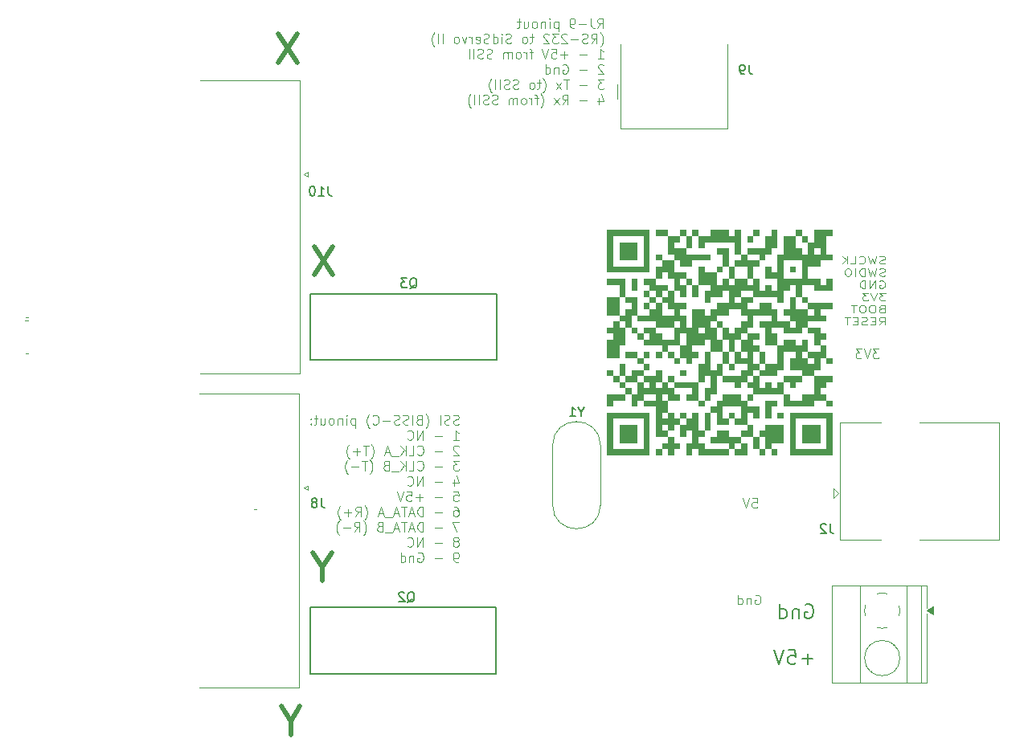
<source format=gbr>
%TF.GenerationSoftware,KiCad,Pcbnew,9.0.0*%
%TF.CreationDate,2025-04-04T18:35:25+03:00*%
%TF.ProjectId,encoder,656e636f-6465-4722-9e6b-696361645f70,rev?*%
%TF.SameCoordinates,Original*%
%TF.FileFunction,Legend,Bot*%
%TF.FilePolarity,Positive*%
%FSLAX46Y46*%
G04 Gerber Fmt 4.6, Leading zero omitted, Abs format (unit mm)*
G04 Created by KiCad (PCBNEW 9.0.0) date 2025-04-04 18:35:25*
%MOMM*%
%LPD*%
G01*
G04 APERTURE LIST*
%ADD10C,0.500000*%
%ADD11C,0.100000*%
%ADD12C,0.200000*%
%ADD13C,0.150000*%
%ADD14C,0.120000*%
%ADD15C,0.000000*%
G04 APERTURE END LIST*
D10*
X85492481Y-76106857D02*
X83492481Y-79106857D01*
X83492481Y-76106857D02*
X85492481Y-79106857D01*
X84385338Y-109928285D02*
X84385338Y-111356857D01*
X85385338Y-108356857D02*
X84385338Y-109928285D01*
X84385338Y-109928285D02*
X83385338Y-108356857D01*
X81036938Y-126143485D02*
X81036938Y-127572057D01*
X82036938Y-124572057D02*
X81036938Y-126143485D01*
X81036938Y-126143485D02*
X80036938Y-124572057D01*
X81741681Y-53706057D02*
X79741681Y-56706057D01*
X79741681Y-53706057D02*
X81741681Y-56706057D01*
D11*
X53352200Y-83903200D02*
X53047400Y-83903200D01*
X53098200Y-87357600D02*
X53352200Y-87357600D01*
X77431300Y-103814300D02*
X77177300Y-103814300D01*
X53098200Y-83547600D02*
X53352200Y-83547600D01*
X143660134Y-77899425D02*
X143517277Y-77937520D01*
X143517277Y-77937520D02*
X143279182Y-77937520D01*
X143279182Y-77937520D02*
X143183944Y-77899425D01*
X143183944Y-77899425D02*
X143136325Y-77861329D01*
X143136325Y-77861329D02*
X143088706Y-77785139D01*
X143088706Y-77785139D02*
X143088706Y-77708948D01*
X143088706Y-77708948D02*
X143136325Y-77632758D01*
X143136325Y-77632758D02*
X143183944Y-77594663D01*
X143183944Y-77594663D02*
X143279182Y-77556567D01*
X143279182Y-77556567D02*
X143469658Y-77518472D01*
X143469658Y-77518472D02*
X143564896Y-77480377D01*
X143564896Y-77480377D02*
X143612515Y-77442282D01*
X143612515Y-77442282D02*
X143660134Y-77366091D01*
X143660134Y-77366091D02*
X143660134Y-77289901D01*
X143660134Y-77289901D02*
X143612515Y-77213710D01*
X143612515Y-77213710D02*
X143564896Y-77175615D01*
X143564896Y-77175615D02*
X143469658Y-77137520D01*
X143469658Y-77137520D02*
X143231563Y-77137520D01*
X143231563Y-77137520D02*
X143088706Y-77175615D01*
X142755372Y-77137520D02*
X142517277Y-77937520D01*
X142517277Y-77937520D02*
X142326801Y-77366091D01*
X142326801Y-77366091D02*
X142136325Y-77937520D01*
X142136325Y-77937520D02*
X141898230Y-77137520D01*
X140945849Y-77861329D02*
X140993468Y-77899425D01*
X140993468Y-77899425D02*
X141136325Y-77937520D01*
X141136325Y-77937520D02*
X141231563Y-77937520D01*
X141231563Y-77937520D02*
X141374420Y-77899425D01*
X141374420Y-77899425D02*
X141469658Y-77823234D01*
X141469658Y-77823234D02*
X141517277Y-77747044D01*
X141517277Y-77747044D02*
X141564896Y-77594663D01*
X141564896Y-77594663D02*
X141564896Y-77480377D01*
X141564896Y-77480377D02*
X141517277Y-77327996D01*
X141517277Y-77327996D02*
X141469658Y-77251805D01*
X141469658Y-77251805D02*
X141374420Y-77175615D01*
X141374420Y-77175615D02*
X141231563Y-77137520D01*
X141231563Y-77137520D02*
X141136325Y-77137520D01*
X141136325Y-77137520D02*
X140993468Y-77175615D01*
X140993468Y-77175615D02*
X140945849Y-77213710D01*
X140041087Y-77937520D02*
X140517277Y-77937520D01*
X140517277Y-77937520D02*
X140517277Y-77137520D01*
X139707753Y-77937520D02*
X139707753Y-77137520D01*
X139136325Y-77937520D02*
X139564896Y-77480377D01*
X139136325Y-77137520D02*
X139707753Y-77594663D01*
X143660134Y-79187380D02*
X143517277Y-79225475D01*
X143517277Y-79225475D02*
X143279182Y-79225475D01*
X143279182Y-79225475D02*
X143183944Y-79187380D01*
X143183944Y-79187380D02*
X143136325Y-79149284D01*
X143136325Y-79149284D02*
X143088706Y-79073094D01*
X143088706Y-79073094D02*
X143088706Y-78996903D01*
X143088706Y-78996903D02*
X143136325Y-78920713D01*
X143136325Y-78920713D02*
X143183944Y-78882618D01*
X143183944Y-78882618D02*
X143279182Y-78844522D01*
X143279182Y-78844522D02*
X143469658Y-78806427D01*
X143469658Y-78806427D02*
X143564896Y-78768332D01*
X143564896Y-78768332D02*
X143612515Y-78730237D01*
X143612515Y-78730237D02*
X143660134Y-78654046D01*
X143660134Y-78654046D02*
X143660134Y-78577856D01*
X143660134Y-78577856D02*
X143612515Y-78501665D01*
X143612515Y-78501665D02*
X143564896Y-78463570D01*
X143564896Y-78463570D02*
X143469658Y-78425475D01*
X143469658Y-78425475D02*
X143231563Y-78425475D01*
X143231563Y-78425475D02*
X143088706Y-78463570D01*
X142755372Y-78425475D02*
X142517277Y-79225475D01*
X142517277Y-79225475D02*
X142326801Y-78654046D01*
X142326801Y-78654046D02*
X142136325Y-79225475D01*
X142136325Y-79225475D02*
X141898230Y-78425475D01*
X141517277Y-79225475D02*
X141517277Y-78425475D01*
X141517277Y-78425475D02*
X141279182Y-78425475D01*
X141279182Y-78425475D02*
X141136325Y-78463570D01*
X141136325Y-78463570D02*
X141041087Y-78539760D01*
X141041087Y-78539760D02*
X140993468Y-78615951D01*
X140993468Y-78615951D02*
X140945849Y-78768332D01*
X140945849Y-78768332D02*
X140945849Y-78882618D01*
X140945849Y-78882618D02*
X140993468Y-79034999D01*
X140993468Y-79034999D02*
X141041087Y-79111189D01*
X141041087Y-79111189D02*
X141136325Y-79187380D01*
X141136325Y-79187380D02*
X141279182Y-79225475D01*
X141279182Y-79225475D02*
X141517277Y-79225475D01*
X140517277Y-79225475D02*
X140517277Y-78425475D01*
X139850611Y-78425475D02*
X139660135Y-78425475D01*
X139660135Y-78425475D02*
X139564897Y-78463570D01*
X139564897Y-78463570D02*
X139469659Y-78539760D01*
X139469659Y-78539760D02*
X139422040Y-78692141D01*
X139422040Y-78692141D02*
X139422040Y-78958808D01*
X139422040Y-78958808D02*
X139469659Y-79111189D01*
X139469659Y-79111189D02*
X139564897Y-79187380D01*
X139564897Y-79187380D02*
X139660135Y-79225475D01*
X139660135Y-79225475D02*
X139850611Y-79225475D01*
X139850611Y-79225475D02*
X139945849Y-79187380D01*
X139945849Y-79187380D02*
X140041087Y-79111189D01*
X140041087Y-79111189D02*
X140088706Y-78958808D01*
X140088706Y-78958808D02*
X140088706Y-78692141D01*
X140088706Y-78692141D02*
X140041087Y-78539760D01*
X140041087Y-78539760D02*
X139945849Y-78463570D01*
X139945849Y-78463570D02*
X139850611Y-78425475D01*
X143088706Y-79751525D02*
X143183944Y-79713430D01*
X143183944Y-79713430D02*
X143326801Y-79713430D01*
X143326801Y-79713430D02*
X143469658Y-79751525D01*
X143469658Y-79751525D02*
X143564896Y-79827715D01*
X143564896Y-79827715D02*
X143612515Y-79903906D01*
X143612515Y-79903906D02*
X143660134Y-80056287D01*
X143660134Y-80056287D02*
X143660134Y-80170573D01*
X143660134Y-80170573D02*
X143612515Y-80322954D01*
X143612515Y-80322954D02*
X143564896Y-80399144D01*
X143564896Y-80399144D02*
X143469658Y-80475335D01*
X143469658Y-80475335D02*
X143326801Y-80513430D01*
X143326801Y-80513430D02*
X143231563Y-80513430D01*
X143231563Y-80513430D02*
X143088706Y-80475335D01*
X143088706Y-80475335D02*
X143041087Y-80437239D01*
X143041087Y-80437239D02*
X143041087Y-80170573D01*
X143041087Y-80170573D02*
X143231563Y-80170573D01*
X142612515Y-80513430D02*
X142612515Y-79713430D01*
X142612515Y-79713430D02*
X142041087Y-80513430D01*
X142041087Y-80513430D02*
X142041087Y-79713430D01*
X141564896Y-80513430D02*
X141564896Y-79713430D01*
X141564896Y-79713430D02*
X141326801Y-79713430D01*
X141326801Y-79713430D02*
X141183944Y-79751525D01*
X141183944Y-79751525D02*
X141088706Y-79827715D01*
X141088706Y-79827715D02*
X141041087Y-79903906D01*
X141041087Y-79903906D02*
X140993468Y-80056287D01*
X140993468Y-80056287D02*
X140993468Y-80170573D01*
X140993468Y-80170573D02*
X141041087Y-80322954D01*
X141041087Y-80322954D02*
X141088706Y-80399144D01*
X141088706Y-80399144D02*
X141183944Y-80475335D01*
X141183944Y-80475335D02*
X141326801Y-80513430D01*
X141326801Y-80513430D02*
X141564896Y-80513430D01*
X143707753Y-81001385D02*
X143088706Y-81001385D01*
X143088706Y-81001385D02*
X143422039Y-81306147D01*
X143422039Y-81306147D02*
X143279182Y-81306147D01*
X143279182Y-81306147D02*
X143183944Y-81344242D01*
X143183944Y-81344242D02*
X143136325Y-81382337D01*
X143136325Y-81382337D02*
X143088706Y-81458528D01*
X143088706Y-81458528D02*
X143088706Y-81649004D01*
X143088706Y-81649004D02*
X143136325Y-81725194D01*
X143136325Y-81725194D02*
X143183944Y-81763290D01*
X143183944Y-81763290D02*
X143279182Y-81801385D01*
X143279182Y-81801385D02*
X143564896Y-81801385D01*
X143564896Y-81801385D02*
X143660134Y-81763290D01*
X143660134Y-81763290D02*
X143707753Y-81725194D01*
X142802991Y-81001385D02*
X142469658Y-81801385D01*
X142469658Y-81801385D02*
X142136325Y-81001385D01*
X141898229Y-81001385D02*
X141279182Y-81001385D01*
X141279182Y-81001385D02*
X141612515Y-81306147D01*
X141612515Y-81306147D02*
X141469658Y-81306147D01*
X141469658Y-81306147D02*
X141374420Y-81344242D01*
X141374420Y-81344242D02*
X141326801Y-81382337D01*
X141326801Y-81382337D02*
X141279182Y-81458528D01*
X141279182Y-81458528D02*
X141279182Y-81649004D01*
X141279182Y-81649004D02*
X141326801Y-81725194D01*
X141326801Y-81725194D02*
X141374420Y-81763290D01*
X141374420Y-81763290D02*
X141469658Y-81801385D01*
X141469658Y-81801385D02*
X141755372Y-81801385D01*
X141755372Y-81801385D02*
X141850610Y-81763290D01*
X141850610Y-81763290D02*
X141898229Y-81725194D01*
X143279182Y-82670292D02*
X143136325Y-82708387D01*
X143136325Y-82708387D02*
X143088706Y-82746483D01*
X143088706Y-82746483D02*
X143041087Y-82822673D01*
X143041087Y-82822673D02*
X143041087Y-82936959D01*
X143041087Y-82936959D02*
X143088706Y-83013149D01*
X143088706Y-83013149D02*
X143136325Y-83051245D01*
X143136325Y-83051245D02*
X143231563Y-83089340D01*
X143231563Y-83089340D02*
X143612515Y-83089340D01*
X143612515Y-83089340D02*
X143612515Y-82289340D01*
X143612515Y-82289340D02*
X143279182Y-82289340D01*
X143279182Y-82289340D02*
X143183944Y-82327435D01*
X143183944Y-82327435D02*
X143136325Y-82365530D01*
X143136325Y-82365530D02*
X143088706Y-82441721D01*
X143088706Y-82441721D02*
X143088706Y-82517911D01*
X143088706Y-82517911D02*
X143136325Y-82594102D01*
X143136325Y-82594102D02*
X143183944Y-82632197D01*
X143183944Y-82632197D02*
X143279182Y-82670292D01*
X143279182Y-82670292D02*
X143612515Y-82670292D01*
X142422039Y-82289340D02*
X142231563Y-82289340D01*
X142231563Y-82289340D02*
X142136325Y-82327435D01*
X142136325Y-82327435D02*
X142041087Y-82403625D01*
X142041087Y-82403625D02*
X141993468Y-82556006D01*
X141993468Y-82556006D02*
X141993468Y-82822673D01*
X141993468Y-82822673D02*
X142041087Y-82975054D01*
X142041087Y-82975054D02*
X142136325Y-83051245D01*
X142136325Y-83051245D02*
X142231563Y-83089340D01*
X142231563Y-83089340D02*
X142422039Y-83089340D01*
X142422039Y-83089340D02*
X142517277Y-83051245D01*
X142517277Y-83051245D02*
X142612515Y-82975054D01*
X142612515Y-82975054D02*
X142660134Y-82822673D01*
X142660134Y-82822673D02*
X142660134Y-82556006D01*
X142660134Y-82556006D02*
X142612515Y-82403625D01*
X142612515Y-82403625D02*
X142517277Y-82327435D01*
X142517277Y-82327435D02*
X142422039Y-82289340D01*
X141374420Y-82289340D02*
X141183944Y-82289340D01*
X141183944Y-82289340D02*
X141088706Y-82327435D01*
X141088706Y-82327435D02*
X140993468Y-82403625D01*
X140993468Y-82403625D02*
X140945849Y-82556006D01*
X140945849Y-82556006D02*
X140945849Y-82822673D01*
X140945849Y-82822673D02*
X140993468Y-82975054D01*
X140993468Y-82975054D02*
X141088706Y-83051245D01*
X141088706Y-83051245D02*
X141183944Y-83089340D01*
X141183944Y-83089340D02*
X141374420Y-83089340D01*
X141374420Y-83089340D02*
X141469658Y-83051245D01*
X141469658Y-83051245D02*
X141564896Y-82975054D01*
X141564896Y-82975054D02*
X141612515Y-82822673D01*
X141612515Y-82822673D02*
X141612515Y-82556006D01*
X141612515Y-82556006D02*
X141564896Y-82403625D01*
X141564896Y-82403625D02*
X141469658Y-82327435D01*
X141469658Y-82327435D02*
X141374420Y-82289340D01*
X140660134Y-82289340D02*
X140088706Y-82289340D01*
X140374420Y-83089340D02*
X140374420Y-82289340D01*
X143041087Y-84377295D02*
X143374420Y-83996342D01*
X143612515Y-84377295D02*
X143612515Y-83577295D01*
X143612515Y-83577295D02*
X143231563Y-83577295D01*
X143231563Y-83577295D02*
X143136325Y-83615390D01*
X143136325Y-83615390D02*
X143088706Y-83653485D01*
X143088706Y-83653485D02*
X143041087Y-83729676D01*
X143041087Y-83729676D02*
X143041087Y-83843961D01*
X143041087Y-83843961D02*
X143088706Y-83920152D01*
X143088706Y-83920152D02*
X143136325Y-83958247D01*
X143136325Y-83958247D02*
X143231563Y-83996342D01*
X143231563Y-83996342D02*
X143612515Y-83996342D01*
X142612515Y-83958247D02*
X142279182Y-83958247D01*
X142136325Y-84377295D02*
X142612515Y-84377295D01*
X142612515Y-84377295D02*
X142612515Y-83577295D01*
X142612515Y-83577295D02*
X142136325Y-83577295D01*
X141755372Y-84339200D02*
X141612515Y-84377295D01*
X141612515Y-84377295D02*
X141374420Y-84377295D01*
X141374420Y-84377295D02*
X141279182Y-84339200D01*
X141279182Y-84339200D02*
X141231563Y-84301104D01*
X141231563Y-84301104D02*
X141183944Y-84224914D01*
X141183944Y-84224914D02*
X141183944Y-84148723D01*
X141183944Y-84148723D02*
X141231563Y-84072533D01*
X141231563Y-84072533D02*
X141279182Y-84034438D01*
X141279182Y-84034438D02*
X141374420Y-83996342D01*
X141374420Y-83996342D02*
X141564896Y-83958247D01*
X141564896Y-83958247D02*
X141660134Y-83920152D01*
X141660134Y-83920152D02*
X141707753Y-83882057D01*
X141707753Y-83882057D02*
X141755372Y-83805866D01*
X141755372Y-83805866D02*
X141755372Y-83729676D01*
X141755372Y-83729676D02*
X141707753Y-83653485D01*
X141707753Y-83653485D02*
X141660134Y-83615390D01*
X141660134Y-83615390D02*
X141564896Y-83577295D01*
X141564896Y-83577295D02*
X141326801Y-83577295D01*
X141326801Y-83577295D02*
X141183944Y-83615390D01*
X140755372Y-83958247D02*
X140422039Y-83958247D01*
X140279182Y-84377295D02*
X140755372Y-84377295D01*
X140755372Y-84377295D02*
X140755372Y-83577295D01*
X140755372Y-83577295D02*
X140279182Y-83577295D01*
X139993467Y-83577295D02*
X139422039Y-83577295D01*
X139707753Y-84377295D02*
X139707753Y-83577295D01*
X113374687Y-53072699D02*
X113708020Y-52596508D01*
X113946115Y-53072699D02*
X113946115Y-52072699D01*
X113946115Y-52072699D02*
X113565163Y-52072699D01*
X113565163Y-52072699D02*
X113469925Y-52120318D01*
X113469925Y-52120318D02*
X113422306Y-52167937D01*
X113422306Y-52167937D02*
X113374687Y-52263175D01*
X113374687Y-52263175D02*
X113374687Y-52406032D01*
X113374687Y-52406032D02*
X113422306Y-52501270D01*
X113422306Y-52501270D02*
X113469925Y-52548889D01*
X113469925Y-52548889D02*
X113565163Y-52596508D01*
X113565163Y-52596508D02*
X113946115Y-52596508D01*
X112660401Y-52072699D02*
X112660401Y-52786984D01*
X112660401Y-52786984D02*
X112708020Y-52929841D01*
X112708020Y-52929841D02*
X112803258Y-53025080D01*
X112803258Y-53025080D02*
X112946115Y-53072699D01*
X112946115Y-53072699D02*
X113041353Y-53072699D01*
X112184210Y-52691746D02*
X111422306Y-52691746D01*
X110898496Y-53072699D02*
X110708020Y-53072699D01*
X110708020Y-53072699D02*
X110612782Y-53025080D01*
X110612782Y-53025080D02*
X110565163Y-52977460D01*
X110565163Y-52977460D02*
X110469925Y-52834603D01*
X110469925Y-52834603D02*
X110422306Y-52644127D01*
X110422306Y-52644127D02*
X110422306Y-52263175D01*
X110422306Y-52263175D02*
X110469925Y-52167937D01*
X110469925Y-52167937D02*
X110517544Y-52120318D01*
X110517544Y-52120318D02*
X110612782Y-52072699D01*
X110612782Y-52072699D02*
X110803258Y-52072699D01*
X110803258Y-52072699D02*
X110898496Y-52120318D01*
X110898496Y-52120318D02*
X110946115Y-52167937D01*
X110946115Y-52167937D02*
X110993734Y-52263175D01*
X110993734Y-52263175D02*
X110993734Y-52501270D01*
X110993734Y-52501270D02*
X110946115Y-52596508D01*
X110946115Y-52596508D02*
X110898496Y-52644127D01*
X110898496Y-52644127D02*
X110803258Y-52691746D01*
X110803258Y-52691746D02*
X110612782Y-52691746D01*
X110612782Y-52691746D02*
X110517544Y-52644127D01*
X110517544Y-52644127D02*
X110469925Y-52596508D01*
X110469925Y-52596508D02*
X110422306Y-52501270D01*
X109231829Y-52406032D02*
X109231829Y-53406032D01*
X109231829Y-52453651D02*
X109136591Y-52406032D01*
X109136591Y-52406032D02*
X108946115Y-52406032D01*
X108946115Y-52406032D02*
X108850877Y-52453651D01*
X108850877Y-52453651D02*
X108803258Y-52501270D01*
X108803258Y-52501270D02*
X108755639Y-52596508D01*
X108755639Y-52596508D02*
X108755639Y-52882222D01*
X108755639Y-52882222D02*
X108803258Y-52977460D01*
X108803258Y-52977460D02*
X108850877Y-53025080D01*
X108850877Y-53025080D02*
X108946115Y-53072699D01*
X108946115Y-53072699D02*
X109136591Y-53072699D01*
X109136591Y-53072699D02*
X109231829Y-53025080D01*
X108327067Y-53072699D02*
X108327067Y-52406032D01*
X108327067Y-52072699D02*
X108374686Y-52120318D01*
X108374686Y-52120318D02*
X108327067Y-52167937D01*
X108327067Y-52167937D02*
X108279448Y-52120318D01*
X108279448Y-52120318D02*
X108327067Y-52072699D01*
X108327067Y-52072699D02*
X108327067Y-52167937D01*
X107850877Y-52406032D02*
X107850877Y-53072699D01*
X107850877Y-52501270D02*
X107803258Y-52453651D01*
X107803258Y-52453651D02*
X107708020Y-52406032D01*
X107708020Y-52406032D02*
X107565163Y-52406032D01*
X107565163Y-52406032D02*
X107469925Y-52453651D01*
X107469925Y-52453651D02*
X107422306Y-52548889D01*
X107422306Y-52548889D02*
X107422306Y-53072699D01*
X106803258Y-53072699D02*
X106898496Y-53025080D01*
X106898496Y-53025080D02*
X106946115Y-52977460D01*
X106946115Y-52977460D02*
X106993734Y-52882222D01*
X106993734Y-52882222D02*
X106993734Y-52596508D01*
X106993734Y-52596508D02*
X106946115Y-52501270D01*
X106946115Y-52501270D02*
X106898496Y-52453651D01*
X106898496Y-52453651D02*
X106803258Y-52406032D01*
X106803258Y-52406032D02*
X106660401Y-52406032D01*
X106660401Y-52406032D02*
X106565163Y-52453651D01*
X106565163Y-52453651D02*
X106517544Y-52501270D01*
X106517544Y-52501270D02*
X106469925Y-52596508D01*
X106469925Y-52596508D02*
X106469925Y-52882222D01*
X106469925Y-52882222D02*
X106517544Y-52977460D01*
X106517544Y-52977460D02*
X106565163Y-53025080D01*
X106565163Y-53025080D02*
X106660401Y-53072699D01*
X106660401Y-53072699D02*
X106803258Y-53072699D01*
X105612782Y-52406032D02*
X105612782Y-53072699D01*
X106041353Y-52406032D02*
X106041353Y-52929841D01*
X106041353Y-52929841D02*
X105993734Y-53025080D01*
X105993734Y-53025080D02*
X105898496Y-53072699D01*
X105898496Y-53072699D02*
X105755639Y-53072699D01*
X105755639Y-53072699D02*
X105660401Y-53025080D01*
X105660401Y-53025080D02*
X105612782Y-52977460D01*
X105279448Y-52406032D02*
X104898496Y-52406032D01*
X105136591Y-52072699D02*
X105136591Y-52929841D01*
X105136591Y-52929841D02*
X105088972Y-53025080D01*
X105088972Y-53025080D02*
X104993734Y-53072699D01*
X104993734Y-53072699D02*
X104898496Y-53072699D01*
X113660401Y-55063595D02*
X113708020Y-55015976D01*
X113708020Y-55015976D02*
X113803258Y-54873119D01*
X113803258Y-54873119D02*
X113850877Y-54777881D01*
X113850877Y-54777881D02*
X113898496Y-54635024D01*
X113898496Y-54635024D02*
X113946115Y-54396928D01*
X113946115Y-54396928D02*
X113946115Y-54206452D01*
X113946115Y-54206452D02*
X113898496Y-53968357D01*
X113898496Y-53968357D02*
X113850877Y-53825500D01*
X113850877Y-53825500D02*
X113803258Y-53730262D01*
X113803258Y-53730262D02*
X113708020Y-53587404D01*
X113708020Y-53587404D02*
X113660401Y-53539785D01*
X112708020Y-54682643D02*
X113041353Y-54206452D01*
X113279448Y-54682643D02*
X113279448Y-53682643D01*
X113279448Y-53682643D02*
X112898496Y-53682643D01*
X112898496Y-53682643D02*
X112803258Y-53730262D01*
X112803258Y-53730262D02*
X112755639Y-53777881D01*
X112755639Y-53777881D02*
X112708020Y-53873119D01*
X112708020Y-53873119D02*
X112708020Y-54015976D01*
X112708020Y-54015976D02*
X112755639Y-54111214D01*
X112755639Y-54111214D02*
X112803258Y-54158833D01*
X112803258Y-54158833D02*
X112898496Y-54206452D01*
X112898496Y-54206452D02*
X113279448Y-54206452D01*
X112327067Y-54635024D02*
X112184210Y-54682643D01*
X112184210Y-54682643D02*
X111946115Y-54682643D01*
X111946115Y-54682643D02*
X111850877Y-54635024D01*
X111850877Y-54635024D02*
X111803258Y-54587404D01*
X111803258Y-54587404D02*
X111755639Y-54492166D01*
X111755639Y-54492166D02*
X111755639Y-54396928D01*
X111755639Y-54396928D02*
X111803258Y-54301690D01*
X111803258Y-54301690D02*
X111850877Y-54254071D01*
X111850877Y-54254071D02*
X111946115Y-54206452D01*
X111946115Y-54206452D02*
X112136591Y-54158833D01*
X112136591Y-54158833D02*
X112231829Y-54111214D01*
X112231829Y-54111214D02*
X112279448Y-54063595D01*
X112279448Y-54063595D02*
X112327067Y-53968357D01*
X112327067Y-53968357D02*
X112327067Y-53873119D01*
X112327067Y-53873119D02*
X112279448Y-53777881D01*
X112279448Y-53777881D02*
X112231829Y-53730262D01*
X112231829Y-53730262D02*
X112136591Y-53682643D01*
X112136591Y-53682643D02*
X111898496Y-53682643D01*
X111898496Y-53682643D02*
X111755639Y-53730262D01*
X111327067Y-54301690D02*
X110565163Y-54301690D01*
X110136591Y-53777881D02*
X110088972Y-53730262D01*
X110088972Y-53730262D02*
X109993734Y-53682643D01*
X109993734Y-53682643D02*
X109755639Y-53682643D01*
X109755639Y-53682643D02*
X109660401Y-53730262D01*
X109660401Y-53730262D02*
X109612782Y-53777881D01*
X109612782Y-53777881D02*
X109565163Y-53873119D01*
X109565163Y-53873119D02*
X109565163Y-53968357D01*
X109565163Y-53968357D02*
X109612782Y-54111214D01*
X109612782Y-54111214D02*
X110184210Y-54682643D01*
X110184210Y-54682643D02*
X109565163Y-54682643D01*
X109231829Y-53682643D02*
X108612782Y-53682643D01*
X108612782Y-53682643D02*
X108946115Y-54063595D01*
X108946115Y-54063595D02*
X108803258Y-54063595D01*
X108803258Y-54063595D02*
X108708020Y-54111214D01*
X108708020Y-54111214D02*
X108660401Y-54158833D01*
X108660401Y-54158833D02*
X108612782Y-54254071D01*
X108612782Y-54254071D02*
X108612782Y-54492166D01*
X108612782Y-54492166D02*
X108660401Y-54587404D01*
X108660401Y-54587404D02*
X108708020Y-54635024D01*
X108708020Y-54635024D02*
X108803258Y-54682643D01*
X108803258Y-54682643D02*
X109088972Y-54682643D01*
X109088972Y-54682643D02*
X109184210Y-54635024D01*
X109184210Y-54635024D02*
X109231829Y-54587404D01*
X108231829Y-53777881D02*
X108184210Y-53730262D01*
X108184210Y-53730262D02*
X108088972Y-53682643D01*
X108088972Y-53682643D02*
X107850877Y-53682643D01*
X107850877Y-53682643D02*
X107755639Y-53730262D01*
X107755639Y-53730262D02*
X107708020Y-53777881D01*
X107708020Y-53777881D02*
X107660401Y-53873119D01*
X107660401Y-53873119D02*
X107660401Y-53968357D01*
X107660401Y-53968357D02*
X107708020Y-54111214D01*
X107708020Y-54111214D02*
X108279448Y-54682643D01*
X108279448Y-54682643D02*
X107660401Y-54682643D01*
X106612781Y-54015976D02*
X106231829Y-54015976D01*
X106469924Y-53682643D02*
X106469924Y-54539785D01*
X106469924Y-54539785D02*
X106422305Y-54635024D01*
X106422305Y-54635024D02*
X106327067Y-54682643D01*
X106327067Y-54682643D02*
X106231829Y-54682643D01*
X105755638Y-54682643D02*
X105850876Y-54635024D01*
X105850876Y-54635024D02*
X105898495Y-54587404D01*
X105898495Y-54587404D02*
X105946114Y-54492166D01*
X105946114Y-54492166D02*
X105946114Y-54206452D01*
X105946114Y-54206452D02*
X105898495Y-54111214D01*
X105898495Y-54111214D02*
X105850876Y-54063595D01*
X105850876Y-54063595D02*
X105755638Y-54015976D01*
X105755638Y-54015976D02*
X105612781Y-54015976D01*
X105612781Y-54015976D02*
X105517543Y-54063595D01*
X105517543Y-54063595D02*
X105469924Y-54111214D01*
X105469924Y-54111214D02*
X105422305Y-54206452D01*
X105422305Y-54206452D02*
X105422305Y-54492166D01*
X105422305Y-54492166D02*
X105469924Y-54587404D01*
X105469924Y-54587404D02*
X105517543Y-54635024D01*
X105517543Y-54635024D02*
X105612781Y-54682643D01*
X105612781Y-54682643D02*
X105755638Y-54682643D01*
X104279447Y-54635024D02*
X104136590Y-54682643D01*
X104136590Y-54682643D02*
X103898495Y-54682643D01*
X103898495Y-54682643D02*
X103803257Y-54635024D01*
X103803257Y-54635024D02*
X103755638Y-54587404D01*
X103755638Y-54587404D02*
X103708019Y-54492166D01*
X103708019Y-54492166D02*
X103708019Y-54396928D01*
X103708019Y-54396928D02*
X103755638Y-54301690D01*
X103755638Y-54301690D02*
X103803257Y-54254071D01*
X103803257Y-54254071D02*
X103898495Y-54206452D01*
X103898495Y-54206452D02*
X104088971Y-54158833D01*
X104088971Y-54158833D02*
X104184209Y-54111214D01*
X104184209Y-54111214D02*
X104231828Y-54063595D01*
X104231828Y-54063595D02*
X104279447Y-53968357D01*
X104279447Y-53968357D02*
X104279447Y-53873119D01*
X104279447Y-53873119D02*
X104231828Y-53777881D01*
X104231828Y-53777881D02*
X104184209Y-53730262D01*
X104184209Y-53730262D02*
X104088971Y-53682643D01*
X104088971Y-53682643D02*
X103850876Y-53682643D01*
X103850876Y-53682643D02*
X103708019Y-53730262D01*
X103279447Y-54682643D02*
X103279447Y-54015976D01*
X103279447Y-53682643D02*
X103327066Y-53730262D01*
X103327066Y-53730262D02*
X103279447Y-53777881D01*
X103279447Y-53777881D02*
X103231828Y-53730262D01*
X103231828Y-53730262D02*
X103279447Y-53682643D01*
X103279447Y-53682643D02*
X103279447Y-53777881D01*
X102374686Y-54682643D02*
X102374686Y-53682643D01*
X102374686Y-54635024D02*
X102469924Y-54682643D01*
X102469924Y-54682643D02*
X102660400Y-54682643D01*
X102660400Y-54682643D02*
X102755638Y-54635024D01*
X102755638Y-54635024D02*
X102803257Y-54587404D01*
X102803257Y-54587404D02*
X102850876Y-54492166D01*
X102850876Y-54492166D02*
X102850876Y-54206452D01*
X102850876Y-54206452D02*
X102803257Y-54111214D01*
X102803257Y-54111214D02*
X102755638Y-54063595D01*
X102755638Y-54063595D02*
X102660400Y-54015976D01*
X102660400Y-54015976D02*
X102469924Y-54015976D01*
X102469924Y-54015976D02*
X102374686Y-54063595D01*
X101946114Y-54635024D02*
X101803257Y-54682643D01*
X101803257Y-54682643D02*
X101565162Y-54682643D01*
X101565162Y-54682643D02*
X101469924Y-54635024D01*
X101469924Y-54635024D02*
X101422305Y-54587404D01*
X101422305Y-54587404D02*
X101374686Y-54492166D01*
X101374686Y-54492166D02*
X101374686Y-54396928D01*
X101374686Y-54396928D02*
X101422305Y-54301690D01*
X101422305Y-54301690D02*
X101469924Y-54254071D01*
X101469924Y-54254071D02*
X101565162Y-54206452D01*
X101565162Y-54206452D02*
X101755638Y-54158833D01*
X101755638Y-54158833D02*
X101850876Y-54111214D01*
X101850876Y-54111214D02*
X101898495Y-54063595D01*
X101898495Y-54063595D02*
X101946114Y-53968357D01*
X101946114Y-53968357D02*
X101946114Y-53873119D01*
X101946114Y-53873119D02*
X101898495Y-53777881D01*
X101898495Y-53777881D02*
X101850876Y-53730262D01*
X101850876Y-53730262D02*
X101755638Y-53682643D01*
X101755638Y-53682643D02*
X101517543Y-53682643D01*
X101517543Y-53682643D02*
X101374686Y-53730262D01*
X100565162Y-54635024D02*
X100660400Y-54682643D01*
X100660400Y-54682643D02*
X100850876Y-54682643D01*
X100850876Y-54682643D02*
X100946114Y-54635024D01*
X100946114Y-54635024D02*
X100993733Y-54539785D01*
X100993733Y-54539785D02*
X100993733Y-54158833D01*
X100993733Y-54158833D02*
X100946114Y-54063595D01*
X100946114Y-54063595D02*
X100850876Y-54015976D01*
X100850876Y-54015976D02*
X100660400Y-54015976D01*
X100660400Y-54015976D02*
X100565162Y-54063595D01*
X100565162Y-54063595D02*
X100517543Y-54158833D01*
X100517543Y-54158833D02*
X100517543Y-54254071D01*
X100517543Y-54254071D02*
X100993733Y-54349309D01*
X100088971Y-54682643D02*
X100088971Y-54015976D01*
X100088971Y-54206452D02*
X100041352Y-54111214D01*
X100041352Y-54111214D02*
X99993733Y-54063595D01*
X99993733Y-54063595D02*
X99898495Y-54015976D01*
X99898495Y-54015976D02*
X99803257Y-54015976D01*
X99565161Y-54015976D02*
X99327066Y-54682643D01*
X99327066Y-54682643D02*
X99088971Y-54015976D01*
X98565161Y-54682643D02*
X98660399Y-54635024D01*
X98660399Y-54635024D02*
X98708018Y-54587404D01*
X98708018Y-54587404D02*
X98755637Y-54492166D01*
X98755637Y-54492166D02*
X98755637Y-54206452D01*
X98755637Y-54206452D02*
X98708018Y-54111214D01*
X98708018Y-54111214D02*
X98660399Y-54063595D01*
X98660399Y-54063595D02*
X98565161Y-54015976D01*
X98565161Y-54015976D02*
X98422304Y-54015976D01*
X98422304Y-54015976D02*
X98327066Y-54063595D01*
X98327066Y-54063595D02*
X98279447Y-54111214D01*
X98279447Y-54111214D02*
X98231828Y-54206452D01*
X98231828Y-54206452D02*
X98231828Y-54492166D01*
X98231828Y-54492166D02*
X98279447Y-54587404D01*
X98279447Y-54587404D02*
X98327066Y-54635024D01*
X98327066Y-54635024D02*
X98422304Y-54682643D01*
X98422304Y-54682643D02*
X98565161Y-54682643D01*
X97041351Y-54682643D02*
X97041351Y-53682643D01*
X96565161Y-54682643D02*
X96565161Y-53682643D01*
X96184209Y-55063595D02*
X96136590Y-55015976D01*
X96136590Y-55015976D02*
X96041352Y-54873119D01*
X96041352Y-54873119D02*
X95993733Y-54777881D01*
X95993733Y-54777881D02*
X95946114Y-54635024D01*
X95946114Y-54635024D02*
X95898495Y-54396928D01*
X95898495Y-54396928D02*
X95898495Y-54206452D01*
X95898495Y-54206452D02*
X95946114Y-53968357D01*
X95946114Y-53968357D02*
X95993733Y-53825500D01*
X95993733Y-53825500D02*
X96041352Y-53730262D01*
X96041352Y-53730262D02*
X96136590Y-53587404D01*
X96136590Y-53587404D02*
X96184209Y-53539785D01*
X113422306Y-56292587D02*
X113993734Y-56292587D01*
X113708020Y-56292587D02*
X113708020Y-55292587D01*
X113708020Y-55292587D02*
X113803258Y-55435444D01*
X113803258Y-55435444D02*
X113898496Y-55530682D01*
X113898496Y-55530682D02*
X113993734Y-55578301D01*
X112231829Y-55911634D02*
X111469925Y-55911634D01*
X110231829Y-55911634D02*
X109469925Y-55911634D01*
X109850877Y-56292587D02*
X109850877Y-55530682D01*
X108517544Y-55292587D02*
X108993734Y-55292587D01*
X108993734Y-55292587D02*
X109041353Y-55768777D01*
X109041353Y-55768777D02*
X108993734Y-55721158D01*
X108993734Y-55721158D02*
X108898496Y-55673539D01*
X108898496Y-55673539D02*
X108660401Y-55673539D01*
X108660401Y-55673539D02*
X108565163Y-55721158D01*
X108565163Y-55721158D02*
X108517544Y-55768777D01*
X108517544Y-55768777D02*
X108469925Y-55864015D01*
X108469925Y-55864015D02*
X108469925Y-56102110D01*
X108469925Y-56102110D02*
X108517544Y-56197348D01*
X108517544Y-56197348D02*
X108565163Y-56244968D01*
X108565163Y-56244968D02*
X108660401Y-56292587D01*
X108660401Y-56292587D02*
X108898496Y-56292587D01*
X108898496Y-56292587D02*
X108993734Y-56244968D01*
X108993734Y-56244968D02*
X109041353Y-56197348D01*
X108184210Y-55292587D02*
X107850877Y-56292587D01*
X107850877Y-56292587D02*
X107517544Y-55292587D01*
X106565162Y-55625920D02*
X106184210Y-55625920D01*
X106422305Y-56292587D02*
X106422305Y-55435444D01*
X106422305Y-55435444D02*
X106374686Y-55340206D01*
X106374686Y-55340206D02*
X106279448Y-55292587D01*
X106279448Y-55292587D02*
X106184210Y-55292587D01*
X105850876Y-56292587D02*
X105850876Y-55625920D01*
X105850876Y-55816396D02*
X105803257Y-55721158D01*
X105803257Y-55721158D02*
X105755638Y-55673539D01*
X105755638Y-55673539D02*
X105660400Y-55625920D01*
X105660400Y-55625920D02*
X105565162Y-55625920D01*
X105088971Y-56292587D02*
X105184209Y-56244968D01*
X105184209Y-56244968D02*
X105231828Y-56197348D01*
X105231828Y-56197348D02*
X105279447Y-56102110D01*
X105279447Y-56102110D02*
X105279447Y-55816396D01*
X105279447Y-55816396D02*
X105231828Y-55721158D01*
X105231828Y-55721158D02*
X105184209Y-55673539D01*
X105184209Y-55673539D02*
X105088971Y-55625920D01*
X105088971Y-55625920D02*
X104946114Y-55625920D01*
X104946114Y-55625920D02*
X104850876Y-55673539D01*
X104850876Y-55673539D02*
X104803257Y-55721158D01*
X104803257Y-55721158D02*
X104755638Y-55816396D01*
X104755638Y-55816396D02*
X104755638Y-56102110D01*
X104755638Y-56102110D02*
X104803257Y-56197348D01*
X104803257Y-56197348D02*
X104850876Y-56244968D01*
X104850876Y-56244968D02*
X104946114Y-56292587D01*
X104946114Y-56292587D02*
X105088971Y-56292587D01*
X104327066Y-56292587D02*
X104327066Y-55625920D01*
X104327066Y-55721158D02*
X104279447Y-55673539D01*
X104279447Y-55673539D02*
X104184209Y-55625920D01*
X104184209Y-55625920D02*
X104041352Y-55625920D01*
X104041352Y-55625920D02*
X103946114Y-55673539D01*
X103946114Y-55673539D02*
X103898495Y-55768777D01*
X103898495Y-55768777D02*
X103898495Y-56292587D01*
X103898495Y-55768777D02*
X103850876Y-55673539D01*
X103850876Y-55673539D02*
X103755638Y-55625920D01*
X103755638Y-55625920D02*
X103612781Y-55625920D01*
X103612781Y-55625920D02*
X103517542Y-55673539D01*
X103517542Y-55673539D02*
X103469923Y-55768777D01*
X103469923Y-55768777D02*
X103469923Y-56292587D01*
X102279447Y-56244968D02*
X102136590Y-56292587D01*
X102136590Y-56292587D02*
X101898495Y-56292587D01*
X101898495Y-56292587D02*
X101803257Y-56244968D01*
X101803257Y-56244968D02*
X101755638Y-56197348D01*
X101755638Y-56197348D02*
X101708019Y-56102110D01*
X101708019Y-56102110D02*
X101708019Y-56006872D01*
X101708019Y-56006872D02*
X101755638Y-55911634D01*
X101755638Y-55911634D02*
X101803257Y-55864015D01*
X101803257Y-55864015D02*
X101898495Y-55816396D01*
X101898495Y-55816396D02*
X102088971Y-55768777D01*
X102088971Y-55768777D02*
X102184209Y-55721158D01*
X102184209Y-55721158D02*
X102231828Y-55673539D01*
X102231828Y-55673539D02*
X102279447Y-55578301D01*
X102279447Y-55578301D02*
X102279447Y-55483063D01*
X102279447Y-55483063D02*
X102231828Y-55387825D01*
X102231828Y-55387825D02*
X102184209Y-55340206D01*
X102184209Y-55340206D02*
X102088971Y-55292587D01*
X102088971Y-55292587D02*
X101850876Y-55292587D01*
X101850876Y-55292587D02*
X101708019Y-55340206D01*
X101327066Y-56244968D02*
X101184209Y-56292587D01*
X101184209Y-56292587D02*
X100946114Y-56292587D01*
X100946114Y-56292587D02*
X100850876Y-56244968D01*
X100850876Y-56244968D02*
X100803257Y-56197348D01*
X100803257Y-56197348D02*
X100755638Y-56102110D01*
X100755638Y-56102110D02*
X100755638Y-56006872D01*
X100755638Y-56006872D02*
X100803257Y-55911634D01*
X100803257Y-55911634D02*
X100850876Y-55864015D01*
X100850876Y-55864015D02*
X100946114Y-55816396D01*
X100946114Y-55816396D02*
X101136590Y-55768777D01*
X101136590Y-55768777D02*
X101231828Y-55721158D01*
X101231828Y-55721158D02*
X101279447Y-55673539D01*
X101279447Y-55673539D02*
X101327066Y-55578301D01*
X101327066Y-55578301D02*
X101327066Y-55483063D01*
X101327066Y-55483063D02*
X101279447Y-55387825D01*
X101279447Y-55387825D02*
X101231828Y-55340206D01*
X101231828Y-55340206D02*
X101136590Y-55292587D01*
X101136590Y-55292587D02*
X100898495Y-55292587D01*
X100898495Y-55292587D02*
X100755638Y-55340206D01*
X100327066Y-56292587D02*
X100327066Y-55292587D01*
X99850876Y-56292587D02*
X99850876Y-55292587D01*
X113993734Y-56997769D02*
X113946115Y-56950150D01*
X113946115Y-56950150D02*
X113850877Y-56902531D01*
X113850877Y-56902531D02*
X113612782Y-56902531D01*
X113612782Y-56902531D02*
X113517544Y-56950150D01*
X113517544Y-56950150D02*
X113469925Y-56997769D01*
X113469925Y-56997769D02*
X113422306Y-57093007D01*
X113422306Y-57093007D02*
X113422306Y-57188245D01*
X113422306Y-57188245D02*
X113469925Y-57331102D01*
X113469925Y-57331102D02*
X114041353Y-57902531D01*
X114041353Y-57902531D02*
X113422306Y-57902531D01*
X112231829Y-57521578D02*
X111469925Y-57521578D01*
X109708020Y-56950150D02*
X109803258Y-56902531D01*
X109803258Y-56902531D02*
X109946115Y-56902531D01*
X109946115Y-56902531D02*
X110088972Y-56950150D01*
X110088972Y-56950150D02*
X110184210Y-57045388D01*
X110184210Y-57045388D02*
X110231829Y-57140626D01*
X110231829Y-57140626D02*
X110279448Y-57331102D01*
X110279448Y-57331102D02*
X110279448Y-57473959D01*
X110279448Y-57473959D02*
X110231829Y-57664435D01*
X110231829Y-57664435D02*
X110184210Y-57759673D01*
X110184210Y-57759673D02*
X110088972Y-57854912D01*
X110088972Y-57854912D02*
X109946115Y-57902531D01*
X109946115Y-57902531D02*
X109850877Y-57902531D01*
X109850877Y-57902531D02*
X109708020Y-57854912D01*
X109708020Y-57854912D02*
X109660401Y-57807292D01*
X109660401Y-57807292D02*
X109660401Y-57473959D01*
X109660401Y-57473959D02*
X109850877Y-57473959D01*
X109231829Y-57235864D02*
X109231829Y-57902531D01*
X109231829Y-57331102D02*
X109184210Y-57283483D01*
X109184210Y-57283483D02*
X109088972Y-57235864D01*
X109088972Y-57235864D02*
X108946115Y-57235864D01*
X108946115Y-57235864D02*
X108850877Y-57283483D01*
X108850877Y-57283483D02*
X108803258Y-57378721D01*
X108803258Y-57378721D02*
X108803258Y-57902531D01*
X107898496Y-57902531D02*
X107898496Y-56902531D01*
X107898496Y-57854912D02*
X107993734Y-57902531D01*
X107993734Y-57902531D02*
X108184210Y-57902531D01*
X108184210Y-57902531D02*
X108279448Y-57854912D01*
X108279448Y-57854912D02*
X108327067Y-57807292D01*
X108327067Y-57807292D02*
X108374686Y-57712054D01*
X108374686Y-57712054D02*
X108374686Y-57426340D01*
X108374686Y-57426340D02*
X108327067Y-57331102D01*
X108327067Y-57331102D02*
X108279448Y-57283483D01*
X108279448Y-57283483D02*
X108184210Y-57235864D01*
X108184210Y-57235864D02*
X107993734Y-57235864D01*
X107993734Y-57235864D02*
X107898496Y-57283483D01*
X114041353Y-58512475D02*
X113422306Y-58512475D01*
X113422306Y-58512475D02*
X113755639Y-58893427D01*
X113755639Y-58893427D02*
X113612782Y-58893427D01*
X113612782Y-58893427D02*
X113517544Y-58941046D01*
X113517544Y-58941046D02*
X113469925Y-58988665D01*
X113469925Y-58988665D02*
X113422306Y-59083903D01*
X113422306Y-59083903D02*
X113422306Y-59321998D01*
X113422306Y-59321998D02*
X113469925Y-59417236D01*
X113469925Y-59417236D02*
X113517544Y-59464856D01*
X113517544Y-59464856D02*
X113612782Y-59512475D01*
X113612782Y-59512475D02*
X113898496Y-59512475D01*
X113898496Y-59512475D02*
X113993734Y-59464856D01*
X113993734Y-59464856D02*
X114041353Y-59417236D01*
X112231829Y-59131522D02*
X111469925Y-59131522D01*
X110374686Y-58512475D02*
X109803258Y-58512475D01*
X110088972Y-59512475D02*
X110088972Y-58512475D01*
X109565162Y-59512475D02*
X109041353Y-58845808D01*
X109565162Y-58845808D02*
X109041353Y-59512475D01*
X107612781Y-59893427D02*
X107660400Y-59845808D01*
X107660400Y-59845808D02*
X107755638Y-59702951D01*
X107755638Y-59702951D02*
X107803257Y-59607713D01*
X107803257Y-59607713D02*
X107850876Y-59464856D01*
X107850876Y-59464856D02*
X107898495Y-59226760D01*
X107898495Y-59226760D02*
X107898495Y-59036284D01*
X107898495Y-59036284D02*
X107850876Y-58798189D01*
X107850876Y-58798189D02*
X107803257Y-58655332D01*
X107803257Y-58655332D02*
X107755638Y-58560094D01*
X107755638Y-58560094D02*
X107660400Y-58417236D01*
X107660400Y-58417236D02*
X107612781Y-58369617D01*
X107374685Y-58845808D02*
X106993733Y-58845808D01*
X107231828Y-58512475D02*
X107231828Y-59369617D01*
X107231828Y-59369617D02*
X107184209Y-59464856D01*
X107184209Y-59464856D02*
X107088971Y-59512475D01*
X107088971Y-59512475D02*
X106993733Y-59512475D01*
X106517542Y-59512475D02*
X106612780Y-59464856D01*
X106612780Y-59464856D02*
X106660399Y-59417236D01*
X106660399Y-59417236D02*
X106708018Y-59321998D01*
X106708018Y-59321998D02*
X106708018Y-59036284D01*
X106708018Y-59036284D02*
X106660399Y-58941046D01*
X106660399Y-58941046D02*
X106612780Y-58893427D01*
X106612780Y-58893427D02*
X106517542Y-58845808D01*
X106517542Y-58845808D02*
X106374685Y-58845808D01*
X106374685Y-58845808D02*
X106279447Y-58893427D01*
X106279447Y-58893427D02*
X106231828Y-58941046D01*
X106231828Y-58941046D02*
X106184209Y-59036284D01*
X106184209Y-59036284D02*
X106184209Y-59321998D01*
X106184209Y-59321998D02*
X106231828Y-59417236D01*
X106231828Y-59417236D02*
X106279447Y-59464856D01*
X106279447Y-59464856D02*
X106374685Y-59512475D01*
X106374685Y-59512475D02*
X106517542Y-59512475D01*
X105041351Y-59464856D02*
X104898494Y-59512475D01*
X104898494Y-59512475D02*
X104660399Y-59512475D01*
X104660399Y-59512475D02*
X104565161Y-59464856D01*
X104565161Y-59464856D02*
X104517542Y-59417236D01*
X104517542Y-59417236D02*
X104469923Y-59321998D01*
X104469923Y-59321998D02*
X104469923Y-59226760D01*
X104469923Y-59226760D02*
X104517542Y-59131522D01*
X104517542Y-59131522D02*
X104565161Y-59083903D01*
X104565161Y-59083903D02*
X104660399Y-59036284D01*
X104660399Y-59036284D02*
X104850875Y-58988665D01*
X104850875Y-58988665D02*
X104946113Y-58941046D01*
X104946113Y-58941046D02*
X104993732Y-58893427D01*
X104993732Y-58893427D02*
X105041351Y-58798189D01*
X105041351Y-58798189D02*
X105041351Y-58702951D01*
X105041351Y-58702951D02*
X104993732Y-58607713D01*
X104993732Y-58607713D02*
X104946113Y-58560094D01*
X104946113Y-58560094D02*
X104850875Y-58512475D01*
X104850875Y-58512475D02*
X104612780Y-58512475D01*
X104612780Y-58512475D02*
X104469923Y-58560094D01*
X104088970Y-59464856D02*
X103946113Y-59512475D01*
X103946113Y-59512475D02*
X103708018Y-59512475D01*
X103708018Y-59512475D02*
X103612780Y-59464856D01*
X103612780Y-59464856D02*
X103565161Y-59417236D01*
X103565161Y-59417236D02*
X103517542Y-59321998D01*
X103517542Y-59321998D02*
X103517542Y-59226760D01*
X103517542Y-59226760D02*
X103565161Y-59131522D01*
X103565161Y-59131522D02*
X103612780Y-59083903D01*
X103612780Y-59083903D02*
X103708018Y-59036284D01*
X103708018Y-59036284D02*
X103898494Y-58988665D01*
X103898494Y-58988665D02*
X103993732Y-58941046D01*
X103993732Y-58941046D02*
X104041351Y-58893427D01*
X104041351Y-58893427D02*
X104088970Y-58798189D01*
X104088970Y-58798189D02*
X104088970Y-58702951D01*
X104088970Y-58702951D02*
X104041351Y-58607713D01*
X104041351Y-58607713D02*
X103993732Y-58560094D01*
X103993732Y-58560094D02*
X103898494Y-58512475D01*
X103898494Y-58512475D02*
X103660399Y-58512475D01*
X103660399Y-58512475D02*
X103517542Y-58560094D01*
X103088970Y-59512475D02*
X103088970Y-58512475D01*
X102612780Y-59512475D02*
X102612780Y-58512475D01*
X102231828Y-59893427D02*
X102184209Y-59845808D01*
X102184209Y-59845808D02*
X102088971Y-59702951D01*
X102088971Y-59702951D02*
X102041352Y-59607713D01*
X102041352Y-59607713D02*
X101993733Y-59464856D01*
X101993733Y-59464856D02*
X101946114Y-59226760D01*
X101946114Y-59226760D02*
X101946114Y-59036284D01*
X101946114Y-59036284D02*
X101993733Y-58798189D01*
X101993733Y-58798189D02*
X102041352Y-58655332D01*
X102041352Y-58655332D02*
X102088971Y-58560094D01*
X102088971Y-58560094D02*
X102184209Y-58417236D01*
X102184209Y-58417236D02*
X102231828Y-58369617D01*
X113517544Y-60455752D02*
X113517544Y-61122419D01*
X113755639Y-60074800D02*
X113993734Y-60789085D01*
X113993734Y-60789085D02*
X113374687Y-60789085D01*
X112231829Y-60741466D02*
X111469925Y-60741466D01*
X109660401Y-61122419D02*
X109993734Y-60646228D01*
X110231829Y-61122419D02*
X110231829Y-60122419D01*
X110231829Y-60122419D02*
X109850877Y-60122419D01*
X109850877Y-60122419D02*
X109755639Y-60170038D01*
X109755639Y-60170038D02*
X109708020Y-60217657D01*
X109708020Y-60217657D02*
X109660401Y-60312895D01*
X109660401Y-60312895D02*
X109660401Y-60455752D01*
X109660401Y-60455752D02*
X109708020Y-60550990D01*
X109708020Y-60550990D02*
X109755639Y-60598609D01*
X109755639Y-60598609D02*
X109850877Y-60646228D01*
X109850877Y-60646228D02*
X110231829Y-60646228D01*
X109327067Y-61122419D02*
X108803258Y-60455752D01*
X109327067Y-60455752D02*
X108803258Y-61122419D01*
X107374686Y-61503371D02*
X107422305Y-61455752D01*
X107422305Y-61455752D02*
X107517543Y-61312895D01*
X107517543Y-61312895D02*
X107565162Y-61217657D01*
X107565162Y-61217657D02*
X107612781Y-61074800D01*
X107612781Y-61074800D02*
X107660400Y-60836704D01*
X107660400Y-60836704D02*
X107660400Y-60646228D01*
X107660400Y-60646228D02*
X107612781Y-60408133D01*
X107612781Y-60408133D02*
X107565162Y-60265276D01*
X107565162Y-60265276D02*
X107517543Y-60170038D01*
X107517543Y-60170038D02*
X107422305Y-60027180D01*
X107422305Y-60027180D02*
X107374686Y-59979561D01*
X107136590Y-60455752D02*
X106755638Y-60455752D01*
X106993733Y-61122419D02*
X106993733Y-60265276D01*
X106993733Y-60265276D02*
X106946114Y-60170038D01*
X106946114Y-60170038D02*
X106850876Y-60122419D01*
X106850876Y-60122419D02*
X106755638Y-60122419D01*
X106422304Y-61122419D02*
X106422304Y-60455752D01*
X106422304Y-60646228D02*
X106374685Y-60550990D01*
X106374685Y-60550990D02*
X106327066Y-60503371D01*
X106327066Y-60503371D02*
X106231828Y-60455752D01*
X106231828Y-60455752D02*
X106136590Y-60455752D01*
X105660399Y-61122419D02*
X105755637Y-61074800D01*
X105755637Y-61074800D02*
X105803256Y-61027180D01*
X105803256Y-61027180D02*
X105850875Y-60931942D01*
X105850875Y-60931942D02*
X105850875Y-60646228D01*
X105850875Y-60646228D02*
X105803256Y-60550990D01*
X105803256Y-60550990D02*
X105755637Y-60503371D01*
X105755637Y-60503371D02*
X105660399Y-60455752D01*
X105660399Y-60455752D02*
X105517542Y-60455752D01*
X105517542Y-60455752D02*
X105422304Y-60503371D01*
X105422304Y-60503371D02*
X105374685Y-60550990D01*
X105374685Y-60550990D02*
X105327066Y-60646228D01*
X105327066Y-60646228D02*
X105327066Y-60931942D01*
X105327066Y-60931942D02*
X105374685Y-61027180D01*
X105374685Y-61027180D02*
X105422304Y-61074800D01*
X105422304Y-61074800D02*
X105517542Y-61122419D01*
X105517542Y-61122419D02*
X105660399Y-61122419D01*
X104898494Y-61122419D02*
X104898494Y-60455752D01*
X104898494Y-60550990D02*
X104850875Y-60503371D01*
X104850875Y-60503371D02*
X104755637Y-60455752D01*
X104755637Y-60455752D02*
X104612780Y-60455752D01*
X104612780Y-60455752D02*
X104517542Y-60503371D01*
X104517542Y-60503371D02*
X104469923Y-60598609D01*
X104469923Y-60598609D02*
X104469923Y-61122419D01*
X104469923Y-60598609D02*
X104422304Y-60503371D01*
X104422304Y-60503371D02*
X104327066Y-60455752D01*
X104327066Y-60455752D02*
X104184209Y-60455752D01*
X104184209Y-60455752D02*
X104088970Y-60503371D01*
X104088970Y-60503371D02*
X104041351Y-60598609D01*
X104041351Y-60598609D02*
X104041351Y-61122419D01*
X102850875Y-61074800D02*
X102708018Y-61122419D01*
X102708018Y-61122419D02*
X102469923Y-61122419D01*
X102469923Y-61122419D02*
X102374685Y-61074800D01*
X102374685Y-61074800D02*
X102327066Y-61027180D01*
X102327066Y-61027180D02*
X102279447Y-60931942D01*
X102279447Y-60931942D02*
X102279447Y-60836704D01*
X102279447Y-60836704D02*
X102327066Y-60741466D01*
X102327066Y-60741466D02*
X102374685Y-60693847D01*
X102374685Y-60693847D02*
X102469923Y-60646228D01*
X102469923Y-60646228D02*
X102660399Y-60598609D01*
X102660399Y-60598609D02*
X102755637Y-60550990D01*
X102755637Y-60550990D02*
X102803256Y-60503371D01*
X102803256Y-60503371D02*
X102850875Y-60408133D01*
X102850875Y-60408133D02*
X102850875Y-60312895D01*
X102850875Y-60312895D02*
X102803256Y-60217657D01*
X102803256Y-60217657D02*
X102755637Y-60170038D01*
X102755637Y-60170038D02*
X102660399Y-60122419D01*
X102660399Y-60122419D02*
X102422304Y-60122419D01*
X102422304Y-60122419D02*
X102279447Y-60170038D01*
X101898494Y-61074800D02*
X101755637Y-61122419D01*
X101755637Y-61122419D02*
X101517542Y-61122419D01*
X101517542Y-61122419D02*
X101422304Y-61074800D01*
X101422304Y-61074800D02*
X101374685Y-61027180D01*
X101374685Y-61027180D02*
X101327066Y-60931942D01*
X101327066Y-60931942D02*
X101327066Y-60836704D01*
X101327066Y-60836704D02*
X101374685Y-60741466D01*
X101374685Y-60741466D02*
X101422304Y-60693847D01*
X101422304Y-60693847D02*
X101517542Y-60646228D01*
X101517542Y-60646228D02*
X101708018Y-60598609D01*
X101708018Y-60598609D02*
X101803256Y-60550990D01*
X101803256Y-60550990D02*
X101850875Y-60503371D01*
X101850875Y-60503371D02*
X101898494Y-60408133D01*
X101898494Y-60408133D02*
X101898494Y-60312895D01*
X101898494Y-60312895D02*
X101850875Y-60217657D01*
X101850875Y-60217657D02*
X101803256Y-60170038D01*
X101803256Y-60170038D02*
X101708018Y-60122419D01*
X101708018Y-60122419D02*
X101469923Y-60122419D01*
X101469923Y-60122419D02*
X101327066Y-60170038D01*
X100898494Y-61122419D02*
X100898494Y-60122419D01*
X100422304Y-61122419D02*
X100422304Y-60122419D01*
X100041352Y-61503371D02*
X99993733Y-61455752D01*
X99993733Y-61455752D02*
X99898495Y-61312895D01*
X99898495Y-61312895D02*
X99850876Y-61217657D01*
X99850876Y-61217657D02*
X99803257Y-61074800D01*
X99803257Y-61074800D02*
X99755638Y-60836704D01*
X99755638Y-60836704D02*
X99755638Y-60646228D01*
X99755638Y-60646228D02*
X99803257Y-60408133D01*
X99803257Y-60408133D02*
X99850876Y-60265276D01*
X99850876Y-60265276D02*
X99898495Y-60170038D01*
X99898495Y-60170038D02*
X99993733Y-60027180D01*
X99993733Y-60027180D02*
X100041352Y-59979561D01*
X129674325Y-102656819D02*
X130150515Y-102656819D01*
X130150515Y-102656819D02*
X130198134Y-103133009D01*
X130198134Y-103133009D02*
X130150515Y-103085390D01*
X130150515Y-103085390D02*
X130055277Y-103037771D01*
X130055277Y-103037771D02*
X129817182Y-103037771D01*
X129817182Y-103037771D02*
X129721944Y-103085390D01*
X129721944Y-103085390D02*
X129674325Y-103133009D01*
X129674325Y-103133009D02*
X129626706Y-103228247D01*
X129626706Y-103228247D02*
X129626706Y-103466342D01*
X129626706Y-103466342D02*
X129674325Y-103561580D01*
X129674325Y-103561580D02*
X129721944Y-103609200D01*
X129721944Y-103609200D02*
X129817182Y-103656819D01*
X129817182Y-103656819D02*
X130055277Y-103656819D01*
X130055277Y-103656819D02*
X130150515Y-103609200D01*
X130150515Y-103609200D02*
X130198134Y-103561580D01*
X129340991Y-102656819D02*
X129007658Y-103656819D01*
X129007658Y-103656819D02*
X128674325Y-102656819D01*
X129982306Y-112880038D02*
X130077544Y-112832419D01*
X130077544Y-112832419D02*
X130220401Y-112832419D01*
X130220401Y-112832419D02*
X130363258Y-112880038D01*
X130363258Y-112880038D02*
X130458496Y-112975276D01*
X130458496Y-112975276D02*
X130506115Y-113070514D01*
X130506115Y-113070514D02*
X130553734Y-113260990D01*
X130553734Y-113260990D02*
X130553734Y-113403847D01*
X130553734Y-113403847D02*
X130506115Y-113594323D01*
X130506115Y-113594323D02*
X130458496Y-113689561D01*
X130458496Y-113689561D02*
X130363258Y-113784800D01*
X130363258Y-113784800D02*
X130220401Y-113832419D01*
X130220401Y-113832419D02*
X130125163Y-113832419D01*
X130125163Y-113832419D02*
X129982306Y-113784800D01*
X129982306Y-113784800D02*
X129934687Y-113737180D01*
X129934687Y-113737180D02*
X129934687Y-113403847D01*
X129934687Y-113403847D02*
X130125163Y-113403847D01*
X129506115Y-113165752D02*
X129506115Y-113832419D01*
X129506115Y-113260990D02*
X129458496Y-113213371D01*
X129458496Y-113213371D02*
X129363258Y-113165752D01*
X129363258Y-113165752D02*
X129220401Y-113165752D01*
X129220401Y-113165752D02*
X129125163Y-113213371D01*
X129125163Y-113213371D02*
X129077544Y-113308609D01*
X129077544Y-113308609D02*
X129077544Y-113832419D01*
X128172782Y-113832419D02*
X128172782Y-112832419D01*
X128172782Y-113784800D02*
X128268020Y-113832419D01*
X128268020Y-113832419D02*
X128458496Y-113832419D01*
X128458496Y-113832419D02*
X128553734Y-113784800D01*
X128553734Y-113784800D02*
X128601353Y-113737180D01*
X128601353Y-113737180D02*
X128648972Y-113641942D01*
X128648972Y-113641942D02*
X128648972Y-113356228D01*
X128648972Y-113356228D02*
X128601353Y-113260990D01*
X128601353Y-113260990D02*
X128553734Y-113213371D01*
X128553734Y-113213371D02*
X128458496Y-113165752D01*
X128458496Y-113165752D02*
X128268020Y-113165752D01*
X128268020Y-113165752D02*
X128172782Y-113213371D01*
X142996553Y-86908819D02*
X142377506Y-86908819D01*
X142377506Y-86908819D02*
X142710839Y-87289771D01*
X142710839Y-87289771D02*
X142567982Y-87289771D01*
X142567982Y-87289771D02*
X142472744Y-87337390D01*
X142472744Y-87337390D02*
X142425125Y-87385009D01*
X142425125Y-87385009D02*
X142377506Y-87480247D01*
X142377506Y-87480247D02*
X142377506Y-87718342D01*
X142377506Y-87718342D02*
X142425125Y-87813580D01*
X142425125Y-87813580D02*
X142472744Y-87861200D01*
X142472744Y-87861200D02*
X142567982Y-87908819D01*
X142567982Y-87908819D02*
X142853696Y-87908819D01*
X142853696Y-87908819D02*
X142948934Y-87861200D01*
X142948934Y-87861200D02*
X142996553Y-87813580D01*
X142091791Y-86908819D02*
X141758458Y-87908819D01*
X141758458Y-87908819D02*
X141425125Y-86908819D01*
X141187029Y-86908819D02*
X140567982Y-86908819D01*
X140567982Y-86908819D02*
X140901315Y-87289771D01*
X140901315Y-87289771D02*
X140758458Y-87289771D01*
X140758458Y-87289771D02*
X140663220Y-87337390D01*
X140663220Y-87337390D02*
X140615601Y-87385009D01*
X140615601Y-87385009D02*
X140567982Y-87480247D01*
X140567982Y-87480247D02*
X140567982Y-87718342D01*
X140567982Y-87718342D02*
X140615601Y-87813580D01*
X140615601Y-87813580D02*
X140663220Y-87861200D01*
X140663220Y-87861200D02*
X140758458Y-87908819D01*
X140758458Y-87908819D02*
X141044172Y-87908819D01*
X141044172Y-87908819D02*
X141139410Y-87861200D01*
X141139410Y-87861200D02*
X141187029Y-87813580D01*
D12*
X135275964Y-113892825D02*
X135418822Y-113821396D01*
X135418822Y-113821396D02*
X135633107Y-113821396D01*
X135633107Y-113821396D02*
X135847393Y-113892825D01*
X135847393Y-113892825D02*
X135990250Y-114035682D01*
X135990250Y-114035682D02*
X136061679Y-114178539D01*
X136061679Y-114178539D02*
X136133107Y-114464253D01*
X136133107Y-114464253D02*
X136133107Y-114678539D01*
X136133107Y-114678539D02*
X136061679Y-114964253D01*
X136061679Y-114964253D02*
X135990250Y-115107110D01*
X135990250Y-115107110D02*
X135847393Y-115249968D01*
X135847393Y-115249968D02*
X135633107Y-115321396D01*
X135633107Y-115321396D02*
X135490250Y-115321396D01*
X135490250Y-115321396D02*
X135275964Y-115249968D01*
X135275964Y-115249968D02*
X135204536Y-115178539D01*
X135204536Y-115178539D02*
X135204536Y-114678539D01*
X135204536Y-114678539D02*
X135490250Y-114678539D01*
X134561679Y-114321396D02*
X134561679Y-115321396D01*
X134561679Y-114464253D02*
X134490250Y-114392825D01*
X134490250Y-114392825D02*
X134347393Y-114321396D01*
X134347393Y-114321396D02*
X134133107Y-114321396D01*
X134133107Y-114321396D02*
X133990250Y-114392825D01*
X133990250Y-114392825D02*
X133918822Y-114535682D01*
X133918822Y-114535682D02*
X133918822Y-115321396D01*
X132561679Y-115321396D02*
X132561679Y-113821396D01*
X132561679Y-115249968D02*
X132704536Y-115321396D01*
X132704536Y-115321396D02*
X132990250Y-115321396D01*
X132990250Y-115321396D02*
X133133107Y-115249968D01*
X133133107Y-115249968D02*
X133204536Y-115178539D01*
X133204536Y-115178539D02*
X133275964Y-115035682D01*
X133275964Y-115035682D02*
X133275964Y-114607110D01*
X133275964Y-114607110D02*
X133204536Y-114464253D01*
X133204536Y-114464253D02*
X133133107Y-114392825D01*
X133133107Y-114392825D02*
X132990250Y-114321396D01*
X132990250Y-114321396D02*
X132704536Y-114321396D01*
X132704536Y-114321396D02*
X132561679Y-114392825D01*
X136061679Y-119579800D02*
X134918822Y-119579800D01*
X135490250Y-120151228D02*
X135490250Y-119008371D01*
X133490250Y-118651228D02*
X134204536Y-118651228D01*
X134204536Y-118651228D02*
X134275964Y-119365514D01*
X134275964Y-119365514D02*
X134204536Y-119294085D01*
X134204536Y-119294085D02*
X134061679Y-119222657D01*
X134061679Y-119222657D02*
X133704536Y-119222657D01*
X133704536Y-119222657D02*
X133561679Y-119294085D01*
X133561679Y-119294085D02*
X133490250Y-119365514D01*
X133490250Y-119365514D02*
X133418821Y-119508371D01*
X133418821Y-119508371D02*
X133418821Y-119865514D01*
X133418821Y-119865514D02*
X133490250Y-120008371D01*
X133490250Y-120008371D02*
X133561679Y-120079800D01*
X133561679Y-120079800D02*
X133704536Y-120151228D01*
X133704536Y-120151228D02*
X134061679Y-120151228D01*
X134061679Y-120151228D02*
X134204536Y-120079800D01*
X134204536Y-120079800D02*
X134275964Y-120008371D01*
X132990250Y-118651228D02*
X132490250Y-120151228D01*
X132490250Y-120151228D02*
X131990250Y-118651228D01*
D11*
X98743734Y-94835304D02*
X98600877Y-94882923D01*
X98600877Y-94882923D02*
X98362782Y-94882923D01*
X98362782Y-94882923D02*
X98267544Y-94835304D01*
X98267544Y-94835304D02*
X98219925Y-94787684D01*
X98219925Y-94787684D02*
X98172306Y-94692446D01*
X98172306Y-94692446D02*
X98172306Y-94597208D01*
X98172306Y-94597208D02*
X98219925Y-94501970D01*
X98219925Y-94501970D02*
X98267544Y-94454351D01*
X98267544Y-94454351D02*
X98362782Y-94406732D01*
X98362782Y-94406732D02*
X98553258Y-94359113D01*
X98553258Y-94359113D02*
X98648496Y-94311494D01*
X98648496Y-94311494D02*
X98696115Y-94263875D01*
X98696115Y-94263875D02*
X98743734Y-94168637D01*
X98743734Y-94168637D02*
X98743734Y-94073399D01*
X98743734Y-94073399D02*
X98696115Y-93978161D01*
X98696115Y-93978161D02*
X98648496Y-93930542D01*
X98648496Y-93930542D02*
X98553258Y-93882923D01*
X98553258Y-93882923D02*
X98315163Y-93882923D01*
X98315163Y-93882923D02*
X98172306Y-93930542D01*
X97791353Y-94835304D02*
X97648496Y-94882923D01*
X97648496Y-94882923D02*
X97410401Y-94882923D01*
X97410401Y-94882923D02*
X97315163Y-94835304D01*
X97315163Y-94835304D02*
X97267544Y-94787684D01*
X97267544Y-94787684D02*
X97219925Y-94692446D01*
X97219925Y-94692446D02*
X97219925Y-94597208D01*
X97219925Y-94597208D02*
X97267544Y-94501970D01*
X97267544Y-94501970D02*
X97315163Y-94454351D01*
X97315163Y-94454351D02*
X97410401Y-94406732D01*
X97410401Y-94406732D02*
X97600877Y-94359113D01*
X97600877Y-94359113D02*
X97696115Y-94311494D01*
X97696115Y-94311494D02*
X97743734Y-94263875D01*
X97743734Y-94263875D02*
X97791353Y-94168637D01*
X97791353Y-94168637D02*
X97791353Y-94073399D01*
X97791353Y-94073399D02*
X97743734Y-93978161D01*
X97743734Y-93978161D02*
X97696115Y-93930542D01*
X97696115Y-93930542D02*
X97600877Y-93882923D01*
X97600877Y-93882923D02*
X97362782Y-93882923D01*
X97362782Y-93882923D02*
X97219925Y-93930542D01*
X96791353Y-94882923D02*
X96791353Y-93882923D01*
X95267544Y-95263875D02*
X95315163Y-95216256D01*
X95315163Y-95216256D02*
X95410401Y-95073399D01*
X95410401Y-95073399D02*
X95458020Y-94978161D01*
X95458020Y-94978161D02*
X95505639Y-94835304D01*
X95505639Y-94835304D02*
X95553258Y-94597208D01*
X95553258Y-94597208D02*
X95553258Y-94406732D01*
X95553258Y-94406732D02*
X95505639Y-94168637D01*
X95505639Y-94168637D02*
X95458020Y-94025780D01*
X95458020Y-94025780D02*
X95410401Y-93930542D01*
X95410401Y-93930542D02*
X95315163Y-93787684D01*
X95315163Y-93787684D02*
X95267544Y-93740065D01*
X94553258Y-94359113D02*
X94410401Y-94406732D01*
X94410401Y-94406732D02*
X94362782Y-94454351D01*
X94362782Y-94454351D02*
X94315163Y-94549589D01*
X94315163Y-94549589D02*
X94315163Y-94692446D01*
X94315163Y-94692446D02*
X94362782Y-94787684D01*
X94362782Y-94787684D02*
X94410401Y-94835304D01*
X94410401Y-94835304D02*
X94505639Y-94882923D01*
X94505639Y-94882923D02*
X94886591Y-94882923D01*
X94886591Y-94882923D02*
X94886591Y-93882923D01*
X94886591Y-93882923D02*
X94553258Y-93882923D01*
X94553258Y-93882923D02*
X94458020Y-93930542D01*
X94458020Y-93930542D02*
X94410401Y-93978161D01*
X94410401Y-93978161D02*
X94362782Y-94073399D01*
X94362782Y-94073399D02*
X94362782Y-94168637D01*
X94362782Y-94168637D02*
X94410401Y-94263875D01*
X94410401Y-94263875D02*
X94458020Y-94311494D01*
X94458020Y-94311494D02*
X94553258Y-94359113D01*
X94553258Y-94359113D02*
X94886591Y-94359113D01*
X93886591Y-94882923D02*
X93886591Y-93882923D01*
X93458020Y-94835304D02*
X93315163Y-94882923D01*
X93315163Y-94882923D02*
X93077068Y-94882923D01*
X93077068Y-94882923D02*
X92981830Y-94835304D01*
X92981830Y-94835304D02*
X92934211Y-94787684D01*
X92934211Y-94787684D02*
X92886592Y-94692446D01*
X92886592Y-94692446D02*
X92886592Y-94597208D01*
X92886592Y-94597208D02*
X92934211Y-94501970D01*
X92934211Y-94501970D02*
X92981830Y-94454351D01*
X92981830Y-94454351D02*
X93077068Y-94406732D01*
X93077068Y-94406732D02*
X93267544Y-94359113D01*
X93267544Y-94359113D02*
X93362782Y-94311494D01*
X93362782Y-94311494D02*
X93410401Y-94263875D01*
X93410401Y-94263875D02*
X93458020Y-94168637D01*
X93458020Y-94168637D02*
X93458020Y-94073399D01*
X93458020Y-94073399D02*
X93410401Y-93978161D01*
X93410401Y-93978161D02*
X93362782Y-93930542D01*
X93362782Y-93930542D02*
X93267544Y-93882923D01*
X93267544Y-93882923D02*
X93029449Y-93882923D01*
X93029449Y-93882923D02*
X92886592Y-93930542D01*
X92505639Y-94835304D02*
X92362782Y-94882923D01*
X92362782Y-94882923D02*
X92124687Y-94882923D01*
X92124687Y-94882923D02*
X92029449Y-94835304D01*
X92029449Y-94835304D02*
X91981830Y-94787684D01*
X91981830Y-94787684D02*
X91934211Y-94692446D01*
X91934211Y-94692446D02*
X91934211Y-94597208D01*
X91934211Y-94597208D02*
X91981830Y-94501970D01*
X91981830Y-94501970D02*
X92029449Y-94454351D01*
X92029449Y-94454351D02*
X92124687Y-94406732D01*
X92124687Y-94406732D02*
X92315163Y-94359113D01*
X92315163Y-94359113D02*
X92410401Y-94311494D01*
X92410401Y-94311494D02*
X92458020Y-94263875D01*
X92458020Y-94263875D02*
X92505639Y-94168637D01*
X92505639Y-94168637D02*
X92505639Y-94073399D01*
X92505639Y-94073399D02*
X92458020Y-93978161D01*
X92458020Y-93978161D02*
X92410401Y-93930542D01*
X92410401Y-93930542D02*
X92315163Y-93882923D01*
X92315163Y-93882923D02*
X92077068Y-93882923D01*
X92077068Y-93882923D02*
X91934211Y-93930542D01*
X91505639Y-94501970D02*
X90743735Y-94501970D01*
X89696116Y-94787684D02*
X89743735Y-94835304D01*
X89743735Y-94835304D02*
X89886592Y-94882923D01*
X89886592Y-94882923D02*
X89981830Y-94882923D01*
X89981830Y-94882923D02*
X90124687Y-94835304D01*
X90124687Y-94835304D02*
X90219925Y-94740065D01*
X90219925Y-94740065D02*
X90267544Y-94644827D01*
X90267544Y-94644827D02*
X90315163Y-94454351D01*
X90315163Y-94454351D02*
X90315163Y-94311494D01*
X90315163Y-94311494D02*
X90267544Y-94121018D01*
X90267544Y-94121018D02*
X90219925Y-94025780D01*
X90219925Y-94025780D02*
X90124687Y-93930542D01*
X90124687Y-93930542D02*
X89981830Y-93882923D01*
X89981830Y-93882923D02*
X89886592Y-93882923D01*
X89886592Y-93882923D02*
X89743735Y-93930542D01*
X89743735Y-93930542D02*
X89696116Y-93978161D01*
X89362782Y-95263875D02*
X89315163Y-95216256D01*
X89315163Y-95216256D02*
X89219925Y-95073399D01*
X89219925Y-95073399D02*
X89172306Y-94978161D01*
X89172306Y-94978161D02*
X89124687Y-94835304D01*
X89124687Y-94835304D02*
X89077068Y-94597208D01*
X89077068Y-94597208D02*
X89077068Y-94406732D01*
X89077068Y-94406732D02*
X89124687Y-94168637D01*
X89124687Y-94168637D02*
X89172306Y-94025780D01*
X89172306Y-94025780D02*
X89219925Y-93930542D01*
X89219925Y-93930542D02*
X89315163Y-93787684D01*
X89315163Y-93787684D02*
X89362782Y-93740065D01*
X87838972Y-94216256D02*
X87838972Y-95216256D01*
X87838972Y-94263875D02*
X87743734Y-94216256D01*
X87743734Y-94216256D02*
X87553258Y-94216256D01*
X87553258Y-94216256D02*
X87458020Y-94263875D01*
X87458020Y-94263875D02*
X87410401Y-94311494D01*
X87410401Y-94311494D02*
X87362782Y-94406732D01*
X87362782Y-94406732D02*
X87362782Y-94692446D01*
X87362782Y-94692446D02*
X87410401Y-94787684D01*
X87410401Y-94787684D02*
X87458020Y-94835304D01*
X87458020Y-94835304D02*
X87553258Y-94882923D01*
X87553258Y-94882923D02*
X87743734Y-94882923D01*
X87743734Y-94882923D02*
X87838972Y-94835304D01*
X86934210Y-94882923D02*
X86934210Y-94216256D01*
X86934210Y-93882923D02*
X86981829Y-93930542D01*
X86981829Y-93930542D02*
X86934210Y-93978161D01*
X86934210Y-93978161D02*
X86886591Y-93930542D01*
X86886591Y-93930542D02*
X86934210Y-93882923D01*
X86934210Y-93882923D02*
X86934210Y-93978161D01*
X86458020Y-94216256D02*
X86458020Y-94882923D01*
X86458020Y-94311494D02*
X86410401Y-94263875D01*
X86410401Y-94263875D02*
X86315163Y-94216256D01*
X86315163Y-94216256D02*
X86172306Y-94216256D01*
X86172306Y-94216256D02*
X86077068Y-94263875D01*
X86077068Y-94263875D02*
X86029449Y-94359113D01*
X86029449Y-94359113D02*
X86029449Y-94882923D01*
X85410401Y-94882923D02*
X85505639Y-94835304D01*
X85505639Y-94835304D02*
X85553258Y-94787684D01*
X85553258Y-94787684D02*
X85600877Y-94692446D01*
X85600877Y-94692446D02*
X85600877Y-94406732D01*
X85600877Y-94406732D02*
X85553258Y-94311494D01*
X85553258Y-94311494D02*
X85505639Y-94263875D01*
X85505639Y-94263875D02*
X85410401Y-94216256D01*
X85410401Y-94216256D02*
X85267544Y-94216256D01*
X85267544Y-94216256D02*
X85172306Y-94263875D01*
X85172306Y-94263875D02*
X85124687Y-94311494D01*
X85124687Y-94311494D02*
X85077068Y-94406732D01*
X85077068Y-94406732D02*
X85077068Y-94692446D01*
X85077068Y-94692446D02*
X85124687Y-94787684D01*
X85124687Y-94787684D02*
X85172306Y-94835304D01*
X85172306Y-94835304D02*
X85267544Y-94882923D01*
X85267544Y-94882923D02*
X85410401Y-94882923D01*
X84219925Y-94216256D02*
X84219925Y-94882923D01*
X84648496Y-94216256D02*
X84648496Y-94740065D01*
X84648496Y-94740065D02*
X84600877Y-94835304D01*
X84600877Y-94835304D02*
X84505639Y-94882923D01*
X84505639Y-94882923D02*
X84362782Y-94882923D01*
X84362782Y-94882923D02*
X84267544Y-94835304D01*
X84267544Y-94835304D02*
X84219925Y-94787684D01*
X83886591Y-94216256D02*
X83505639Y-94216256D01*
X83743734Y-93882923D02*
X83743734Y-94740065D01*
X83743734Y-94740065D02*
X83696115Y-94835304D01*
X83696115Y-94835304D02*
X83600877Y-94882923D01*
X83600877Y-94882923D02*
X83505639Y-94882923D01*
X83172305Y-94787684D02*
X83124686Y-94835304D01*
X83124686Y-94835304D02*
X83172305Y-94882923D01*
X83172305Y-94882923D02*
X83219924Y-94835304D01*
X83219924Y-94835304D02*
X83172305Y-94787684D01*
X83172305Y-94787684D02*
X83172305Y-94882923D01*
X83172305Y-94263875D02*
X83124686Y-94311494D01*
X83124686Y-94311494D02*
X83172305Y-94359113D01*
X83172305Y-94359113D02*
X83219924Y-94311494D01*
X83219924Y-94311494D02*
X83172305Y-94263875D01*
X83172305Y-94263875D02*
X83172305Y-94359113D01*
X98172306Y-96492867D02*
X98743734Y-96492867D01*
X98458020Y-96492867D02*
X98458020Y-95492867D01*
X98458020Y-95492867D02*
X98553258Y-95635724D01*
X98553258Y-95635724D02*
X98648496Y-95730962D01*
X98648496Y-95730962D02*
X98743734Y-95778581D01*
X96981829Y-96111914D02*
X96219925Y-96111914D01*
X94981829Y-96492867D02*
X94981829Y-95492867D01*
X94981829Y-95492867D02*
X94410401Y-96492867D01*
X94410401Y-96492867D02*
X94410401Y-95492867D01*
X93362782Y-96397628D02*
X93410401Y-96445248D01*
X93410401Y-96445248D02*
X93553258Y-96492867D01*
X93553258Y-96492867D02*
X93648496Y-96492867D01*
X93648496Y-96492867D02*
X93791353Y-96445248D01*
X93791353Y-96445248D02*
X93886591Y-96350009D01*
X93886591Y-96350009D02*
X93934210Y-96254771D01*
X93934210Y-96254771D02*
X93981829Y-96064295D01*
X93981829Y-96064295D02*
X93981829Y-95921438D01*
X93981829Y-95921438D02*
X93934210Y-95730962D01*
X93934210Y-95730962D02*
X93886591Y-95635724D01*
X93886591Y-95635724D02*
X93791353Y-95540486D01*
X93791353Y-95540486D02*
X93648496Y-95492867D01*
X93648496Y-95492867D02*
X93553258Y-95492867D01*
X93553258Y-95492867D02*
X93410401Y-95540486D01*
X93410401Y-95540486D02*
X93362782Y-95588105D01*
X98743734Y-97198049D02*
X98696115Y-97150430D01*
X98696115Y-97150430D02*
X98600877Y-97102811D01*
X98600877Y-97102811D02*
X98362782Y-97102811D01*
X98362782Y-97102811D02*
X98267544Y-97150430D01*
X98267544Y-97150430D02*
X98219925Y-97198049D01*
X98219925Y-97198049D02*
X98172306Y-97293287D01*
X98172306Y-97293287D02*
X98172306Y-97388525D01*
X98172306Y-97388525D02*
X98219925Y-97531382D01*
X98219925Y-97531382D02*
X98791353Y-98102811D01*
X98791353Y-98102811D02*
X98172306Y-98102811D01*
X96981829Y-97721858D02*
X96219925Y-97721858D01*
X94410401Y-98007572D02*
X94458020Y-98055192D01*
X94458020Y-98055192D02*
X94600877Y-98102811D01*
X94600877Y-98102811D02*
X94696115Y-98102811D01*
X94696115Y-98102811D02*
X94838972Y-98055192D01*
X94838972Y-98055192D02*
X94934210Y-97959953D01*
X94934210Y-97959953D02*
X94981829Y-97864715D01*
X94981829Y-97864715D02*
X95029448Y-97674239D01*
X95029448Y-97674239D02*
X95029448Y-97531382D01*
X95029448Y-97531382D02*
X94981829Y-97340906D01*
X94981829Y-97340906D02*
X94934210Y-97245668D01*
X94934210Y-97245668D02*
X94838972Y-97150430D01*
X94838972Y-97150430D02*
X94696115Y-97102811D01*
X94696115Y-97102811D02*
X94600877Y-97102811D01*
X94600877Y-97102811D02*
X94458020Y-97150430D01*
X94458020Y-97150430D02*
X94410401Y-97198049D01*
X93505639Y-98102811D02*
X93981829Y-98102811D01*
X93981829Y-98102811D02*
X93981829Y-97102811D01*
X93172305Y-98102811D02*
X93172305Y-97102811D01*
X92600877Y-98102811D02*
X93029448Y-97531382D01*
X92600877Y-97102811D02*
X93172305Y-97674239D01*
X92410401Y-98198049D02*
X91648496Y-98198049D01*
X91458019Y-97817096D02*
X90981829Y-97817096D01*
X91553257Y-98102811D02*
X91219924Y-97102811D01*
X91219924Y-97102811D02*
X90886591Y-98102811D01*
X89505638Y-98483763D02*
X89553257Y-98436144D01*
X89553257Y-98436144D02*
X89648495Y-98293287D01*
X89648495Y-98293287D02*
X89696114Y-98198049D01*
X89696114Y-98198049D02*
X89743733Y-98055192D01*
X89743733Y-98055192D02*
X89791352Y-97817096D01*
X89791352Y-97817096D02*
X89791352Y-97626620D01*
X89791352Y-97626620D02*
X89743733Y-97388525D01*
X89743733Y-97388525D02*
X89696114Y-97245668D01*
X89696114Y-97245668D02*
X89648495Y-97150430D01*
X89648495Y-97150430D02*
X89553257Y-97007572D01*
X89553257Y-97007572D02*
X89505638Y-96959953D01*
X89267542Y-97102811D02*
X88696114Y-97102811D01*
X88981828Y-98102811D02*
X88981828Y-97102811D01*
X88362780Y-97721858D02*
X87600876Y-97721858D01*
X87981828Y-98102811D02*
X87981828Y-97340906D01*
X87219923Y-98483763D02*
X87172304Y-98436144D01*
X87172304Y-98436144D02*
X87077066Y-98293287D01*
X87077066Y-98293287D02*
X87029447Y-98198049D01*
X87029447Y-98198049D02*
X86981828Y-98055192D01*
X86981828Y-98055192D02*
X86934209Y-97817096D01*
X86934209Y-97817096D02*
X86934209Y-97626620D01*
X86934209Y-97626620D02*
X86981828Y-97388525D01*
X86981828Y-97388525D02*
X87029447Y-97245668D01*
X87029447Y-97245668D02*
X87077066Y-97150430D01*
X87077066Y-97150430D02*
X87172304Y-97007572D01*
X87172304Y-97007572D02*
X87219923Y-96959953D01*
X98791353Y-98712755D02*
X98172306Y-98712755D01*
X98172306Y-98712755D02*
X98505639Y-99093707D01*
X98505639Y-99093707D02*
X98362782Y-99093707D01*
X98362782Y-99093707D02*
X98267544Y-99141326D01*
X98267544Y-99141326D02*
X98219925Y-99188945D01*
X98219925Y-99188945D02*
X98172306Y-99284183D01*
X98172306Y-99284183D02*
X98172306Y-99522278D01*
X98172306Y-99522278D02*
X98219925Y-99617516D01*
X98219925Y-99617516D02*
X98267544Y-99665136D01*
X98267544Y-99665136D02*
X98362782Y-99712755D01*
X98362782Y-99712755D02*
X98648496Y-99712755D01*
X98648496Y-99712755D02*
X98743734Y-99665136D01*
X98743734Y-99665136D02*
X98791353Y-99617516D01*
X96981829Y-99331802D02*
X96219925Y-99331802D01*
X94410401Y-99617516D02*
X94458020Y-99665136D01*
X94458020Y-99665136D02*
X94600877Y-99712755D01*
X94600877Y-99712755D02*
X94696115Y-99712755D01*
X94696115Y-99712755D02*
X94838972Y-99665136D01*
X94838972Y-99665136D02*
X94934210Y-99569897D01*
X94934210Y-99569897D02*
X94981829Y-99474659D01*
X94981829Y-99474659D02*
X95029448Y-99284183D01*
X95029448Y-99284183D02*
X95029448Y-99141326D01*
X95029448Y-99141326D02*
X94981829Y-98950850D01*
X94981829Y-98950850D02*
X94934210Y-98855612D01*
X94934210Y-98855612D02*
X94838972Y-98760374D01*
X94838972Y-98760374D02*
X94696115Y-98712755D01*
X94696115Y-98712755D02*
X94600877Y-98712755D01*
X94600877Y-98712755D02*
X94458020Y-98760374D01*
X94458020Y-98760374D02*
X94410401Y-98807993D01*
X93505639Y-99712755D02*
X93981829Y-99712755D01*
X93981829Y-99712755D02*
X93981829Y-98712755D01*
X93172305Y-99712755D02*
X93172305Y-98712755D01*
X92600877Y-99712755D02*
X93029448Y-99141326D01*
X92600877Y-98712755D02*
X93172305Y-99284183D01*
X92410401Y-99807993D02*
X91648496Y-99807993D01*
X91077067Y-99188945D02*
X90934210Y-99236564D01*
X90934210Y-99236564D02*
X90886591Y-99284183D01*
X90886591Y-99284183D02*
X90838972Y-99379421D01*
X90838972Y-99379421D02*
X90838972Y-99522278D01*
X90838972Y-99522278D02*
X90886591Y-99617516D01*
X90886591Y-99617516D02*
X90934210Y-99665136D01*
X90934210Y-99665136D02*
X91029448Y-99712755D01*
X91029448Y-99712755D02*
X91410400Y-99712755D01*
X91410400Y-99712755D02*
X91410400Y-98712755D01*
X91410400Y-98712755D02*
X91077067Y-98712755D01*
X91077067Y-98712755D02*
X90981829Y-98760374D01*
X90981829Y-98760374D02*
X90934210Y-98807993D01*
X90934210Y-98807993D02*
X90886591Y-98903231D01*
X90886591Y-98903231D02*
X90886591Y-98998469D01*
X90886591Y-98998469D02*
X90934210Y-99093707D01*
X90934210Y-99093707D02*
X90981829Y-99141326D01*
X90981829Y-99141326D02*
X91077067Y-99188945D01*
X91077067Y-99188945D02*
X91410400Y-99188945D01*
X89362781Y-100093707D02*
X89410400Y-100046088D01*
X89410400Y-100046088D02*
X89505638Y-99903231D01*
X89505638Y-99903231D02*
X89553257Y-99807993D01*
X89553257Y-99807993D02*
X89600876Y-99665136D01*
X89600876Y-99665136D02*
X89648495Y-99427040D01*
X89648495Y-99427040D02*
X89648495Y-99236564D01*
X89648495Y-99236564D02*
X89600876Y-98998469D01*
X89600876Y-98998469D02*
X89553257Y-98855612D01*
X89553257Y-98855612D02*
X89505638Y-98760374D01*
X89505638Y-98760374D02*
X89410400Y-98617516D01*
X89410400Y-98617516D02*
X89362781Y-98569897D01*
X89124685Y-98712755D02*
X88553257Y-98712755D01*
X88838971Y-99712755D02*
X88838971Y-98712755D01*
X88219923Y-99331802D02*
X87458019Y-99331802D01*
X87077066Y-100093707D02*
X87029447Y-100046088D01*
X87029447Y-100046088D02*
X86934209Y-99903231D01*
X86934209Y-99903231D02*
X86886590Y-99807993D01*
X86886590Y-99807993D02*
X86838971Y-99665136D01*
X86838971Y-99665136D02*
X86791352Y-99427040D01*
X86791352Y-99427040D02*
X86791352Y-99236564D01*
X86791352Y-99236564D02*
X86838971Y-98998469D01*
X86838971Y-98998469D02*
X86886590Y-98855612D01*
X86886590Y-98855612D02*
X86934209Y-98760374D01*
X86934209Y-98760374D02*
X87029447Y-98617516D01*
X87029447Y-98617516D02*
X87077066Y-98569897D01*
X98267544Y-100656032D02*
X98267544Y-101322699D01*
X98505639Y-100275080D02*
X98743734Y-100989365D01*
X98743734Y-100989365D02*
X98124687Y-100989365D01*
X96981829Y-100941746D02*
X96219925Y-100941746D01*
X94981829Y-101322699D02*
X94981829Y-100322699D01*
X94981829Y-100322699D02*
X94410401Y-101322699D01*
X94410401Y-101322699D02*
X94410401Y-100322699D01*
X93362782Y-101227460D02*
X93410401Y-101275080D01*
X93410401Y-101275080D02*
X93553258Y-101322699D01*
X93553258Y-101322699D02*
X93648496Y-101322699D01*
X93648496Y-101322699D02*
X93791353Y-101275080D01*
X93791353Y-101275080D02*
X93886591Y-101179841D01*
X93886591Y-101179841D02*
X93934210Y-101084603D01*
X93934210Y-101084603D02*
X93981829Y-100894127D01*
X93981829Y-100894127D02*
X93981829Y-100751270D01*
X93981829Y-100751270D02*
X93934210Y-100560794D01*
X93934210Y-100560794D02*
X93886591Y-100465556D01*
X93886591Y-100465556D02*
X93791353Y-100370318D01*
X93791353Y-100370318D02*
X93648496Y-100322699D01*
X93648496Y-100322699D02*
X93553258Y-100322699D01*
X93553258Y-100322699D02*
X93410401Y-100370318D01*
X93410401Y-100370318D02*
X93362782Y-100417937D01*
X98219925Y-101932643D02*
X98696115Y-101932643D01*
X98696115Y-101932643D02*
X98743734Y-102408833D01*
X98743734Y-102408833D02*
X98696115Y-102361214D01*
X98696115Y-102361214D02*
X98600877Y-102313595D01*
X98600877Y-102313595D02*
X98362782Y-102313595D01*
X98362782Y-102313595D02*
X98267544Y-102361214D01*
X98267544Y-102361214D02*
X98219925Y-102408833D01*
X98219925Y-102408833D02*
X98172306Y-102504071D01*
X98172306Y-102504071D02*
X98172306Y-102742166D01*
X98172306Y-102742166D02*
X98219925Y-102837404D01*
X98219925Y-102837404D02*
X98267544Y-102885024D01*
X98267544Y-102885024D02*
X98362782Y-102932643D01*
X98362782Y-102932643D02*
X98600877Y-102932643D01*
X98600877Y-102932643D02*
X98696115Y-102885024D01*
X98696115Y-102885024D02*
X98743734Y-102837404D01*
X96981829Y-102551690D02*
X96219925Y-102551690D01*
X94981829Y-102551690D02*
X94219925Y-102551690D01*
X94600877Y-102932643D02*
X94600877Y-102170738D01*
X93267544Y-101932643D02*
X93743734Y-101932643D01*
X93743734Y-101932643D02*
X93791353Y-102408833D01*
X93791353Y-102408833D02*
X93743734Y-102361214D01*
X93743734Y-102361214D02*
X93648496Y-102313595D01*
X93648496Y-102313595D02*
X93410401Y-102313595D01*
X93410401Y-102313595D02*
X93315163Y-102361214D01*
X93315163Y-102361214D02*
X93267544Y-102408833D01*
X93267544Y-102408833D02*
X93219925Y-102504071D01*
X93219925Y-102504071D02*
X93219925Y-102742166D01*
X93219925Y-102742166D02*
X93267544Y-102837404D01*
X93267544Y-102837404D02*
X93315163Y-102885024D01*
X93315163Y-102885024D02*
X93410401Y-102932643D01*
X93410401Y-102932643D02*
X93648496Y-102932643D01*
X93648496Y-102932643D02*
X93743734Y-102885024D01*
X93743734Y-102885024D02*
X93791353Y-102837404D01*
X92934210Y-101932643D02*
X92600877Y-102932643D01*
X92600877Y-102932643D02*
X92267544Y-101932643D01*
X98267544Y-103542587D02*
X98458020Y-103542587D01*
X98458020Y-103542587D02*
X98553258Y-103590206D01*
X98553258Y-103590206D02*
X98600877Y-103637825D01*
X98600877Y-103637825D02*
X98696115Y-103780682D01*
X98696115Y-103780682D02*
X98743734Y-103971158D01*
X98743734Y-103971158D02*
X98743734Y-104352110D01*
X98743734Y-104352110D02*
X98696115Y-104447348D01*
X98696115Y-104447348D02*
X98648496Y-104494968D01*
X98648496Y-104494968D02*
X98553258Y-104542587D01*
X98553258Y-104542587D02*
X98362782Y-104542587D01*
X98362782Y-104542587D02*
X98267544Y-104494968D01*
X98267544Y-104494968D02*
X98219925Y-104447348D01*
X98219925Y-104447348D02*
X98172306Y-104352110D01*
X98172306Y-104352110D02*
X98172306Y-104114015D01*
X98172306Y-104114015D02*
X98219925Y-104018777D01*
X98219925Y-104018777D02*
X98267544Y-103971158D01*
X98267544Y-103971158D02*
X98362782Y-103923539D01*
X98362782Y-103923539D02*
X98553258Y-103923539D01*
X98553258Y-103923539D02*
X98648496Y-103971158D01*
X98648496Y-103971158D02*
X98696115Y-104018777D01*
X98696115Y-104018777D02*
X98743734Y-104114015D01*
X96981829Y-104161634D02*
X96219925Y-104161634D01*
X94981829Y-104542587D02*
X94981829Y-103542587D01*
X94981829Y-103542587D02*
X94743734Y-103542587D01*
X94743734Y-103542587D02*
X94600877Y-103590206D01*
X94600877Y-103590206D02*
X94505639Y-103685444D01*
X94505639Y-103685444D02*
X94458020Y-103780682D01*
X94458020Y-103780682D02*
X94410401Y-103971158D01*
X94410401Y-103971158D02*
X94410401Y-104114015D01*
X94410401Y-104114015D02*
X94458020Y-104304491D01*
X94458020Y-104304491D02*
X94505639Y-104399729D01*
X94505639Y-104399729D02*
X94600877Y-104494968D01*
X94600877Y-104494968D02*
X94743734Y-104542587D01*
X94743734Y-104542587D02*
X94981829Y-104542587D01*
X94029448Y-104256872D02*
X93553258Y-104256872D01*
X94124686Y-104542587D02*
X93791353Y-103542587D01*
X93791353Y-103542587D02*
X93458020Y-104542587D01*
X93267543Y-103542587D02*
X92696115Y-103542587D01*
X92981829Y-104542587D02*
X92981829Y-103542587D01*
X92410400Y-104256872D02*
X91934210Y-104256872D01*
X92505638Y-104542587D02*
X92172305Y-103542587D01*
X92172305Y-103542587D02*
X91838972Y-104542587D01*
X91743734Y-104637825D02*
X90981829Y-104637825D01*
X90791352Y-104256872D02*
X90315162Y-104256872D01*
X90886590Y-104542587D02*
X90553257Y-103542587D01*
X90553257Y-103542587D02*
X90219924Y-104542587D01*
X88838971Y-104923539D02*
X88886590Y-104875920D01*
X88886590Y-104875920D02*
X88981828Y-104733063D01*
X88981828Y-104733063D02*
X89029447Y-104637825D01*
X89029447Y-104637825D02*
X89077066Y-104494968D01*
X89077066Y-104494968D02*
X89124685Y-104256872D01*
X89124685Y-104256872D02*
X89124685Y-104066396D01*
X89124685Y-104066396D02*
X89077066Y-103828301D01*
X89077066Y-103828301D02*
X89029447Y-103685444D01*
X89029447Y-103685444D02*
X88981828Y-103590206D01*
X88981828Y-103590206D02*
X88886590Y-103447348D01*
X88886590Y-103447348D02*
X88838971Y-103399729D01*
X87886590Y-104542587D02*
X88219923Y-104066396D01*
X88458018Y-104542587D02*
X88458018Y-103542587D01*
X88458018Y-103542587D02*
X88077066Y-103542587D01*
X88077066Y-103542587D02*
X87981828Y-103590206D01*
X87981828Y-103590206D02*
X87934209Y-103637825D01*
X87934209Y-103637825D02*
X87886590Y-103733063D01*
X87886590Y-103733063D02*
X87886590Y-103875920D01*
X87886590Y-103875920D02*
X87934209Y-103971158D01*
X87934209Y-103971158D02*
X87981828Y-104018777D01*
X87981828Y-104018777D02*
X88077066Y-104066396D01*
X88077066Y-104066396D02*
X88458018Y-104066396D01*
X87458018Y-104161634D02*
X86696114Y-104161634D01*
X87077066Y-104542587D02*
X87077066Y-103780682D01*
X86315161Y-104923539D02*
X86267542Y-104875920D01*
X86267542Y-104875920D02*
X86172304Y-104733063D01*
X86172304Y-104733063D02*
X86124685Y-104637825D01*
X86124685Y-104637825D02*
X86077066Y-104494968D01*
X86077066Y-104494968D02*
X86029447Y-104256872D01*
X86029447Y-104256872D02*
X86029447Y-104066396D01*
X86029447Y-104066396D02*
X86077066Y-103828301D01*
X86077066Y-103828301D02*
X86124685Y-103685444D01*
X86124685Y-103685444D02*
X86172304Y-103590206D01*
X86172304Y-103590206D02*
X86267542Y-103447348D01*
X86267542Y-103447348D02*
X86315161Y-103399729D01*
X98791353Y-105152531D02*
X98124687Y-105152531D01*
X98124687Y-105152531D02*
X98553258Y-106152531D01*
X96981829Y-105771578D02*
X96219925Y-105771578D01*
X94981829Y-106152531D02*
X94981829Y-105152531D01*
X94981829Y-105152531D02*
X94743734Y-105152531D01*
X94743734Y-105152531D02*
X94600877Y-105200150D01*
X94600877Y-105200150D02*
X94505639Y-105295388D01*
X94505639Y-105295388D02*
X94458020Y-105390626D01*
X94458020Y-105390626D02*
X94410401Y-105581102D01*
X94410401Y-105581102D02*
X94410401Y-105723959D01*
X94410401Y-105723959D02*
X94458020Y-105914435D01*
X94458020Y-105914435D02*
X94505639Y-106009673D01*
X94505639Y-106009673D02*
X94600877Y-106104912D01*
X94600877Y-106104912D02*
X94743734Y-106152531D01*
X94743734Y-106152531D02*
X94981829Y-106152531D01*
X94029448Y-105866816D02*
X93553258Y-105866816D01*
X94124686Y-106152531D02*
X93791353Y-105152531D01*
X93791353Y-105152531D02*
X93458020Y-106152531D01*
X93267543Y-105152531D02*
X92696115Y-105152531D01*
X92981829Y-106152531D02*
X92981829Y-105152531D01*
X92410400Y-105866816D02*
X91934210Y-105866816D01*
X92505638Y-106152531D02*
X92172305Y-105152531D01*
X92172305Y-105152531D02*
X91838972Y-106152531D01*
X91743734Y-106247769D02*
X90981829Y-106247769D01*
X90410400Y-105628721D02*
X90267543Y-105676340D01*
X90267543Y-105676340D02*
X90219924Y-105723959D01*
X90219924Y-105723959D02*
X90172305Y-105819197D01*
X90172305Y-105819197D02*
X90172305Y-105962054D01*
X90172305Y-105962054D02*
X90219924Y-106057292D01*
X90219924Y-106057292D02*
X90267543Y-106104912D01*
X90267543Y-106104912D02*
X90362781Y-106152531D01*
X90362781Y-106152531D02*
X90743733Y-106152531D01*
X90743733Y-106152531D02*
X90743733Y-105152531D01*
X90743733Y-105152531D02*
X90410400Y-105152531D01*
X90410400Y-105152531D02*
X90315162Y-105200150D01*
X90315162Y-105200150D02*
X90267543Y-105247769D01*
X90267543Y-105247769D02*
X90219924Y-105343007D01*
X90219924Y-105343007D02*
X90219924Y-105438245D01*
X90219924Y-105438245D02*
X90267543Y-105533483D01*
X90267543Y-105533483D02*
X90315162Y-105581102D01*
X90315162Y-105581102D02*
X90410400Y-105628721D01*
X90410400Y-105628721D02*
X90743733Y-105628721D01*
X88696114Y-106533483D02*
X88743733Y-106485864D01*
X88743733Y-106485864D02*
X88838971Y-106343007D01*
X88838971Y-106343007D02*
X88886590Y-106247769D01*
X88886590Y-106247769D02*
X88934209Y-106104912D01*
X88934209Y-106104912D02*
X88981828Y-105866816D01*
X88981828Y-105866816D02*
X88981828Y-105676340D01*
X88981828Y-105676340D02*
X88934209Y-105438245D01*
X88934209Y-105438245D02*
X88886590Y-105295388D01*
X88886590Y-105295388D02*
X88838971Y-105200150D01*
X88838971Y-105200150D02*
X88743733Y-105057292D01*
X88743733Y-105057292D02*
X88696114Y-105009673D01*
X87743733Y-106152531D02*
X88077066Y-105676340D01*
X88315161Y-106152531D02*
X88315161Y-105152531D01*
X88315161Y-105152531D02*
X87934209Y-105152531D01*
X87934209Y-105152531D02*
X87838971Y-105200150D01*
X87838971Y-105200150D02*
X87791352Y-105247769D01*
X87791352Y-105247769D02*
X87743733Y-105343007D01*
X87743733Y-105343007D02*
X87743733Y-105485864D01*
X87743733Y-105485864D02*
X87791352Y-105581102D01*
X87791352Y-105581102D02*
X87838971Y-105628721D01*
X87838971Y-105628721D02*
X87934209Y-105676340D01*
X87934209Y-105676340D02*
X88315161Y-105676340D01*
X87315161Y-105771578D02*
X86553257Y-105771578D01*
X86172304Y-106533483D02*
X86124685Y-106485864D01*
X86124685Y-106485864D02*
X86029447Y-106343007D01*
X86029447Y-106343007D02*
X85981828Y-106247769D01*
X85981828Y-106247769D02*
X85934209Y-106104912D01*
X85934209Y-106104912D02*
X85886590Y-105866816D01*
X85886590Y-105866816D02*
X85886590Y-105676340D01*
X85886590Y-105676340D02*
X85934209Y-105438245D01*
X85934209Y-105438245D02*
X85981828Y-105295388D01*
X85981828Y-105295388D02*
X86029447Y-105200150D01*
X86029447Y-105200150D02*
X86124685Y-105057292D01*
X86124685Y-105057292D02*
X86172304Y-105009673D01*
X98553258Y-107191046D02*
X98648496Y-107143427D01*
X98648496Y-107143427D02*
X98696115Y-107095808D01*
X98696115Y-107095808D02*
X98743734Y-107000570D01*
X98743734Y-107000570D02*
X98743734Y-106952951D01*
X98743734Y-106952951D02*
X98696115Y-106857713D01*
X98696115Y-106857713D02*
X98648496Y-106810094D01*
X98648496Y-106810094D02*
X98553258Y-106762475D01*
X98553258Y-106762475D02*
X98362782Y-106762475D01*
X98362782Y-106762475D02*
X98267544Y-106810094D01*
X98267544Y-106810094D02*
X98219925Y-106857713D01*
X98219925Y-106857713D02*
X98172306Y-106952951D01*
X98172306Y-106952951D02*
X98172306Y-107000570D01*
X98172306Y-107000570D02*
X98219925Y-107095808D01*
X98219925Y-107095808D02*
X98267544Y-107143427D01*
X98267544Y-107143427D02*
X98362782Y-107191046D01*
X98362782Y-107191046D02*
X98553258Y-107191046D01*
X98553258Y-107191046D02*
X98648496Y-107238665D01*
X98648496Y-107238665D02*
X98696115Y-107286284D01*
X98696115Y-107286284D02*
X98743734Y-107381522D01*
X98743734Y-107381522D02*
X98743734Y-107571998D01*
X98743734Y-107571998D02*
X98696115Y-107667236D01*
X98696115Y-107667236D02*
X98648496Y-107714856D01*
X98648496Y-107714856D02*
X98553258Y-107762475D01*
X98553258Y-107762475D02*
X98362782Y-107762475D01*
X98362782Y-107762475D02*
X98267544Y-107714856D01*
X98267544Y-107714856D02*
X98219925Y-107667236D01*
X98219925Y-107667236D02*
X98172306Y-107571998D01*
X98172306Y-107571998D02*
X98172306Y-107381522D01*
X98172306Y-107381522D02*
X98219925Y-107286284D01*
X98219925Y-107286284D02*
X98267544Y-107238665D01*
X98267544Y-107238665D02*
X98362782Y-107191046D01*
X96981829Y-107381522D02*
X96219925Y-107381522D01*
X94981829Y-107762475D02*
X94981829Y-106762475D01*
X94981829Y-106762475D02*
X94410401Y-107762475D01*
X94410401Y-107762475D02*
X94410401Y-106762475D01*
X93362782Y-107667236D02*
X93410401Y-107714856D01*
X93410401Y-107714856D02*
X93553258Y-107762475D01*
X93553258Y-107762475D02*
X93648496Y-107762475D01*
X93648496Y-107762475D02*
X93791353Y-107714856D01*
X93791353Y-107714856D02*
X93886591Y-107619617D01*
X93886591Y-107619617D02*
X93934210Y-107524379D01*
X93934210Y-107524379D02*
X93981829Y-107333903D01*
X93981829Y-107333903D02*
X93981829Y-107191046D01*
X93981829Y-107191046D02*
X93934210Y-107000570D01*
X93934210Y-107000570D02*
X93886591Y-106905332D01*
X93886591Y-106905332D02*
X93791353Y-106810094D01*
X93791353Y-106810094D02*
X93648496Y-106762475D01*
X93648496Y-106762475D02*
X93553258Y-106762475D01*
X93553258Y-106762475D02*
X93410401Y-106810094D01*
X93410401Y-106810094D02*
X93362782Y-106857713D01*
X98648496Y-109372419D02*
X98458020Y-109372419D01*
X98458020Y-109372419D02*
X98362782Y-109324800D01*
X98362782Y-109324800D02*
X98315163Y-109277180D01*
X98315163Y-109277180D02*
X98219925Y-109134323D01*
X98219925Y-109134323D02*
X98172306Y-108943847D01*
X98172306Y-108943847D02*
X98172306Y-108562895D01*
X98172306Y-108562895D02*
X98219925Y-108467657D01*
X98219925Y-108467657D02*
X98267544Y-108420038D01*
X98267544Y-108420038D02*
X98362782Y-108372419D01*
X98362782Y-108372419D02*
X98553258Y-108372419D01*
X98553258Y-108372419D02*
X98648496Y-108420038D01*
X98648496Y-108420038D02*
X98696115Y-108467657D01*
X98696115Y-108467657D02*
X98743734Y-108562895D01*
X98743734Y-108562895D02*
X98743734Y-108800990D01*
X98743734Y-108800990D02*
X98696115Y-108896228D01*
X98696115Y-108896228D02*
X98648496Y-108943847D01*
X98648496Y-108943847D02*
X98553258Y-108991466D01*
X98553258Y-108991466D02*
X98362782Y-108991466D01*
X98362782Y-108991466D02*
X98267544Y-108943847D01*
X98267544Y-108943847D02*
X98219925Y-108896228D01*
X98219925Y-108896228D02*
X98172306Y-108800990D01*
X96981829Y-108991466D02*
X96219925Y-108991466D01*
X94458020Y-108420038D02*
X94553258Y-108372419D01*
X94553258Y-108372419D02*
X94696115Y-108372419D01*
X94696115Y-108372419D02*
X94838972Y-108420038D01*
X94838972Y-108420038D02*
X94934210Y-108515276D01*
X94934210Y-108515276D02*
X94981829Y-108610514D01*
X94981829Y-108610514D02*
X95029448Y-108800990D01*
X95029448Y-108800990D02*
X95029448Y-108943847D01*
X95029448Y-108943847D02*
X94981829Y-109134323D01*
X94981829Y-109134323D02*
X94934210Y-109229561D01*
X94934210Y-109229561D02*
X94838972Y-109324800D01*
X94838972Y-109324800D02*
X94696115Y-109372419D01*
X94696115Y-109372419D02*
X94600877Y-109372419D01*
X94600877Y-109372419D02*
X94458020Y-109324800D01*
X94458020Y-109324800D02*
X94410401Y-109277180D01*
X94410401Y-109277180D02*
X94410401Y-108943847D01*
X94410401Y-108943847D02*
X94600877Y-108943847D01*
X93981829Y-108705752D02*
X93981829Y-109372419D01*
X93981829Y-108800990D02*
X93934210Y-108753371D01*
X93934210Y-108753371D02*
X93838972Y-108705752D01*
X93838972Y-108705752D02*
X93696115Y-108705752D01*
X93696115Y-108705752D02*
X93600877Y-108753371D01*
X93600877Y-108753371D02*
X93553258Y-108848609D01*
X93553258Y-108848609D02*
X93553258Y-109372419D01*
X92648496Y-109372419D02*
X92648496Y-108372419D01*
X92648496Y-109324800D02*
X92743734Y-109372419D01*
X92743734Y-109372419D02*
X92934210Y-109372419D01*
X92934210Y-109372419D02*
X93029448Y-109324800D01*
X93029448Y-109324800D02*
X93077067Y-109277180D01*
X93077067Y-109277180D02*
X93124686Y-109181942D01*
X93124686Y-109181942D02*
X93124686Y-108896228D01*
X93124686Y-108896228D02*
X93077067Y-108800990D01*
X93077067Y-108800990D02*
X93029448Y-108753371D01*
X93029448Y-108753371D02*
X92934210Y-108705752D01*
X92934210Y-108705752D02*
X92743734Y-108705752D01*
X92743734Y-108705752D02*
X92648496Y-108753371D01*
D13*
X129333333Y-56954819D02*
X129333333Y-57669104D01*
X129333333Y-57669104D02*
X129380952Y-57811961D01*
X129380952Y-57811961D02*
X129476190Y-57907200D01*
X129476190Y-57907200D02*
X129619047Y-57954819D01*
X129619047Y-57954819D02*
X129714285Y-57954819D01*
X128809523Y-57954819D02*
X128619047Y-57954819D01*
X128619047Y-57954819D02*
X128523809Y-57907200D01*
X128523809Y-57907200D02*
X128476190Y-57859580D01*
X128476190Y-57859580D02*
X128380952Y-57716723D01*
X128380952Y-57716723D02*
X128333333Y-57526247D01*
X128333333Y-57526247D02*
X128333333Y-57145295D01*
X128333333Y-57145295D02*
X128380952Y-57050057D01*
X128380952Y-57050057D02*
X128428571Y-57002438D01*
X128428571Y-57002438D02*
X128523809Y-56954819D01*
X128523809Y-56954819D02*
X128714285Y-56954819D01*
X128714285Y-56954819D02*
X128809523Y-57002438D01*
X128809523Y-57002438D02*
X128857142Y-57050057D01*
X128857142Y-57050057D02*
X128904761Y-57145295D01*
X128904761Y-57145295D02*
X128904761Y-57383390D01*
X128904761Y-57383390D02*
X128857142Y-57478628D01*
X128857142Y-57478628D02*
X128809523Y-57526247D01*
X128809523Y-57526247D02*
X128714285Y-57573866D01*
X128714285Y-57573866D02*
X128523809Y-57573866D01*
X128523809Y-57573866D02*
X128428571Y-57526247D01*
X128428571Y-57526247D02*
X128380952Y-57478628D01*
X128380952Y-57478628D02*
X128333333Y-57383390D01*
X111633590Y-93545428D02*
X111633590Y-94021619D01*
X111966923Y-93021619D02*
X111633590Y-93545428D01*
X111633590Y-93545428D02*
X111300257Y-93021619D01*
X110443114Y-94021619D02*
X111014542Y-94021619D01*
X110728828Y-94021619D02*
X110728828Y-93021619D01*
X110728828Y-93021619D02*
X110824066Y-93164476D01*
X110824066Y-93164476D02*
X110919304Y-93259714D01*
X110919304Y-93259714D02*
X111014542Y-93307333D01*
X93595238Y-80550057D02*
X93690476Y-80502438D01*
X93690476Y-80502438D02*
X93785714Y-80407200D01*
X93785714Y-80407200D02*
X93928571Y-80264342D01*
X93928571Y-80264342D02*
X94023809Y-80216723D01*
X94023809Y-80216723D02*
X94119047Y-80216723D01*
X94071428Y-80454819D02*
X94166666Y-80407200D01*
X94166666Y-80407200D02*
X94261904Y-80311961D01*
X94261904Y-80311961D02*
X94309523Y-80121485D01*
X94309523Y-80121485D02*
X94309523Y-79788152D01*
X94309523Y-79788152D02*
X94261904Y-79597676D01*
X94261904Y-79597676D02*
X94166666Y-79502438D01*
X94166666Y-79502438D02*
X94071428Y-79454819D01*
X94071428Y-79454819D02*
X93880952Y-79454819D01*
X93880952Y-79454819D02*
X93785714Y-79502438D01*
X93785714Y-79502438D02*
X93690476Y-79597676D01*
X93690476Y-79597676D02*
X93642857Y-79788152D01*
X93642857Y-79788152D02*
X93642857Y-80121485D01*
X93642857Y-80121485D02*
X93690476Y-80311961D01*
X93690476Y-80311961D02*
X93785714Y-80407200D01*
X93785714Y-80407200D02*
X93880952Y-80454819D01*
X93880952Y-80454819D02*
X94071428Y-80454819D01*
X93309523Y-79454819D02*
X92690476Y-79454819D01*
X92690476Y-79454819D02*
X93023809Y-79835771D01*
X93023809Y-79835771D02*
X92880952Y-79835771D01*
X92880952Y-79835771D02*
X92785714Y-79883390D01*
X92785714Y-79883390D02*
X92738095Y-79931009D01*
X92738095Y-79931009D02*
X92690476Y-80026247D01*
X92690476Y-80026247D02*
X92690476Y-80264342D01*
X92690476Y-80264342D02*
X92738095Y-80359580D01*
X92738095Y-80359580D02*
X92785714Y-80407200D01*
X92785714Y-80407200D02*
X92880952Y-80454819D01*
X92880952Y-80454819D02*
X93166666Y-80454819D01*
X93166666Y-80454819D02*
X93261904Y-80407200D01*
X93261904Y-80407200D02*
X93309523Y-80359580D01*
X93345238Y-113627257D02*
X93440476Y-113579638D01*
X93440476Y-113579638D02*
X93535714Y-113484400D01*
X93535714Y-113484400D02*
X93678571Y-113341542D01*
X93678571Y-113341542D02*
X93773809Y-113293923D01*
X93773809Y-113293923D02*
X93869047Y-113293923D01*
X93821428Y-113532019D02*
X93916666Y-113484400D01*
X93916666Y-113484400D02*
X94011904Y-113389161D01*
X94011904Y-113389161D02*
X94059523Y-113198685D01*
X94059523Y-113198685D02*
X94059523Y-112865352D01*
X94059523Y-112865352D02*
X94011904Y-112674876D01*
X94011904Y-112674876D02*
X93916666Y-112579638D01*
X93916666Y-112579638D02*
X93821428Y-112532019D01*
X93821428Y-112532019D02*
X93630952Y-112532019D01*
X93630952Y-112532019D02*
X93535714Y-112579638D01*
X93535714Y-112579638D02*
X93440476Y-112674876D01*
X93440476Y-112674876D02*
X93392857Y-112865352D01*
X93392857Y-112865352D02*
X93392857Y-113198685D01*
X93392857Y-113198685D02*
X93440476Y-113389161D01*
X93440476Y-113389161D02*
X93535714Y-113484400D01*
X93535714Y-113484400D02*
X93630952Y-113532019D01*
X93630952Y-113532019D02*
X93821428Y-113532019D01*
X93011904Y-112627257D02*
X92964285Y-112579638D01*
X92964285Y-112579638D02*
X92869047Y-112532019D01*
X92869047Y-112532019D02*
X92630952Y-112532019D01*
X92630952Y-112532019D02*
X92535714Y-112579638D01*
X92535714Y-112579638D02*
X92488095Y-112627257D01*
X92488095Y-112627257D02*
X92440476Y-112722495D01*
X92440476Y-112722495D02*
X92440476Y-112817733D01*
X92440476Y-112817733D02*
X92488095Y-112960590D01*
X92488095Y-112960590D02*
X93059523Y-113532019D01*
X93059523Y-113532019D02*
X92440476Y-113532019D01*
X84254933Y-102629619D02*
X84254933Y-103343904D01*
X84254933Y-103343904D02*
X84302552Y-103486761D01*
X84302552Y-103486761D02*
X84397790Y-103582000D01*
X84397790Y-103582000D02*
X84540647Y-103629619D01*
X84540647Y-103629619D02*
X84635885Y-103629619D01*
X83635885Y-103058190D02*
X83731123Y-103010571D01*
X83731123Y-103010571D02*
X83778742Y-102962952D01*
X83778742Y-102962952D02*
X83826361Y-102867714D01*
X83826361Y-102867714D02*
X83826361Y-102820095D01*
X83826361Y-102820095D02*
X83778742Y-102724857D01*
X83778742Y-102724857D02*
X83731123Y-102677238D01*
X83731123Y-102677238D02*
X83635885Y-102629619D01*
X83635885Y-102629619D02*
X83445409Y-102629619D01*
X83445409Y-102629619D02*
X83350171Y-102677238D01*
X83350171Y-102677238D02*
X83302552Y-102724857D01*
X83302552Y-102724857D02*
X83254933Y-102820095D01*
X83254933Y-102820095D02*
X83254933Y-102867714D01*
X83254933Y-102867714D02*
X83302552Y-102962952D01*
X83302552Y-102962952D02*
X83350171Y-103010571D01*
X83350171Y-103010571D02*
X83445409Y-103058190D01*
X83445409Y-103058190D02*
X83635885Y-103058190D01*
X83635885Y-103058190D02*
X83731123Y-103105809D01*
X83731123Y-103105809D02*
X83778742Y-103153428D01*
X83778742Y-103153428D02*
X83826361Y-103248666D01*
X83826361Y-103248666D02*
X83826361Y-103439142D01*
X83826361Y-103439142D02*
X83778742Y-103534380D01*
X83778742Y-103534380D02*
X83731123Y-103582000D01*
X83731123Y-103582000D02*
X83635885Y-103629619D01*
X83635885Y-103629619D02*
X83445409Y-103629619D01*
X83445409Y-103629619D02*
X83350171Y-103582000D01*
X83350171Y-103582000D02*
X83302552Y-103534380D01*
X83302552Y-103534380D02*
X83254933Y-103439142D01*
X83254933Y-103439142D02*
X83254933Y-103248666D01*
X83254933Y-103248666D02*
X83302552Y-103153428D01*
X83302552Y-103153428D02*
X83350171Y-103105809D01*
X83350171Y-103105809D02*
X83445409Y-103058190D01*
X84985123Y-69762019D02*
X84985123Y-70476304D01*
X84985123Y-70476304D02*
X85032742Y-70619161D01*
X85032742Y-70619161D02*
X85127980Y-70714400D01*
X85127980Y-70714400D02*
X85270837Y-70762019D01*
X85270837Y-70762019D02*
X85366075Y-70762019D01*
X83985123Y-70762019D02*
X84556551Y-70762019D01*
X84270837Y-70762019D02*
X84270837Y-69762019D01*
X84270837Y-69762019D02*
X84366075Y-69904876D01*
X84366075Y-69904876D02*
X84461313Y-70000114D01*
X84461313Y-70000114D02*
X84556551Y-70047733D01*
X83366075Y-69762019D02*
X83270837Y-69762019D01*
X83270837Y-69762019D02*
X83175599Y-69809638D01*
X83175599Y-69809638D02*
X83127980Y-69857257D01*
X83127980Y-69857257D02*
X83080361Y-69952495D01*
X83080361Y-69952495D02*
X83032742Y-70142971D01*
X83032742Y-70142971D02*
X83032742Y-70381066D01*
X83032742Y-70381066D02*
X83080361Y-70571542D01*
X83080361Y-70571542D02*
X83127980Y-70666780D01*
X83127980Y-70666780D02*
X83175599Y-70714400D01*
X83175599Y-70714400D02*
X83270837Y-70762019D01*
X83270837Y-70762019D02*
X83366075Y-70762019D01*
X83366075Y-70762019D02*
X83461313Y-70714400D01*
X83461313Y-70714400D02*
X83508932Y-70666780D01*
X83508932Y-70666780D02*
X83556551Y-70571542D01*
X83556551Y-70571542D02*
X83604170Y-70381066D01*
X83604170Y-70381066D02*
X83604170Y-70142971D01*
X83604170Y-70142971D02*
X83556551Y-69952495D01*
X83556551Y-69952495D02*
X83508932Y-69857257D01*
X83508932Y-69857257D02*
X83461313Y-69809638D01*
X83461313Y-69809638D02*
X83366075Y-69762019D01*
X137854433Y-105342019D02*
X137854433Y-106056304D01*
X137854433Y-106056304D02*
X137902052Y-106199161D01*
X137902052Y-106199161D02*
X137997290Y-106294400D01*
X137997290Y-106294400D02*
X138140147Y-106342019D01*
X138140147Y-106342019D02*
X138235385Y-106342019D01*
X137425861Y-105437257D02*
X137378242Y-105389638D01*
X137378242Y-105389638D02*
X137283004Y-105342019D01*
X137283004Y-105342019D02*
X137044909Y-105342019D01*
X137044909Y-105342019D02*
X136949671Y-105389638D01*
X136949671Y-105389638D02*
X136902052Y-105437257D01*
X136902052Y-105437257D02*
X136854433Y-105532495D01*
X136854433Y-105532495D02*
X136854433Y-105627733D01*
X136854433Y-105627733D02*
X136902052Y-105770590D01*
X136902052Y-105770590D02*
X137473480Y-106342019D01*
X137473480Y-106342019D02*
X136854433Y-106342019D01*
D14*
%TO.C,J9*%
X115473600Y-59044000D02*
X115473600Y-60574000D01*
X115763600Y-54759000D02*
X115763600Y-63669000D01*
X115763600Y-63669000D02*
X127083600Y-63669000D01*
X127083600Y-63669000D02*
X127083600Y-54759000D01*
%TO.C,Y1*%
X108632400Y-97095000D02*
X108632400Y-103345000D01*
X113682400Y-97095000D02*
X113682400Y-103345000D01*
X108632400Y-97095000D02*
G75*
G02*
X113682400Y-97095000I2525000J0D01*
G01*
X113682400Y-103345000D02*
G75*
G02*
X108632400Y-103345000I-2525000J0D01*
G01*
D15*
%TO.C,G\u002A\u002A\u002A*%
G36*
X117590908Y-76628789D02*
G01*
X117590908Y-77590910D01*
X116628787Y-77590910D01*
X115666666Y-77590910D01*
X115666666Y-76628789D01*
X115666666Y-75666667D01*
X116628787Y-75666667D01*
X117590908Y-75666667D01*
X117590908Y-76628789D01*
G37*
G36*
X117590908Y-80156566D02*
G01*
X117590908Y-80797981D01*
X117270201Y-80797981D01*
X116949494Y-80797981D01*
X116949494Y-80156566D01*
X116949494Y-79515152D01*
X117270201Y-79515152D01*
X117590908Y-79515152D01*
X117590908Y-80156566D01*
G37*
G36*
X117590908Y-95871213D02*
G01*
X117590908Y-96833334D01*
X116628787Y-96833334D01*
X115666666Y-96833334D01*
X115666666Y-95871213D01*
X115666666Y-94909092D01*
X116628787Y-94909092D01*
X117590908Y-94909092D01*
X117590908Y-95871213D01*
G37*
G36*
X118873737Y-87532829D02*
G01*
X118873737Y-87853536D01*
X118553030Y-87853536D01*
X118232322Y-87853536D01*
X118232322Y-87532829D01*
X118232322Y-87212122D01*
X118553030Y-87212122D01*
X118873737Y-87212122D01*
X118873737Y-87532829D01*
G37*
G36*
X122722221Y-89457071D02*
G01*
X122722221Y-89777779D01*
X122401514Y-89777779D01*
X122080807Y-89777779D01*
X122080807Y-89457071D01*
X122080807Y-89136364D01*
X122401514Y-89136364D01*
X122722221Y-89136364D01*
X122722221Y-89457071D01*
G37*
G36*
X122722221Y-93946970D02*
G01*
X122722221Y-94267678D01*
X122401514Y-94267678D01*
X122080807Y-94267678D01*
X122080807Y-93946970D01*
X122080807Y-93626263D01*
X122401514Y-93626263D01*
X122722221Y-93626263D01*
X122722221Y-93946970D01*
G37*
G36*
X124646464Y-92664142D02*
G01*
X124646464Y-92984849D01*
X124325757Y-92984849D01*
X124005050Y-92984849D01*
X124005050Y-92664142D01*
X124005050Y-92343435D01*
X124325757Y-92343435D01*
X124646464Y-92343435D01*
X124646464Y-92664142D01*
G37*
G36*
X125287878Y-94588385D02*
G01*
X125287878Y-95550506D01*
X124967171Y-95550506D01*
X124646464Y-95550506D01*
X124646464Y-94588385D01*
X124646464Y-93626263D01*
X124967171Y-93626263D01*
X125287878Y-93626263D01*
X125287878Y-94588385D01*
G37*
G36*
X126570706Y-84325758D02*
G01*
X126570706Y-84646465D01*
X126249999Y-84646465D01*
X125929292Y-84646465D01*
X125929292Y-84325758D01*
X125929292Y-84005051D01*
X126249999Y-84005051D01*
X126570706Y-84005051D01*
X126570706Y-84325758D01*
G37*
G36*
X127853535Y-93946970D02*
G01*
X127853535Y-94267678D01*
X127532828Y-94267678D01*
X127212120Y-94267678D01*
X127212120Y-93946970D01*
X127212120Y-93626263D01*
X127532828Y-93626263D01*
X127853535Y-93626263D01*
X127853535Y-93946970D01*
G37*
G36*
X129777777Y-75345960D02*
G01*
X129777777Y-75666667D01*
X129457070Y-75666667D01*
X129136363Y-75666667D01*
X129136363Y-75345960D01*
X129136363Y-75025253D01*
X129457070Y-75025253D01*
X129777777Y-75025253D01*
X129777777Y-75345960D01*
G37*
G36*
X130419191Y-74704546D02*
G01*
X130419191Y-75025253D01*
X130098484Y-75025253D01*
X129777777Y-75025253D01*
X129777777Y-74704546D01*
X129777777Y-74383839D01*
X130098484Y-74383839D01*
X130419191Y-74383839D01*
X130419191Y-74704546D01*
G37*
G36*
X132984848Y-93946970D02*
G01*
X132984848Y-94267678D01*
X132664141Y-94267678D01*
X132343434Y-94267678D01*
X132343434Y-93946970D01*
X132343434Y-93626263D01*
X132664141Y-93626263D01*
X132984848Y-93626263D01*
X132984848Y-93946970D01*
G37*
G36*
X134267676Y-78553031D02*
G01*
X134267676Y-78873738D01*
X133946969Y-78873738D01*
X133626262Y-78873738D01*
X133626262Y-78553031D01*
X133626262Y-78232324D01*
X133946969Y-78232324D01*
X134267676Y-78232324D01*
X134267676Y-78553031D01*
G37*
G36*
X136833333Y-95871213D02*
G01*
X136833333Y-96833334D01*
X135871211Y-96833334D01*
X134909090Y-96833334D01*
X134909090Y-95871213D01*
X134909090Y-94909092D01*
X135871211Y-94909092D01*
X136833333Y-94909092D01*
X136833333Y-95871213D01*
G37*
G36*
X132343434Y-92664142D02*
G01*
X132343434Y-92984849D01*
X132022727Y-92984849D01*
X131702019Y-92984849D01*
X131702019Y-93626263D01*
X131702019Y-94267678D01*
X131381312Y-94267678D01*
X131060605Y-94267678D01*
X131060605Y-93305556D01*
X131060605Y-92343435D01*
X131702019Y-92343435D01*
X132343434Y-92343435D01*
X132343434Y-92664142D01*
G37*
G36*
X123684343Y-80156566D02*
G01*
X124005050Y-80156566D01*
X124005050Y-80797981D01*
X124005050Y-81439395D01*
X123684343Y-81439395D01*
X123363636Y-81439395D01*
X123363636Y-80797981D01*
X123363636Y-80156566D01*
X123684343Y-80156566D01*
G37*
G36*
X123363636Y-79835859D02*
G01*
X123363636Y-80156566D01*
X123042929Y-80156566D01*
X122722221Y-80156566D01*
X122722221Y-79835859D01*
X122722221Y-79515152D01*
X123042929Y-79515152D01*
X123363636Y-79515152D01*
X123363636Y-79835859D01*
G37*
G36*
X134909090Y-90098486D02*
G01*
X134909090Y-90419193D01*
X134588383Y-90419193D01*
X134267676Y-90419193D01*
X134267676Y-90739900D01*
X134267676Y-91060607D01*
X133946969Y-91060607D01*
X133626262Y-91060607D01*
X133626262Y-90739900D01*
X133626262Y-90419193D01*
X133305555Y-90419193D01*
X132984848Y-90419193D01*
X132984848Y-90098486D01*
X132984848Y-89777779D01*
X133946969Y-89777779D01*
X134909090Y-89777779D01*
X134909090Y-90098486D01*
G37*
G36*
X118873737Y-76628789D02*
G01*
X118873737Y-78873738D01*
X116628787Y-78873738D01*
X114383838Y-78873738D01*
X114383838Y-78232324D01*
X115025252Y-78232324D01*
X116628787Y-78232324D01*
X118232322Y-78232324D01*
X118232322Y-76628789D01*
X118232322Y-75025253D01*
X116628787Y-75025253D01*
X115025252Y-75025253D01*
X115025252Y-76628789D01*
X115025252Y-78232324D01*
X114383838Y-78232324D01*
X114383838Y-76628789D01*
X114383838Y-74383839D01*
X116628787Y-74383839D01*
X118873737Y-74383839D01*
X118873737Y-76628789D01*
G37*
G36*
X118873737Y-95871213D02*
G01*
X118873737Y-98116162D01*
X116628787Y-98116162D01*
X114383838Y-98116162D01*
X114383838Y-97474748D01*
X115025252Y-97474748D01*
X116628787Y-97474748D01*
X118232322Y-97474748D01*
X118232322Y-95871213D01*
X118232322Y-94267678D01*
X116628787Y-94267678D01*
X115025252Y-94267678D01*
X115025252Y-95871213D01*
X115025252Y-97474748D01*
X114383838Y-97474748D01*
X114383838Y-95871213D01*
X114383838Y-93626263D01*
X116628787Y-93626263D01*
X118873737Y-93626263D01*
X118873737Y-95871213D01*
G37*
G36*
X138116161Y-95871213D02*
G01*
X138116161Y-98116162D01*
X135871211Y-98116162D01*
X133626262Y-98116162D01*
X133626262Y-97474748D01*
X134267676Y-97474748D01*
X135871211Y-97474748D01*
X137474747Y-97474748D01*
X137474747Y-95871213D01*
X137474747Y-94267678D01*
X135871211Y-94267678D01*
X134267676Y-94267678D01*
X134267676Y-95871213D01*
X134267676Y-97474748D01*
X133626262Y-97474748D01*
X133626262Y-95871213D01*
X133626262Y-93626263D01*
X135871211Y-93626263D01*
X138116161Y-93626263D01*
X138116161Y-95871213D01*
G37*
G36*
X118553030Y-88494950D02*
G01*
X118873737Y-88494950D01*
X118873737Y-88815657D01*
X118873737Y-89136364D01*
X118553030Y-89136364D01*
X118232322Y-89136364D01*
X118232322Y-88815657D01*
X118232322Y-88494950D01*
X118553030Y-88494950D01*
G37*
G36*
X117911615Y-87853536D02*
G01*
X118232322Y-87853536D01*
X118232322Y-88174243D01*
X118232322Y-88494950D01*
X117911615Y-88494950D01*
X117590908Y-88494950D01*
X117590908Y-88174243D01*
X117590908Y-87853536D01*
X117911615Y-87853536D01*
G37*
G36*
X117590908Y-87532829D02*
G01*
X117590908Y-87853536D01*
X116949494Y-87853536D01*
X116308080Y-87853536D01*
X116308080Y-87532829D01*
X116308080Y-87212122D01*
X116949494Y-87212122D01*
X117590908Y-87212122D01*
X117590908Y-87532829D01*
G37*
G36*
X127532828Y-78232324D02*
G01*
X127853535Y-78232324D01*
X127853535Y-78873738D01*
X127853535Y-79515152D01*
X127532828Y-79515152D01*
X127212120Y-79515152D01*
X127212120Y-78873738D01*
X127212120Y-78232324D01*
X127532828Y-78232324D01*
G37*
G36*
X127212120Y-77270203D02*
G01*
X127212120Y-78232324D01*
X126891413Y-78232324D01*
X126570706Y-78232324D01*
X126570706Y-78553031D01*
X126570706Y-78873738D01*
X126249999Y-78873738D01*
X125929292Y-78873738D01*
X125929292Y-78553031D01*
X125929292Y-78232324D01*
X126249999Y-78232324D01*
X126570706Y-78232324D01*
X126570706Y-77590910D01*
X126570706Y-76949496D01*
X126249999Y-76949496D01*
X125929292Y-76949496D01*
X125929292Y-76628789D01*
X125929292Y-76308082D01*
X126570706Y-76308082D01*
X127212120Y-76308082D01*
X127212120Y-77270203D01*
G37*
G36*
X125287878Y-88174243D02*
G01*
X125287878Y-89136364D01*
X125608585Y-89136364D01*
X125929292Y-89136364D01*
X125929292Y-88815657D01*
X125929292Y-88494950D01*
X126249999Y-88494950D01*
X126570706Y-88494950D01*
X126570706Y-89136364D01*
X126570706Y-89777779D01*
X126249999Y-89777779D01*
X125929292Y-89777779D01*
X125929292Y-90739900D01*
X125929292Y-91702021D01*
X125608585Y-91702021D01*
X125287878Y-91702021D01*
X125287878Y-92022728D01*
X125287878Y-92343435D01*
X124967171Y-92343435D01*
X124646464Y-92343435D01*
X124646464Y-91702021D01*
X124646464Y-91060607D01*
X124967171Y-91060607D01*
X125287878Y-91060607D01*
X125287878Y-90419193D01*
X125287878Y-89777779D01*
X124967171Y-89777779D01*
X124646464Y-89777779D01*
X124646464Y-90098486D01*
X124646464Y-90419193D01*
X124325757Y-90419193D01*
X124005050Y-90419193D01*
X124005050Y-89457071D01*
X124005050Y-88494950D01*
X124325757Y-88494950D01*
X124646464Y-88494950D01*
X124646464Y-87853536D01*
X124646464Y-87212122D01*
X124967171Y-87212122D01*
X125287878Y-87212122D01*
X125287878Y-88174243D01*
G37*
G36*
X130419191Y-85608587D02*
G01*
X130419191Y-85929294D01*
X130098484Y-85929294D01*
X129777777Y-85929294D01*
X129777777Y-86250001D01*
X129777777Y-86570708D01*
X130098484Y-86570708D01*
X130419191Y-86570708D01*
X130419191Y-86891415D01*
X130419191Y-87212122D01*
X130098484Y-87212122D01*
X129777777Y-87212122D01*
X129777777Y-87853536D01*
X129777777Y-88494950D01*
X130098484Y-88494950D01*
X130419191Y-88494950D01*
X130419191Y-88815657D01*
X130419191Y-89136364D01*
X130098484Y-89136364D01*
X129777777Y-89136364D01*
X129777777Y-89457071D01*
X129777777Y-89777779D01*
X129457070Y-89777779D01*
X129136363Y-89777779D01*
X129136363Y-90098486D01*
X129136363Y-90419193D01*
X128815656Y-90419193D01*
X128494949Y-90419193D01*
X128494949Y-90739900D01*
X128494949Y-91060607D01*
X128174242Y-91060607D01*
X127853535Y-91060607D01*
X127853535Y-90739900D01*
X127853535Y-90419193D01*
X127212120Y-90419193D01*
X126570706Y-90419193D01*
X126570706Y-90098486D01*
X126570706Y-89777779D01*
X127532828Y-89777779D01*
X128494949Y-89777779D01*
X128494949Y-89457071D01*
X128494949Y-89136364D01*
X128815656Y-89136364D01*
X129136363Y-89136364D01*
X129136363Y-88815657D01*
X129136363Y-88494950D01*
X128494949Y-88494950D01*
X127853535Y-88494950D01*
X127853535Y-88815657D01*
X127853535Y-89136364D01*
X127532828Y-89136364D01*
X127212120Y-89136364D01*
X127212120Y-88815657D01*
X127212120Y-88494950D01*
X126891413Y-88494950D01*
X126570706Y-88494950D01*
X126570706Y-87853536D01*
X126570706Y-87212122D01*
X126891413Y-87212122D01*
X127212120Y-87212122D01*
X127212120Y-87853536D01*
X127212120Y-88494950D01*
X127532828Y-88494950D01*
X127853535Y-88494950D01*
X127853535Y-87853536D01*
X128494949Y-87853536D01*
X128815656Y-87853536D01*
X129136363Y-87853536D01*
X129136363Y-87532829D01*
X129136363Y-87212122D01*
X128815656Y-87212122D01*
X128494949Y-87212122D01*
X128494949Y-87532829D01*
X128494949Y-87853536D01*
X127853535Y-87853536D01*
X127853535Y-87532829D01*
X127853535Y-87212122D01*
X128174242Y-87212122D01*
X128494949Y-87212122D01*
X128494949Y-86570708D01*
X128494949Y-85929294D01*
X128815656Y-85929294D01*
X129136363Y-85929294D01*
X129136363Y-85608587D01*
X129136363Y-85287880D01*
X129777777Y-85287880D01*
X130419191Y-85287880D01*
X130419191Y-85608587D01*
G37*
G36*
X130739898Y-87212122D02*
G01*
X131060605Y-87212122D01*
X131060605Y-87853536D01*
X131060605Y-88494950D01*
X130739898Y-88494950D01*
X130419191Y-88494950D01*
X130419191Y-87853536D01*
X130419191Y-87212122D01*
X130739898Y-87212122D01*
G37*
G36*
X121118686Y-96191920D02*
G01*
X121439393Y-96191920D01*
X121439393Y-96512627D01*
X121439393Y-96833334D01*
X121760100Y-96833334D01*
X122080807Y-96833334D01*
X122080807Y-97154041D01*
X122080807Y-97474748D01*
X121760100Y-97474748D01*
X121439393Y-97474748D01*
X121439393Y-97795455D01*
X121439393Y-98116162D01*
X121118686Y-98116162D01*
X120797979Y-98116162D01*
X120797979Y-97795455D01*
X120797979Y-97474748D01*
X120477272Y-97474748D01*
X120156565Y-97474748D01*
X120156565Y-97795455D01*
X120156565Y-98116162D01*
X119835858Y-98116162D01*
X119515151Y-98116162D01*
X119515151Y-97795455D01*
X119515151Y-97474748D01*
X119835858Y-97474748D01*
X120156565Y-97474748D01*
X120156565Y-97154041D01*
X120156565Y-96833334D01*
X120477272Y-96833334D01*
X120797979Y-96833334D01*
X120797979Y-96512627D01*
X120797979Y-96191920D01*
X121118686Y-96191920D01*
G37*
G36*
X116308080Y-89136364D02*
G01*
X116308080Y-89777779D01*
X116628787Y-89777779D01*
X116949494Y-89777779D01*
X116949494Y-89457071D01*
X116949494Y-89136364D01*
X117590908Y-89136364D01*
X118232322Y-89136364D01*
X118232322Y-89457071D01*
X118232322Y-89777779D01*
X118873737Y-89777779D01*
X119515151Y-89777779D01*
X119515151Y-89457071D01*
X119515151Y-89136364D01*
X119835858Y-89136364D01*
X120156565Y-89136364D01*
X120156565Y-89777779D01*
X120156565Y-90419193D01*
X120477272Y-90419193D01*
X120797979Y-90419193D01*
X120797979Y-90098486D01*
X120797979Y-89777779D01*
X121118686Y-89777779D01*
X121439393Y-89777779D01*
X121439393Y-90098486D01*
X121439393Y-90419193D01*
X121118686Y-90419193D01*
X120797979Y-90419193D01*
X120797979Y-90739900D01*
X120797979Y-91060607D01*
X121118686Y-91060607D01*
X121439393Y-91060607D01*
X121439393Y-90739900D01*
X121439393Y-90419193D01*
X122722221Y-90419193D01*
X124005050Y-90419193D01*
X124005050Y-91381314D01*
X124005050Y-92343435D01*
X123363636Y-92343435D01*
X122722221Y-92343435D01*
X122722221Y-92022728D01*
X122722221Y-91702021D01*
X123042929Y-91702021D01*
X123363636Y-91702021D01*
X123363636Y-91381314D01*
X123363636Y-91060607D01*
X122401514Y-91060607D01*
X121439393Y-91060607D01*
X121439393Y-91381314D01*
X121439393Y-91702021D01*
X121760100Y-91702021D01*
X122080807Y-91702021D01*
X122080807Y-92022728D01*
X122080807Y-92343435D01*
X121439393Y-92343435D01*
X120797979Y-92343435D01*
X120797979Y-92022728D01*
X120797979Y-91702021D01*
X120477272Y-91702021D01*
X120156565Y-91702021D01*
X120156565Y-92022728D01*
X120156565Y-92343435D01*
X120477272Y-92343435D01*
X120797979Y-92343435D01*
X120797979Y-92984849D01*
X120797979Y-93626263D01*
X120477272Y-93626263D01*
X120156565Y-93626263D01*
X120156565Y-93946970D01*
X120156565Y-94267678D01*
X120477272Y-94267678D01*
X120797979Y-94267678D01*
X120797979Y-93946970D01*
X120797979Y-93626263D01*
X121118686Y-93626263D01*
X121439393Y-93626263D01*
X121439393Y-93946970D01*
X121439393Y-94267678D01*
X121760100Y-94267678D01*
X122080807Y-94267678D01*
X122080807Y-94588385D01*
X122080807Y-94909092D01*
X122401514Y-94909092D01*
X122722221Y-94909092D01*
X122722221Y-94588385D01*
X122722221Y-94267678D01*
X123042929Y-94267678D01*
X123363636Y-94267678D01*
X123363636Y-93946970D01*
X123363636Y-93626263D01*
X123684343Y-93626263D01*
X124005050Y-93626263D01*
X124005050Y-94588385D01*
X124005050Y-95550506D01*
X124325757Y-95550506D01*
X124646464Y-95550506D01*
X124646464Y-95871213D01*
X124646464Y-96191920D01*
X124325757Y-96191920D01*
X124005050Y-96191920D01*
X124005050Y-96512627D01*
X124005050Y-96833334D01*
X124325757Y-96833334D01*
X124646464Y-96833334D01*
X124646464Y-97154041D01*
X124646464Y-97474748D01*
X125929292Y-97474748D01*
X127212120Y-97474748D01*
X127212120Y-97154041D01*
X127212120Y-96833334D01*
X126249999Y-96833334D01*
X125287878Y-96833334D01*
X125287878Y-96512627D01*
X125287878Y-96191920D01*
X125608585Y-96191920D01*
X125929292Y-96191920D01*
X125929292Y-95871213D01*
X125929292Y-95550506D01*
X126570706Y-95550506D01*
X127212120Y-95550506D01*
X127212120Y-95871213D01*
X127212120Y-96191920D01*
X127853535Y-96191920D01*
X128494949Y-96191920D01*
X128494949Y-95871213D01*
X128494949Y-95550506D01*
X128815656Y-95550506D01*
X129136363Y-95550506D01*
X129136363Y-95229799D01*
X129136363Y-94909092D01*
X129457070Y-94909092D01*
X129777777Y-94909092D01*
X129777777Y-95550506D01*
X129777777Y-96191920D01*
X130098484Y-96191920D01*
X130419191Y-96191920D01*
X130419191Y-95871213D01*
X130419191Y-95550506D01*
X130739898Y-95550506D01*
X131060605Y-95550506D01*
X131060605Y-95229799D01*
X131060605Y-94909092D01*
X132022727Y-94909092D01*
X132984848Y-94909092D01*
X132984848Y-95871213D01*
X132984848Y-96833334D01*
X132343434Y-96833334D01*
X131702019Y-96833334D01*
X131702019Y-97154041D01*
X131702019Y-97474748D01*
X131381312Y-97474748D01*
X131060605Y-97474748D01*
X131060605Y-97795455D01*
X131060605Y-98116162D01*
X130739898Y-98116162D01*
X130419191Y-98116162D01*
X130419191Y-97795455D01*
X130419191Y-97474748D01*
X130739898Y-97474748D01*
X131060605Y-97474748D01*
X131060605Y-96833334D01*
X131060605Y-96191920D01*
X130739898Y-96191920D01*
X130419191Y-96191920D01*
X130419191Y-96833334D01*
X130419191Y-97474748D01*
X130098484Y-97474748D01*
X129777777Y-97474748D01*
X129777777Y-96833334D01*
X129777777Y-96191920D01*
X129136363Y-96191920D01*
X128494949Y-96191920D01*
X128494949Y-96512627D01*
X128494949Y-96833334D01*
X128174242Y-96833334D01*
X127853535Y-96833334D01*
X127853535Y-97154041D01*
X127853535Y-97474748D01*
X128174242Y-97474748D01*
X128494949Y-97474748D01*
X128494949Y-97154041D01*
X128494949Y-96833334D01*
X128815656Y-96833334D01*
X129136363Y-96833334D01*
X129136363Y-97474748D01*
X129136363Y-98116162D01*
X128494949Y-98116162D01*
X127853535Y-98116162D01*
X127853535Y-97795455D01*
X127853535Y-97474748D01*
X127532828Y-97474748D01*
X127212120Y-97474748D01*
X127212120Y-97795455D01*
X127212120Y-98116162D01*
X125608585Y-98116162D01*
X124005050Y-98116162D01*
X124005050Y-97795455D01*
X124005050Y-97474748D01*
X123684343Y-97474748D01*
X123363636Y-97474748D01*
X123363636Y-97795455D01*
X123363636Y-98116162D01*
X123042929Y-98116162D01*
X122722221Y-98116162D01*
X122722221Y-97474748D01*
X122722221Y-96833334D01*
X123042929Y-96833334D01*
X123363636Y-96833334D01*
X123363636Y-96191920D01*
X123363636Y-95550506D01*
X123042929Y-95550506D01*
X122722221Y-95550506D01*
X122722221Y-95871213D01*
X122722221Y-96191920D01*
X122401514Y-96191920D01*
X122080807Y-96191920D01*
X122080807Y-95550506D01*
X122080807Y-94909092D01*
X121760100Y-94909092D01*
X121439393Y-94909092D01*
X121439393Y-95229799D01*
X121439393Y-95550506D01*
X121118686Y-95550506D01*
X120797979Y-95550506D01*
X120797979Y-95229799D01*
X120797979Y-94909092D01*
X120477272Y-94909092D01*
X120156565Y-94909092D01*
X120156565Y-95229799D01*
X120156565Y-95550506D01*
X120477272Y-95550506D01*
X120797979Y-95550506D01*
X120797979Y-95871213D01*
X120797979Y-96191920D01*
X120156565Y-96191920D01*
X119515151Y-96191920D01*
X119515151Y-94588385D01*
X119515151Y-92984849D01*
X118873737Y-92984849D01*
X118232322Y-92984849D01*
X118232322Y-92664142D01*
X118232322Y-92343435D01*
X118873737Y-92343435D01*
X119515151Y-92343435D01*
X119515151Y-92022728D01*
X119515151Y-91702021D01*
X118873737Y-91702021D01*
X118232322Y-91702021D01*
X118232322Y-92022728D01*
X118232322Y-92343435D01*
X117911615Y-92343435D01*
X117590908Y-92343435D01*
X117590908Y-92664142D01*
X117590908Y-92984849D01*
X117270201Y-92984849D01*
X116949494Y-92984849D01*
X116949494Y-92343435D01*
X116949494Y-92022728D01*
X116949494Y-91702021D01*
X116628787Y-91702021D01*
X116308080Y-91702021D01*
X116308080Y-92022728D01*
X116308080Y-92343435D01*
X115666666Y-92343435D01*
X115025252Y-92343435D01*
X115025252Y-92664142D01*
X115025252Y-92984849D01*
X114704545Y-92984849D01*
X114383838Y-92984849D01*
X114383838Y-92343435D01*
X114383838Y-91702021D01*
X115345959Y-91702021D01*
X116308080Y-91702021D01*
X116308080Y-91381314D01*
X116308080Y-91060607D01*
X116628787Y-91060607D01*
X116949494Y-91060607D01*
X116949494Y-91381314D01*
X116949494Y-91702021D01*
X117270201Y-91702021D01*
X117590908Y-91702021D01*
X117590908Y-91060607D01*
X117590908Y-90419193D01*
X117911615Y-90419193D01*
X118232322Y-90419193D01*
X118232322Y-90739900D01*
X118232322Y-91060607D01*
X118553030Y-91060607D01*
X118873737Y-91060607D01*
X119515151Y-91060607D01*
X119835858Y-91060607D01*
X120156565Y-91060607D01*
X120156565Y-90739900D01*
X120156565Y-90419193D01*
X119835858Y-90419193D01*
X119515151Y-90419193D01*
X119515151Y-90739900D01*
X119515151Y-91060607D01*
X118873737Y-91060607D01*
X118873737Y-90739900D01*
X118873737Y-90419193D01*
X118553030Y-90419193D01*
X118232322Y-90419193D01*
X118232322Y-90098486D01*
X118232322Y-89777779D01*
X117911615Y-89777779D01*
X117590908Y-89777779D01*
X117590908Y-90098486D01*
X117590908Y-90419193D01*
X116949494Y-90419193D01*
X116308080Y-90419193D01*
X116308080Y-90098486D01*
X116308080Y-89777779D01*
X115987373Y-89777779D01*
X115666666Y-89777779D01*
X115666666Y-90098486D01*
X115666666Y-90419193D01*
X115345959Y-90419193D01*
X115025252Y-90419193D01*
X115025252Y-90098486D01*
X115025252Y-89777779D01*
X114704545Y-89777779D01*
X114383838Y-89777779D01*
X114383838Y-89457071D01*
X114383838Y-89136364D01*
X114704545Y-89136364D01*
X115025252Y-89136364D01*
X115025252Y-89457071D01*
X115025252Y-89777779D01*
X115345959Y-89777779D01*
X115666666Y-89777779D01*
X115666666Y-89136364D01*
X115666666Y-88494950D01*
X115987373Y-88494950D01*
X116308080Y-88494950D01*
X116308080Y-89136364D01*
G37*
G36*
X132022727Y-97474748D02*
G01*
X132343434Y-97474748D01*
X132343434Y-97795455D01*
X132343434Y-98116162D01*
X132022727Y-98116162D01*
X131702019Y-98116162D01*
X131702019Y-97795455D01*
X131702019Y-97474748D01*
X132022727Y-97474748D01*
G37*
G36*
X128494949Y-92022728D02*
G01*
X128494949Y-92343435D01*
X128815656Y-92343435D01*
X129136363Y-92343435D01*
X129136363Y-92664142D01*
X129136363Y-92984849D01*
X129777777Y-92984849D01*
X130419191Y-92984849D01*
X130419191Y-93626263D01*
X130419191Y-94267678D01*
X130098484Y-94267678D01*
X129777777Y-94267678D01*
X129777777Y-93946970D01*
X129777777Y-93626263D01*
X129457070Y-93626263D01*
X129136363Y-93626263D01*
X129136363Y-94267678D01*
X129136363Y-94909092D01*
X128494949Y-94909092D01*
X127853535Y-94909092D01*
X127853535Y-94588385D01*
X127853535Y-94267678D01*
X128174242Y-94267678D01*
X128494949Y-94267678D01*
X128494949Y-93626263D01*
X128494949Y-92984849D01*
X127532828Y-92984849D01*
X126570706Y-92984849D01*
X126570706Y-93626263D01*
X126570706Y-94267678D01*
X126891413Y-94267678D01*
X127212120Y-94267678D01*
X127212120Y-94588385D01*
X127212120Y-94909092D01*
X126570706Y-94909092D01*
X125929292Y-94909092D01*
X125929292Y-94267678D01*
X125929292Y-93626263D01*
X125608585Y-93626263D01*
X125287878Y-93626263D01*
X125287878Y-93305556D01*
X125287878Y-92984849D01*
X125608585Y-92984849D01*
X125929292Y-92984849D01*
X125929292Y-92664142D01*
X125929292Y-92343435D01*
X126249999Y-92343435D01*
X126570706Y-92343435D01*
X126570706Y-92022728D01*
X126570706Y-91702021D01*
X127532828Y-91702021D01*
X128494949Y-91702021D01*
X128494949Y-92022728D01*
G37*
G36*
X116308080Y-90739900D02*
G01*
X116308080Y-91060607D01*
X115987373Y-91060607D01*
X115666666Y-91060607D01*
X115666666Y-90739900D01*
X115666666Y-90419193D01*
X115987373Y-90419193D01*
X116308080Y-90419193D01*
X116308080Y-90739900D01*
G37*
G36*
X137154040Y-89777779D02*
G01*
X138116161Y-89777779D01*
X138116161Y-90098486D01*
X138116161Y-90419193D01*
X137795454Y-90419193D01*
X137474747Y-90419193D01*
X137474747Y-90739900D01*
X137474747Y-91060607D01*
X137154040Y-91060607D01*
X136833333Y-91060607D01*
X136833333Y-91381314D01*
X136833333Y-91702021D01*
X137154040Y-91702021D01*
X137474747Y-91702021D01*
X137474747Y-92022728D01*
X137474747Y-92343435D01*
X136833333Y-92343435D01*
X136191918Y-92343435D01*
X136191918Y-92664142D01*
X136191918Y-92984849D01*
X134588383Y-92984849D01*
X132984848Y-92984849D01*
X132984848Y-92343435D01*
X132984848Y-91702021D01*
X133305555Y-91702021D01*
X133626262Y-91702021D01*
X133626262Y-92022728D01*
X133626262Y-92343435D01*
X134267676Y-92343435D01*
X134909090Y-92343435D01*
X134909090Y-92022728D01*
X134909090Y-91702021D01*
X135550504Y-91702021D01*
X136191918Y-91702021D01*
X136191918Y-90739900D01*
X136191918Y-89777779D01*
X137154040Y-89777779D01*
G37*
G36*
X137795454Y-92343435D02*
G01*
X138116161Y-92343435D01*
X138116161Y-92664142D01*
X138116161Y-92984849D01*
X137795454Y-92984849D01*
X137474747Y-92984849D01*
X137474747Y-92664142D01*
X137474747Y-92343435D01*
X137795454Y-92343435D01*
G37*
G36*
X130419191Y-90419193D02*
G01*
X130419191Y-91060607D01*
X130739898Y-91060607D01*
X131060605Y-91060607D01*
X131060605Y-90739900D01*
X131060605Y-90419193D01*
X131381312Y-90419193D01*
X131702019Y-90419193D01*
X131702019Y-90739900D01*
X131702019Y-91060607D01*
X132022727Y-91060607D01*
X132343434Y-91060607D01*
X132343434Y-90739900D01*
X132343434Y-90419193D01*
X132664141Y-90419193D01*
X132984848Y-90419193D01*
X132984848Y-91060607D01*
X132984848Y-91702021D01*
X131381312Y-91702021D01*
X129777777Y-91702021D01*
X129777777Y-92022728D01*
X129777777Y-92343435D01*
X129457070Y-92343435D01*
X129136363Y-92343435D01*
X129136363Y-92022728D01*
X129136363Y-91702021D01*
X129457070Y-91702021D01*
X129777777Y-91702021D01*
X129777777Y-91381314D01*
X129777777Y-91060607D01*
X129457070Y-91060607D01*
X129136363Y-91060607D01*
X129136363Y-90739900D01*
X129136363Y-90419193D01*
X129457070Y-90419193D01*
X129777777Y-90419193D01*
X129777777Y-90098486D01*
X129777777Y-89777779D01*
X130098484Y-89777779D01*
X130419191Y-89777779D01*
X130419191Y-90419193D01*
G37*
G36*
X132343434Y-85929294D02*
G01*
X132343434Y-86570708D01*
X132664141Y-86570708D01*
X132984848Y-86570708D01*
X132984848Y-86250001D01*
X132984848Y-85929294D01*
X133626262Y-85929294D01*
X134267676Y-85929294D01*
X134267676Y-86250001D01*
X134267676Y-86570708D01*
X134588383Y-86570708D01*
X134909090Y-86570708D01*
X134909090Y-86250001D01*
X134909090Y-85929294D01*
X135229797Y-85929294D01*
X135550504Y-85929294D01*
X135550504Y-86570708D01*
X135550504Y-87212122D01*
X136191918Y-87212122D01*
X136833333Y-87212122D01*
X136833333Y-86891415D01*
X136833333Y-86570708D01*
X137154040Y-86570708D01*
X137474747Y-86570708D01*
X137474747Y-87212122D01*
X137474747Y-87853536D01*
X137154040Y-87853536D01*
X136833333Y-87853536D01*
X136833333Y-88494950D01*
X136833333Y-89136364D01*
X136512626Y-89136364D01*
X136191918Y-89136364D01*
X136191918Y-89457071D01*
X136191918Y-89777779D01*
X135550504Y-89777779D01*
X134909090Y-89777779D01*
X134909090Y-89457071D01*
X134909090Y-89136364D01*
X134267676Y-89136364D01*
X133626262Y-89136364D01*
X133626262Y-88494950D01*
X133626262Y-87853536D01*
X133946969Y-87853536D01*
X134267676Y-87853536D01*
X134267676Y-87532829D01*
X134267676Y-87212122D01*
X134909090Y-87212122D01*
X134909090Y-87532829D01*
X134909090Y-87853536D01*
X135229797Y-87853536D01*
X135550504Y-87853536D01*
X135550504Y-88174243D01*
X135550504Y-88494950D01*
X135871211Y-88494950D01*
X136191918Y-88494950D01*
X136191918Y-88174243D01*
X136191918Y-87853536D01*
X135871211Y-87853536D01*
X135550504Y-87853536D01*
X135550504Y-87532829D01*
X135550504Y-87212122D01*
X135229797Y-87212122D01*
X134909090Y-87212122D01*
X134267676Y-87212122D01*
X133626262Y-87212122D01*
X132984848Y-87212122D01*
X132984848Y-88174243D01*
X132984848Y-89136364D01*
X132664141Y-89136364D01*
X132343434Y-89136364D01*
X132343434Y-89457071D01*
X132343434Y-89777779D01*
X131381312Y-89777779D01*
X130419191Y-89777779D01*
X130419191Y-89457071D01*
X130419191Y-89136364D01*
X130739898Y-89136364D01*
X131060605Y-89136364D01*
X131060605Y-88815657D01*
X131060605Y-88494950D01*
X131702019Y-88494950D01*
X132343434Y-88494950D01*
X132343434Y-87532829D01*
X132343434Y-86570708D01*
X131702019Y-86570708D01*
X131060605Y-86570708D01*
X131060605Y-85608587D01*
X131060605Y-85287880D01*
X131060605Y-84646465D01*
X130739898Y-84646465D01*
X130419191Y-84646465D01*
X130419191Y-84325758D01*
X133626262Y-84325758D01*
X133626262Y-84646465D01*
X133946969Y-84646465D01*
X134267676Y-84646465D01*
X134267676Y-84325758D01*
X134267676Y-84005051D01*
X133946969Y-84005051D01*
X133626262Y-84005051D01*
X133626262Y-84325758D01*
X130419191Y-84325758D01*
X130419191Y-84005051D01*
X131060605Y-84005051D01*
X131702019Y-84005051D01*
X131702019Y-83684344D01*
X131702019Y-83363637D01*
X130739898Y-83363637D01*
X129777777Y-83363637D01*
X129777777Y-84005051D01*
X129777777Y-84646465D01*
X129457070Y-84646465D01*
X129136363Y-84646465D01*
X129136363Y-84967172D01*
X129136363Y-85287880D01*
X128815656Y-85287880D01*
X128494949Y-85287880D01*
X128494949Y-85608587D01*
X128494949Y-85929294D01*
X128174242Y-85929294D01*
X127853535Y-85929294D01*
X127853535Y-86570708D01*
X127853535Y-87212122D01*
X127532828Y-87212122D01*
X127212120Y-87212122D01*
X127212120Y-86570708D01*
X127212120Y-85929294D01*
X126891413Y-85929294D01*
X126570706Y-85929294D01*
X126570706Y-86570708D01*
X126570706Y-87212122D01*
X125929292Y-87212122D01*
X125287878Y-87212122D01*
X125287878Y-86570708D01*
X125287878Y-85929294D01*
X124967171Y-85929294D01*
X124646464Y-85929294D01*
X124646464Y-86250001D01*
X124646464Y-86570708D01*
X124005050Y-86570708D01*
X123363636Y-86570708D01*
X123363636Y-86891415D01*
X123363636Y-87212122D01*
X123684343Y-87212122D01*
X124005050Y-87212122D01*
X124005050Y-87532829D01*
X124005050Y-87853536D01*
X123684343Y-87853536D01*
X123363636Y-87853536D01*
X123363636Y-88174243D01*
X123363636Y-88494950D01*
X123042929Y-88494950D01*
X122722221Y-88494950D01*
X122722221Y-88174243D01*
X122722221Y-87853536D01*
X122401514Y-87853536D01*
X122080807Y-87853536D01*
X122080807Y-88174243D01*
X122080807Y-88494950D01*
X121760100Y-88494950D01*
X121439393Y-88494950D01*
X121439393Y-88174243D01*
X121439393Y-87853536D01*
X121118686Y-87853536D01*
X120797979Y-87853536D01*
X120797979Y-87532829D01*
X120797979Y-87212122D01*
X121118686Y-87212122D01*
X121439393Y-87212122D01*
X121439393Y-87532829D01*
X121439393Y-87853536D01*
X121760100Y-87853536D01*
X122080807Y-87853536D01*
X122080807Y-87212122D01*
X122080807Y-86570708D01*
X122401514Y-86570708D01*
X122722221Y-86570708D01*
X122722221Y-85929294D01*
X122722221Y-85287880D01*
X124005050Y-85287880D01*
X124325757Y-85287880D01*
X124646464Y-85287880D01*
X124646464Y-84967172D01*
X124646464Y-84646465D01*
X124325757Y-84646465D01*
X124005050Y-84646465D01*
X124005050Y-84967172D01*
X124005050Y-85287880D01*
X122722221Y-85287880D01*
X122401514Y-85287880D01*
X122080807Y-85287880D01*
X122080807Y-85929294D01*
X122080807Y-86570708D01*
X121439393Y-86570708D01*
X120797979Y-86570708D01*
X120797979Y-86891415D01*
X120797979Y-87212122D01*
X120477272Y-87212122D01*
X120156565Y-87212122D01*
X120156565Y-87532829D01*
X120156565Y-87853536D01*
X119835858Y-87853536D01*
X119515151Y-87853536D01*
X119515151Y-87532829D01*
X119515151Y-87212122D01*
X119835858Y-87212122D01*
X120156565Y-87212122D01*
X120156565Y-86891415D01*
X120156565Y-86570708D01*
X119194444Y-86570708D01*
X118232322Y-86570708D01*
X118232322Y-86250001D01*
X118232322Y-85929294D01*
X117911615Y-85929294D01*
X117590908Y-85929294D01*
X117590908Y-85608587D01*
X118232322Y-85608587D01*
X118232322Y-85929294D01*
X118553030Y-85929294D01*
X118873737Y-85929294D01*
X118873737Y-85608587D01*
X118873737Y-85287880D01*
X118553030Y-85287880D01*
X118232322Y-85287880D01*
X118232322Y-85608587D01*
X117590908Y-85608587D01*
X117590908Y-85287880D01*
X117911615Y-85287880D01*
X118232322Y-85287880D01*
X118232322Y-84967172D01*
X118232322Y-84646465D01*
X118873737Y-84646465D01*
X119515151Y-84646465D01*
X119515151Y-84967172D01*
X119515151Y-85287880D01*
X119835858Y-85287880D01*
X120156565Y-85287880D01*
X120156565Y-85608587D01*
X120156565Y-85929294D01*
X120797979Y-85929294D01*
X121439393Y-85929294D01*
X121439393Y-85287880D01*
X121439393Y-84967172D01*
X121439393Y-84646465D01*
X121760100Y-84646465D01*
X122080807Y-84646465D01*
X122080807Y-84325758D01*
X122080807Y-84005051D01*
X121760100Y-84005051D01*
X121439393Y-84005051D01*
X121439393Y-84325758D01*
X121439393Y-84646465D01*
X120477272Y-84646465D01*
X119515151Y-84646465D01*
X119515151Y-84325758D01*
X119515151Y-84005051D01*
X118553030Y-84005051D01*
X117590908Y-84005051D01*
X117590908Y-83684344D01*
X117590908Y-83363637D01*
X117270201Y-83363637D01*
X116949494Y-83363637D01*
X116949494Y-84005051D01*
X116949494Y-84646465D01*
X116628787Y-84646465D01*
X116308080Y-84646465D01*
X116308080Y-85608587D01*
X116308080Y-86570708D01*
X115987373Y-86570708D01*
X115666666Y-86570708D01*
X115666666Y-87212122D01*
X115666666Y-87853536D01*
X115025252Y-87853536D01*
X114383838Y-87853536D01*
X114383838Y-86891415D01*
X114383838Y-85929294D01*
X114704545Y-85929294D01*
X115025252Y-85929294D01*
X115025252Y-85608587D01*
X115025252Y-85287880D01*
X114704545Y-85287880D01*
X114383838Y-85287880D01*
X114383838Y-84967172D01*
X114383838Y-84646465D01*
X114704545Y-84646465D01*
X115025252Y-84646465D01*
X115666666Y-84646465D01*
X115987373Y-84646465D01*
X116308080Y-84646465D01*
X116308080Y-84325758D01*
X116308080Y-84005051D01*
X115987373Y-84005051D01*
X115666666Y-84005051D01*
X115666666Y-84325758D01*
X115666666Y-84646465D01*
X115025252Y-84646465D01*
X115025252Y-84325758D01*
X115025252Y-84005051D01*
X115345959Y-84005051D01*
X115666666Y-84005051D01*
X115666666Y-83684344D01*
X115666666Y-83363637D01*
X115025252Y-83363637D01*
X114383838Y-83363637D01*
X114383838Y-82401516D01*
X114383838Y-81439395D01*
X115025252Y-81439395D01*
X115666666Y-81439395D01*
X115666666Y-80797981D01*
X115666666Y-80156566D01*
X115025252Y-80156566D01*
X114383838Y-80156566D01*
X114383838Y-79835859D01*
X114383838Y-79515152D01*
X115345959Y-79515152D01*
X116308080Y-79515152D01*
X116308080Y-80477273D01*
X116308080Y-81439395D01*
X115987373Y-81439395D01*
X115666666Y-81439395D01*
X115666666Y-82401516D01*
X115666666Y-83363637D01*
X115987373Y-83363637D01*
X116308080Y-83363637D01*
X116308080Y-83042930D01*
X116308080Y-82722223D01*
X116628787Y-82722223D01*
X116949494Y-82722223D01*
X116949494Y-82401516D01*
X116949494Y-82080809D01*
X116628787Y-82080809D01*
X116308080Y-82080809D01*
X116308080Y-81760102D01*
X116308080Y-81439395D01*
X116949494Y-81439395D01*
X117590908Y-81439395D01*
X117590908Y-82401516D01*
X117590908Y-83363637D01*
X118232322Y-83363637D01*
X118873737Y-83363637D01*
X118873737Y-83042930D01*
X118873737Y-82722223D01*
X118553030Y-82722223D01*
X118232322Y-82722223D01*
X118232322Y-82401516D01*
X118232322Y-82080809D01*
X118553030Y-82080809D01*
X118873737Y-82080809D01*
X118873737Y-82401516D01*
X118873737Y-82722223D01*
X119194444Y-82722223D01*
X119515151Y-82722223D01*
X119515151Y-82401516D01*
X119515151Y-82080809D01*
X119835858Y-82080809D01*
X120156565Y-82080809D01*
X120156565Y-82722223D01*
X120156565Y-83363637D01*
X120797979Y-83363637D01*
X121439393Y-83363637D01*
X121439393Y-83042930D01*
X121439393Y-82722223D01*
X121118686Y-82722223D01*
X120797979Y-82722223D01*
X120797979Y-82401516D01*
X120797979Y-82080809D01*
X120477272Y-82080809D01*
X120156565Y-82080809D01*
X120156565Y-81760102D01*
X120156565Y-81439395D01*
X119835858Y-81439395D01*
X119515151Y-81439395D01*
X119515151Y-81760102D01*
X119515151Y-82080809D01*
X119194444Y-82080809D01*
X118873737Y-82080809D01*
X118873737Y-81760102D01*
X118873737Y-81439395D01*
X119194444Y-81439395D01*
X119515151Y-81439395D01*
X119515151Y-81118688D01*
X119515151Y-80797981D01*
X119194444Y-80797981D01*
X118873737Y-80797981D01*
X118873737Y-81118688D01*
X118873737Y-81439395D01*
X118553030Y-81439395D01*
X118232322Y-81439395D01*
X118232322Y-81118688D01*
X118232322Y-80797981D01*
X118553030Y-80797981D01*
X118873737Y-80797981D01*
X118873737Y-80477273D01*
X118873737Y-80156566D01*
X118553030Y-80156566D01*
X118232322Y-80156566D01*
X118232322Y-79835859D01*
X118232322Y-79515152D01*
X118873737Y-79515152D01*
X119515151Y-79515152D01*
X119515151Y-79835859D01*
X119515151Y-80156566D01*
X120156565Y-80156566D01*
X120797979Y-80156566D01*
X120797979Y-80477273D01*
X120797979Y-80797981D01*
X120477272Y-80797981D01*
X120156565Y-80797981D01*
X120156565Y-81118688D01*
X120156565Y-81439395D01*
X120477272Y-81439395D01*
X120797979Y-81439395D01*
X120797979Y-81118688D01*
X120797979Y-80797981D01*
X121118686Y-80797981D01*
X121439393Y-80797981D01*
X121439393Y-81439395D01*
X121439393Y-82080809D01*
X122080807Y-82080809D01*
X122722221Y-82080809D01*
X122722221Y-82401516D01*
X122722221Y-82722223D01*
X122401514Y-82722223D01*
X122080807Y-82722223D01*
X122080807Y-83042930D01*
X122080807Y-83363637D01*
X122401514Y-83363637D01*
X122722221Y-83363637D01*
X122722221Y-84005051D01*
X122722221Y-84646465D01*
X123042929Y-84646465D01*
X123363636Y-84646465D01*
X123363636Y-84005051D01*
X125287878Y-84005051D01*
X125287878Y-84325758D01*
X125287878Y-84646465D01*
X125608585Y-84646465D01*
X125929292Y-84646465D01*
X125929292Y-85287880D01*
X125929292Y-85929294D01*
X126249999Y-85929294D01*
X126570706Y-85929294D01*
X126570706Y-85287880D01*
X126570706Y-84646465D01*
X126891413Y-84646465D01*
X127212120Y-84646465D01*
X127212120Y-84967172D01*
X127212120Y-85287880D01*
X127532828Y-85287880D01*
X127853535Y-85287880D01*
X127853535Y-84967172D01*
X127853535Y-84646465D01*
X128174242Y-84646465D01*
X128494949Y-84646465D01*
X128494949Y-84325758D01*
X128494949Y-84005051D01*
X128815656Y-84005051D01*
X129136363Y-84005051D01*
X129136363Y-83684344D01*
X129136363Y-83363637D01*
X128815656Y-83363637D01*
X128494949Y-83363637D01*
X128494949Y-83042930D01*
X128494949Y-82722223D01*
X127853535Y-82722223D01*
X127212120Y-82722223D01*
X127212120Y-83042930D01*
X127212120Y-83363637D01*
X126570706Y-83363637D01*
X125929292Y-83363637D01*
X125929292Y-83684344D01*
X125929292Y-84005051D01*
X125608585Y-84005051D01*
X125287878Y-84005051D01*
X123363636Y-84005051D01*
X123363636Y-83684344D01*
X123363636Y-82722223D01*
X124005050Y-82722223D01*
X124646464Y-82722223D01*
X124646464Y-83042930D01*
X124646464Y-83363637D01*
X124967171Y-83363637D01*
X125287878Y-83363637D01*
X125287878Y-83042930D01*
X125287878Y-82722223D01*
X125608585Y-82722223D01*
X125929292Y-82722223D01*
X125929292Y-82401516D01*
X125929292Y-82080809D01*
X126570706Y-82080809D01*
X127212120Y-82080809D01*
X127212120Y-81439395D01*
X127212120Y-80797981D01*
X126891413Y-80797981D01*
X126570706Y-80797981D01*
X126570706Y-81118688D01*
X126570706Y-81439395D01*
X125929292Y-81439395D01*
X125287878Y-81439395D01*
X125287878Y-81760102D01*
X125287878Y-82080809D01*
X124967171Y-82080809D01*
X124646464Y-82080809D01*
X124646464Y-81439395D01*
X124646464Y-80797981D01*
X124967171Y-80797981D01*
X125287878Y-80797981D01*
X125287878Y-80477273D01*
X125287878Y-80156566D01*
X124646464Y-80156566D01*
X124005050Y-80156566D01*
X124005050Y-79194445D01*
X124005050Y-78232324D01*
X124325757Y-78232324D01*
X124646464Y-78232324D01*
X124646464Y-78553031D01*
X124646464Y-78873738D01*
X125287878Y-78873738D01*
X125929292Y-78873738D01*
X125929292Y-79515152D01*
X125929292Y-80156566D01*
X126249999Y-80156566D01*
X126570706Y-80156566D01*
X126570706Y-79835859D01*
X126570706Y-79515152D01*
X126891413Y-79515152D01*
X127212120Y-79515152D01*
X127212120Y-79835859D01*
X127212120Y-80156566D01*
X127532828Y-80156566D01*
X127853535Y-80156566D01*
X127853535Y-79835859D01*
X127853535Y-79515152D01*
X128494949Y-79515152D01*
X129136363Y-79515152D01*
X129136363Y-79835859D01*
X129136363Y-80156566D01*
X129457070Y-80156566D01*
X129777777Y-80156566D01*
X129777777Y-79835859D01*
X129777777Y-79515152D01*
X130098484Y-79515152D01*
X130419191Y-79515152D01*
X130419191Y-80156566D01*
X130419191Y-80797981D01*
X130739898Y-80797981D01*
X131060605Y-80797981D01*
X131060605Y-80477273D01*
X131060605Y-80156566D01*
X131381312Y-80156566D01*
X131702019Y-80156566D01*
X131702019Y-80477273D01*
X131702019Y-80797981D01*
X132022727Y-80797981D01*
X132343434Y-80797981D01*
X132343434Y-80156566D01*
X132343434Y-79515152D01*
X132984848Y-79515152D01*
X133946969Y-79515152D01*
X134909090Y-79515152D01*
X134909090Y-78553031D01*
X134909090Y-77590910D01*
X133946969Y-77590910D01*
X132984848Y-77590910D01*
X132984848Y-78553031D01*
X132984848Y-79515152D01*
X132343434Y-79515152D01*
X131702019Y-79515152D01*
X131060605Y-79515152D01*
X131060605Y-78873738D01*
X131060605Y-78232324D01*
X131381312Y-78232324D01*
X131702019Y-78232324D01*
X131702019Y-78553031D01*
X131702019Y-78873738D01*
X132022727Y-78873738D01*
X132343434Y-78873738D01*
X132343434Y-78553031D01*
X132343434Y-77911617D01*
X132343434Y-76949496D01*
X132664141Y-76949496D01*
X132984848Y-76949496D01*
X132984848Y-76308082D01*
X132984848Y-75987374D01*
X132984848Y-75025253D01*
X133626262Y-75025253D01*
X134267676Y-75025253D01*
X134267676Y-74704546D01*
X134267676Y-74383839D01*
X134588383Y-74383839D01*
X134909090Y-74383839D01*
X134909090Y-74704546D01*
X134909090Y-75025253D01*
X134588383Y-75025253D01*
X134267676Y-75025253D01*
X134267676Y-75666667D01*
X134267676Y-76308082D01*
X134588383Y-76308082D01*
X134909090Y-76308082D01*
X134909090Y-76628789D01*
X134909090Y-76949496D01*
X135229797Y-76949496D01*
X135550504Y-76949496D01*
X136191918Y-76949496D01*
X136512626Y-76949496D01*
X136833333Y-76949496D01*
X136833333Y-76628789D01*
X136833333Y-76308082D01*
X136512626Y-76308082D01*
X136191918Y-76308082D01*
X136191918Y-76628789D01*
X136191918Y-76949496D01*
X135550504Y-76949496D01*
X135550504Y-76628789D01*
X135550504Y-76308082D01*
X135550504Y-75666667D01*
X135229797Y-75666667D01*
X134909090Y-75666667D01*
X134909090Y-75345960D01*
X134909090Y-75025253D01*
X135229797Y-75025253D01*
X135550504Y-75025253D01*
X135550504Y-75345960D01*
X135550504Y-75666667D01*
X135871211Y-75666667D01*
X136191918Y-75666667D01*
X136191918Y-75025253D01*
X136191918Y-74383839D01*
X137154040Y-74383839D01*
X138116161Y-74383839D01*
X138116161Y-74704546D01*
X138116161Y-75025253D01*
X137795454Y-75025253D01*
X137474747Y-75025253D01*
X137474747Y-75987374D01*
X137474747Y-76949496D01*
X137795454Y-76949496D01*
X138116161Y-76949496D01*
X138116161Y-77270203D01*
X138116161Y-77590910D01*
X137474747Y-77590910D01*
X136833333Y-77590910D01*
X136833333Y-77911617D01*
X136833333Y-78232324D01*
X136191918Y-78232324D01*
X135550504Y-78232324D01*
X135550504Y-78873738D01*
X135550504Y-79515152D01*
X136191918Y-79515152D01*
X136833333Y-79515152D01*
X136833333Y-79835859D01*
X136833333Y-80156566D01*
X137154040Y-80156566D01*
X137474747Y-80156566D01*
X137474747Y-79835859D01*
X137474747Y-79515152D01*
X137795454Y-79515152D01*
X138116161Y-79515152D01*
X138116161Y-80156566D01*
X138116161Y-80797981D01*
X137154040Y-80797981D01*
X136191918Y-80797981D01*
X136191918Y-80477273D01*
X136191918Y-80156566D01*
X135550504Y-80156566D01*
X134909090Y-80156566D01*
X134909090Y-80797981D01*
X134909090Y-81439395D01*
X134588383Y-81439395D01*
X134267676Y-81439395D01*
X134267676Y-80797981D01*
X134267676Y-80156566D01*
X133946969Y-80156566D01*
X133626262Y-80156566D01*
X133626262Y-80477273D01*
X133626262Y-80797981D01*
X133305555Y-80797981D01*
X132984848Y-80797981D01*
X132984848Y-81439395D01*
X132984848Y-82080809D01*
X132664141Y-82080809D01*
X132343434Y-82080809D01*
X132343434Y-81760102D01*
X132343434Y-81439395D01*
X131060605Y-81439395D01*
X129777777Y-81439395D01*
X129777777Y-81118688D01*
X129777777Y-80797981D01*
X129136363Y-80797981D01*
X128494949Y-80797981D01*
X128494949Y-81118688D01*
X128494949Y-81439395D01*
X128174242Y-81439395D01*
X127853535Y-81439395D01*
X127853535Y-81760102D01*
X127853535Y-82080809D01*
X128174242Y-82080809D01*
X128494949Y-82080809D01*
X128494949Y-81760102D01*
X128494949Y-81439395D01*
X129136363Y-81439395D01*
X129777777Y-81439395D01*
X129777777Y-81760102D01*
X129777777Y-82080809D01*
X129457070Y-82080809D01*
X129136363Y-82080809D01*
X129136363Y-82401516D01*
X129136363Y-82722223D01*
X129777777Y-82722223D01*
X130419191Y-82722223D01*
X130419191Y-82401516D01*
X130419191Y-82080809D01*
X131060605Y-82080809D01*
X131702019Y-82080809D01*
X131702019Y-82401516D01*
X131702019Y-82722223D01*
X132022727Y-82722223D01*
X132343434Y-82722223D01*
X132343434Y-83363637D01*
X132343434Y-84005051D01*
X132984848Y-84005051D01*
X133626262Y-84005051D01*
X133626262Y-83684344D01*
X133626262Y-83363637D01*
X133305555Y-83363637D01*
X132984848Y-83363637D01*
X132984848Y-83042930D01*
X135550504Y-83042930D01*
X135550504Y-83363637D01*
X135871211Y-83363637D01*
X136191918Y-83363637D01*
X136191918Y-83042930D01*
X136191918Y-82722223D01*
X135871211Y-82722223D01*
X135550504Y-82722223D01*
X135550504Y-83042930D01*
X132984848Y-83042930D01*
X132984848Y-82722223D01*
X133305555Y-82722223D01*
X133626262Y-82722223D01*
X133626262Y-82080809D01*
X133626262Y-81439395D01*
X133946969Y-81439395D01*
X134267676Y-81439395D01*
X134267676Y-82080809D01*
X134267676Y-82722223D01*
X134909090Y-82722223D01*
X135550504Y-82722223D01*
X135550504Y-82401516D01*
X135550504Y-82080809D01*
X136833333Y-82080809D01*
X138116161Y-82080809D01*
X138116161Y-82401516D01*
X138116161Y-82722223D01*
X137474747Y-82722223D01*
X136833333Y-82722223D01*
X136833333Y-83042930D01*
X136833333Y-83363637D01*
X137154040Y-83363637D01*
X137474747Y-83363637D01*
X137474747Y-83684344D01*
X137474747Y-84005051D01*
X136512626Y-84005051D01*
X135550504Y-84005051D01*
X135550504Y-84325758D01*
X135550504Y-84646465D01*
X135229797Y-84646465D01*
X134909090Y-84646465D01*
X134909090Y-84967172D01*
X134909090Y-85287880D01*
X133946969Y-85287880D01*
X132984848Y-85287880D01*
X132984848Y-84967172D01*
X132984848Y-84646465D01*
X132343434Y-84646465D01*
X131702019Y-84646465D01*
X131702019Y-84967172D01*
X131702019Y-85287880D01*
X132022727Y-85287880D01*
X132343434Y-85287880D01*
X132343434Y-85929294D01*
G37*
G36*
X137795454Y-87853536D02*
G01*
X138116161Y-87853536D01*
X138116161Y-88174243D01*
X138116161Y-88494950D01*
X137795454Y-88494950D01*
X137474747Y-88494950D01*
X137474747Y-88174243D01*
X137474747Y-87853536D01*
X137795454Y-87853536D01*
G37*
G36*
X136191918Y-84646465D02*
G01*
X136833333Y-84646465D01*
X136833333Y-84967172D01*
X136833333Y-85287880D01*
X137154040Y-85287880D01*
X137474747Y-85287880D01*
X137474747Y-85608587D01*
X137474747Y-85929294D01*
X137154040Y-85929294D01*
X136833333Y-85929294D01*
X136833333Y-86250001D01*
X136833333Y-86570708D01*
X136512626Y-86570708D01*
X136191918Y-86570708D01*
X136191918Y-85929294D01*
X136191918Y-85287880D01*
X135871211Y-85287880D01*
X135550504Y-85287880D01*
X135550504Y-84967172D01*
X135550504Y-84646465D01*
X136191918Y-84646465D01*
G37*
G36*
X117590908Y-84967172D02*
G01*
X117590908Y-85287880D01*
X117270201Y-85287880D01*
X116949494Y-85287880D01*
X116949494Y-84967172D01*
X116949494Y-84646465D01*
X117270201Y-84646465D01*
X117590908Y-84646465D01*
X117590908Y-84967172D01*
G37*
G36*
X135229797Y-81439395D02*
G01*
X135550504Y-81439395D01*
X135550504Y-81760102D01*
X135550504Y-82080809D01*
X135229797Y-82080809D01*
X134909090Y-82080809D01*
X134909090Y-81760102D01*
X134909090Y-81439395D01*
X135229797Y-81439395D01*
G37*
G36*
X120797979Y-74704546D02*
G01*
X120797979Y-75025253D01*
X121439393Y-75025253D01*
X122080807Y-75025253D01*
X122080807Y-74704546D01*
X122080807Y-74383839D01*
X122401514Y-74383839D01*
X122722221Y-74383839D01*
X122722221Y-74704546D01*
X122722221Y-75025253D01*
X123042929Y-75025253D01*
X123363636Y-75025253D01*
X123363636Y-74704546D01*
X123363636Y-74383839D01*
X123684343Y-74383839D01*
X124005050Y-74383839D01*
X124005050Y-74704546D01*
X124005050Y-75025253D01*
X124646464Y-75025253D01*
X125287878Y-75025253D01*
X125287878Y-74704546D01*
X125287878Y-74383839D01*
X126249999Y-74383839D01*
X127212120Y-74383839D01*
X127212120Y-74704546D01*
X127212120Y-75025253D01*
X127532828Y-75025253D01*
X127853535Y-75025253D01*
X127853535Y-74704546D01*
X127853535Y-74383839D01*
X128174242Y-74383839D01*
X128494949Y-74383839D01*
X128494949Y-75666667D01*
X128494949Y-76949496D01*
X128815656Y-76949496D01*
X129136363Y-76949496D01*
X129136363Y-76628789D01*
X129136363Y-76308082D01*
X130098484Y-76308082D01*
X131060605Y-76308082D01*
X131060605Y-75666667D01*
X131060605Y-75025253D01*
X131381312Y-75025253D01*
X131702019Y-75025253D01*
X131702019Y-74704546D01*
X131702019Y-74383839D01*
X132022727Y-74383839D01*
X132343434Y-74383839D01*
X132343434Y-75345960D01*
X132343434Y-76308082D01*
X132022727Y-76308082D01*
X131702019Y-76308082D01*
X131702019Y-76628789D01*
X131702019Y-76949496D01*
X131381312Y-76949496D01*
X131060605Y-76949496D01*
X131060605Y-77270203D01*
X131060605Y-77590910D01*
X130739898Y-77590910D01*
X130419191Y-77590910D01*
X130419191Y-77270203D01*
X130419191Y-76949496D01*
X129777777Y-76949496D01*
X129136363Y-76949496D01*
X129136363Y-77270203D01*
X129136363Y-77590910D01*
X129777777Y-77590910D01*
X130419191Y-77590910D01*
X130419191Y-77911617D01*
X130419191Y-78232324D01*
X130098484Y-78232324D01*
X129777777Y-78232324D01*
X129777777Y-78873738D01*
X129777777Y-79515152D01*
X129457070Y-79515152D01*
X129136363Y-79515152D01*
X129136363Y-78873738D01*
X129136363Y-78232324D01*
X128494949Y-78232324D01*
X127853535Y-78232324D01*
X127853535Y-77911617D01*
X127853535Y-77590910D01*
X128174242Y-77590910D01*
X128494949Y-77590910D01*
X128494949Y-77270203D01*
X128494949Y-76949496D01*
X128174242Y-76949496D01*
X127853535Y-76949496D01*
X127853535Y-76308082D01*
X127853535Y-75666667D01*
X126249999Y-75666667D01*
X124646464Y-75666667D01*
X124646464Y-75987374D01*
X124646464Y-76308082D01*
X124325757Y-76308082D01*
X124005050Y-76308082D01*
X124005050Y-75666667D01*
X124005050Y-75025253D01*
X123684343Y-75025253D01*
X123363636Y-75025253D01*
X123363636Y-75666667D01*
X123363636Y-76308082D01*
X123042929Y-76308082D01*
X122722221Y-76308082D01*
X122722221Y-75666667D01*
X122722221Y-75025253D01*
X122401514Y-75025253D01*
X122080807Y-75025253D01*
X122080807Y-75345960D01*
X122080807Y-75666667D01*
X121760100Y-75666667D01*
X121439393Y-75666667D01*
X121439393Y-75987374D01*
X121439393Y-76308082D01*
X122080807Y-76308082D01*
X122722221Y-76308082D01*
X122722221Y-76628789D01*
X122722221Y-76949496D01*
X124005050Y-76949496D01*
X125287878Y-76949496D01*
X125287878Y-77270203D01*
X125287878Y-77590910D01*
X124325757Y-77590910D01*
X123363636Y-77590910D01*
X123363636Y-77911617D01*
X123363636Y-78232324D01*
X122722221Y-78232324D01*
X122080807Y-78232324D01*
X122080807Y-77911617D01*
X122080807Y-77590910D01*
X121760100Y-77590910D01*
X121439393Y-77590910D01*
X121439393Y-78232324D01*
X121439393Y-78873738D01*
X122080807Y-78873738D01*
X122722221Y-78873738D01*
X122722221Y-79194445D01*
X122722221Y-79515152D01*
X122401514Y-79515152D01*
X122080807Y-79515152D01*
X122080807Y-79835859D01*
X122080807Y-80156566D01*
X122401514Y-80156566D01*
X122722221Y-80156566D01*
X122722221Y-80797981D01*
X122722221Y-81439395D01*
X122401514Y-81439395D01*
X122080807Y-81439395D01*
X122080807Y-81118688D01*
X122080807Y-80797981D01*
X121760100Y-80797981D01*
X121439393Y-80797981D01*
X121439393Y-80156566D01*
X121439393Y-79515152D01*
X121118686Y-79515152D01*
X120797979Y-79515152D01*
X120797979Y-79194445D01*
X120797979Y-78873738D01*
X120477272Y-78873738D01*
X120156565Y-78873738D01*
X120156565Y-79194445D01*
X120156565Y-79515152D01*
X119835858Y-79515152D01*
X119515151Y-79515152D01*
X119515151Y-78873738D01*
X119515151Y-78232324D01*
X119835858Y-78232324D01*
X120156565Y-78232324D01*
X120156565Y-77911617D01*
X120156565Y-77590910D01*
X119835858Y-77590910D01*
X119515151Y-77590910D01*
X119515151Y-77270203D01*
X119515151Y-76949496D01*
X119835858Y-76949496D01*
X120156565Y-76949496D01*
X120156565Y-77270203D01*
X120156565Y-77590910D01*
X120797979Y-77590910D01*
X121439393Y-77590910D01*
X121439393Y-77270203D01*
X121439393Y-76949496D01*
X121118686Y-76949496D01*
X120797979Y-76949496D01*
X120797979Y-75987374D01*
X120797979Y-75025253D01*
X120156565Y-75025253D01*
X119515151Y-75025253D01*
X119515151Y-74704546D01*
X119515151Y-74383839D01*
X120156565Y-74383839D01*
X120797979Y-74383839D01*
X120797979Y-74704546D01*
G37*
%TO.C,Q3*%
D13*
X102750800Y-81100000D02*
X83150800Y-81100000D01*
X83150800Y-88100000D01*
X102750800Y-88100000D01*
X102750800Y-81100000D01*
%TO.C,Q2*%
X102679200Y-114158400D02*
X83079200Y-114158400D01*
X83079200Y-121158400D01*
X102679200Y-121158400D01*
X102679200Y-114158400D01*
D14*
%TO.C,J8*%
X71450900Y-122589300D02*
X81930900Y-122589300D01*
X81930900Y-91619300D02*
X71450900Y-91619300D01*
X81930900Y-122589300D02*
X81930900Y-91619300D01*
X82392225Y-101564300D02*
X82825238Y-101814300D01*
X82825238Y-101314300D02*
X82392225Y-101564300D01*
X82825238Y-101814300D02*
X82825238Y-101314300D01*
%TO.C,J1*%
X138037600Y-111880000D02*
X138037600Y-122120000D01*
X138037600Y-111880000D02*
X148077600Y-111880000D01*
X138037600Y-122120000D02*
X148077600Y-122120000D01*
X141057600Y-111880000D02*
X141057600Y-122120000D01*
X141946600Y-120684000D02*
X141990600Y-120640000D01*
X142173600Y-120911000D02*
X142217600Y-120867000D01*
X144497600Y-118133000D02*
X144540600Y-118089000D01*
X144724600Y-118360000D02*
X144767600Y-118316000D01*
X145957600Y-111880000D02*
X145957600Y-122120000D01*
X147457600Y-111880000D02*
X147457600Y-122120000D01*
X148077600Y-111880000D02*
X148077600Y-114200000D01*
X148077600Y-114800000D02*
X148077600Y-122120000D01*
X141577394Y-115039321D02*
G75*
G02*
X141577600Y-113960000I1780206J539321D01*
G01*
X142818279Y-112719794D02*
G75*
G02*
X143897600Y-112720000I539321J-1780196D01*
G01*
X143896921Y-116280206D02*
G75*
G02*
X142817600Y-116280000I-539321J1780219D01*
G01*
X145137806Y-113960679D02*
G75*
G02*
X145137600Y-115040000I-1780219J-539321D01*
G01*
X145217600Y-119500000D02*
G75*
G02*
X141497600Y-119500000I-1860000J0D01*
G01*
X141497600Y-119500000D02*
G75*
G02*
X145217600Y-119500000I1860000J0D01*
G01*
X148687600Y-114940000D02*
X148077600Y-114500000D01*
X148687600Y-114060000D01*
X148687600Y-114940000D01*
G36*
X148687600Y-114940000D02*
G01*
X148077600Y-114500000D01*
X148687600Y-114060000D01*
X148687600Y-114940000D01*
G37*
%TO.C,J10*%
X71522500Y-89530900D02*
X82002500Y-89530900D01*
X82002500Y-58560900D02*
X71522500Y-58560900D01*
X82002500Y-89530900D02*
X82002500Y-58560900D01*
X82463825Y-68505900D02*
X82896838Y-68755900D01*
X82896838Y-68255900D02*
X82463825Y-68505900D01*
X82896838Y-68755900D02*
X82896838Y-68255900D01*
%TO.C,J2*%
X138224800Y-101608000D02*
X138724800Y-102108000D01*
X138224800Y-102608000D02*
X138224800Y-101608000D01*
X138724800Y-102108000D02*
X138224800Y-102608000D01*
X138944800Y-94698000D02*
X143204800Y-94698000D01*
X138944800Y-107018000D02*
X138944800Y-94698000D01*
X143204800Y-107018000D02*
X138944800Y-107018000D01*
X147304800Y-107018000D02*
X155664800Y-107018000D01*
X155664800Y-94698000D02*
X147304800Y-94698000D01*
X155664800Y-107018000D02*
X155664800Y-94698000D01*
%TD*%
M02*

</source>
